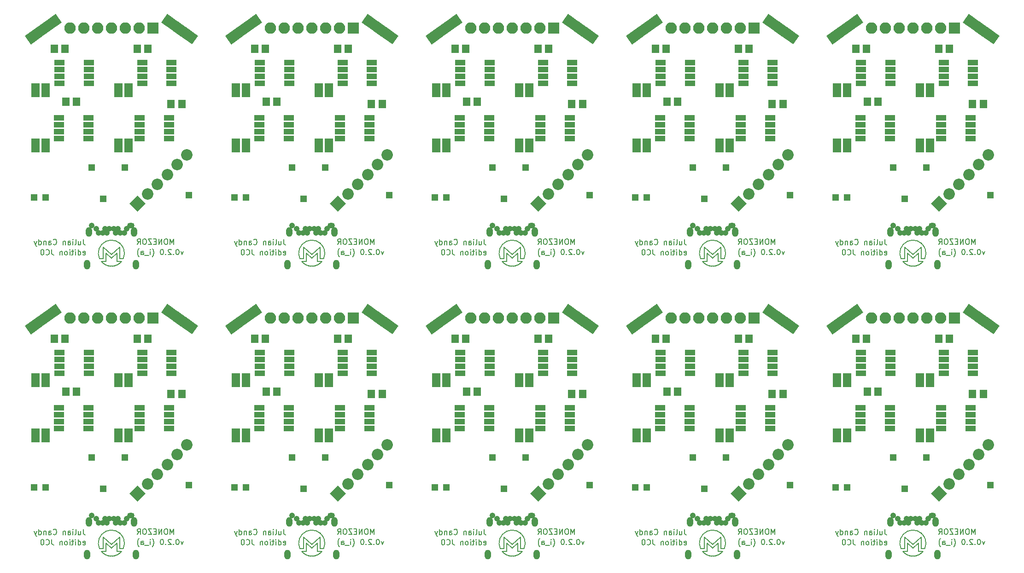
<source format=gbs>
G04 #@! TF.FileFunction,Soldermask,Bot*
%FSLAX46Y46*%
G04 Gerber Fmt 4.6, Leading zero omitted, Abs format (unit mm)*
G04 Created by KiCad (PCBNEW 4.0.6) date Fri Nov 17 13:30:40 2017*
%MOMM*%
%LPD*%
G01*
G04 APERTURE LIST*
%ADD10C,0.100000*%
%ADD11C,0.200000*%
%ADD12C,0.150000*%
%ADD13R,1.400000X1.650000*%
%ADD14C,2.100000*%
%ADD15O,1.200000X1.800000*%
%ADD16O,1.350000X1.050000*%
%ADD17C,1.050000*%
%ADD18R,2.100000X2.100000*%
%ADD19O,2.100000X2.100000*%
%ADD20R,1.650000X1.400000*%
%ADD21R,1.250000X1.250000*%
%ADD22R,1.950000X1.000000*%
G04 APERTURE END LIST*
D10*
D11*
X70976666Y-84859762D02*
X71071904Y-84907381D01*
X71262381Y-84907381D01*
X71357619Y-84859762D01*
X71405238Y-84764524D01*
X71405238Y-84383571D01*
X71357619Y-84288333D01*
X71262381Y-84240714D01*
X71071904Y-84240714D01*
X70976666Y-84288333D01*
X70929047Y-84383571D01*
X70929047Y-84478810D01*
X71405238Y-84574048D01*
X70071904Y-84907381D02*
X70071904Y-83907381D01*
X70071904Y-84859762D02*
X70167142Y-84907381D01*
X70357619Y-84907381D01*
X70452857Y-84859762D01*
X70500476Y-84812143D01*
X70548095Y-84716905D01*
X70548095Y-84431190D01*
X70500476Y-84335952D01*
X70452857Y-84288333D01*
X70357619Y-84240714D01*
X70167142Y-84240714D01*
X70071904Y-84288333D01*
X69595714Y-84907381D02*
X69595714Y-84240714D01*
X69595714Y-83907381D02*
X69643333Y-83955000D01*
X69595714Y-84002619D01*
X69548095Y-83955000D01*
X69595714Y-83907381D01*
X69595714Y-84002619D01*
X69262381Y-84240714D02*
X68881429Y-84240714D01*
X69119524Y-83907381D02*
X69119524Y-84764524D01*
X69071905Y-84859762D01*
X68976667Y-84907381D01*
X68881429Y-84907381D01*
X68548095Y-84907381D02*
X68548095Y-84240714D01*
X68548095Y-83907381D02*
X68595714Y-83955000D01*
X68548095Y-84002619D01*
X68500476Y-83955000D01*
X68548095Y-83907381D01*
X68548095Y-84002619D01*
X67929048Y-84907381D02*
X68024286Y-84859762D01*
X68071905Y-84812143D01*
X68119524Y-84716905D01*
X68119524Y-84431190D01*
X68071905Y-84335952D01*
X68024286Y-84288333D01*
X67929048Y-84240714D01*
X67786190Y-84240714D01*
X67690952Y-84288333D01*
X67643333Y-84335952D01*
X67595714Y-84431190D01*
X67595714Y-84716905D01*
X67643333Y-84812143D01*
X67690952Y-84859762D01*
X67786190Y-84907381D01*
X67929048Y-84907381D01*
X67167143Y-84240714D02*
X67167143Y-84907381D01*
X67167143Y-84335952D02*
X67119524Y-84288333D01*
X67024286Y-84240714D01*
X66881428Y-84240714D01*
X66786190Y-84288333D01*
X66738571Y-84383571D01*
X66738571Y-84907381D01*
X65214761Y-83907381D02*
X65214761Y-84621667D01*
X65262381Y-84764524D01*
X65357619Y-84859762D01*
X65500476Y-84907381D01*
X65595714Y-84907381D01*
X64167142Y-84812143D02*
X64214761Y-84859762D01*
X64357618Y-84907381D01*
X64452856Y-84907381D01*
X64595714Y-84859762D01*
X64690952Y-84764524D01*
X64738571Y-84669286D01*
X64786190Y-84478810D01*
X64786190Y-84335952D01*
X64738571Y-84145476D01*
X64690952Y-84050238D01*
X64595714Y-83955000D01*
X64452856Y-83907381D01*
X64357618Y-83907381D01*
X64214761Y-83955000D01*
X64167142Y-84002619D01*
X63548095Y-83907381D02*
X63452856Y-83907381D01*
X63357618Y-83955000D01*
X63309999Y-84002619D01*
X63262380Y-84097857D01*
X63214761Y-84288333D01*
X63214761Y-84526429D01*
X63262380Y-84716905D01*
X63309999Y-84812143D01*
X63357618Y-84859762D01*
X63452856Y-84907381D01*
X63548095Y-84907381D01*
X63643333Y-84859762D01*
X63690952Y-84812143D01*
X63738571Y-84716905D01*
X63786190Y-84526429D01*
X63786190Y-84288333D01*
X63738571Y-84097857D01*
X63690952Y-84002619D01*
X63643333Y-83955000D01*
X63548095Y-83907381D01*
X71033733Y-82002381D02*
X71033733Y-82716667D01*
X71081353Y-82859524D01*
X71176591Y-82954762D01*
X71319448Y-83002381D01*
X71414686Y-83002381D01*
X70128971Y-82335714D02*
X70128971Y-83002381D01*
X70557543Y-82335714D02*
X70557543Y-82859524D01*
X70509924Y-82954762D01*
X70414686Y-83002381D01*
X70271828Y-83002381D01*
X70176590Y-82954762D01*
X70128971Y-82907143D01*
X69509924Y-83002381D02*
X69605162Y-82954762D01*
X69652781Y-82859524D01*
X69652781Y-82002381D01*
X69128971Y-83002381D02*
X69128971Y-82335714D01*
X69128971Y-82002381D02*
X69176590Y-82050000D01*
X69128971Y-82097619D01*
X69081352Y-82050000D01*
X69128971Y-82002381D01*
X69128971Y-82097619D01*
X68224209Y-83002381D02*
X68224209Y-82478571D01*
X68271828Y-82383333D01*
X68367066Y-82335714D01*
X68557543Y-82335714D01*
X68652781Y-82383333D01*
X68224209Y-82954762D02*
X68319447Y-83002381D01*
X68557543Y-83002381D01*
X68652781Y-82954762D01*
X68700400Y-82859524D01*
X68700400Y-82764286D01*
X68652781Y-82669048D01*
X68557543Y-82621429D01*
X68319447Y-82621429D01*
X68224209Y-82573810D01*
X67748019Y-82335714D02*
X67748019Y-83002381D01*
X67748019Y-82430952D02*
X67700400Y-82383333D01*
X67605162Y-82335714D01*
X67462304Y-82335714D01*
X67367066Y-82383333D01*
X67319447Y-82478571D01*
X67319447Y-83002381D01*
X65509923Y-82907143D02*
X65557542Y-82954762D01*
X65700399Y-83002381D01*
X65795637Y-83002381D01*
X65938495Y-82954762D01*
X66033733Y-82859524D01*
X66081352Y-82764286D01*
X66128971Y-82573810D01*
X66128971Y-82430952D01*
X66081352Y-82240476D01*
X66033733Y-82145238D01*
X65938495Y-82050000D01*
X65795637Y-82002381D01*
X65700399Y-82002381D01*
X65557542Y-82050000D01*
X65509923Y-82097619D01*
X64652780Y-83002381D02*
X64652780Y-82478571D01*
X64700399Y-82383333D01*
X64795637Y-82335714D01*
X64986114Y-82335714D01*
X65081352Y-82383333D01*
X64652780Y-82954762D02*
X64748018Y-83002381D01*
X64986114Y-83002381D01*
X65081352Y-82954762D01*
X65128971Y-82859524D01*
X65128971Y-82764286D01*
X65081352Y-82669048D01*
X64986114Y-82621429D01*
X64748018Y-82621429D01*
X64652780Y-82573810D01*
X64176590Y-82335714D02*
X64176590Y-83002381D01*
X64176590Y-82430952D02*
X64128971Y-82383333D01*
X64033733Y-82335714D01*
X63890875Y-82335714D01*
X63795637Y-82383333D01*
X63748018Y-82478571D01*
X63748018Y-83002381D01*
X62843256Y-83002381D02*
X62843256Y-82002381D01*
X62843256Y-82954762D02*
X62938494Y-83002381D01*
X63128971Y-83002381D01*
X63224209Y-82954762D01*
X63271828Y-82907143D01*
X63319447Y-82811905D01*
X63319447Y-82526190D01*
X63271828Y-82430952D01*
X63224209Y-82383333D01*
X63128971Y-82335714D01*
X62938494Y-82335714D01*
X62843256Y-82383333D01*
X62462304Y-82335714D02*
X62224209Y-83002381D01*
X61986113Y-82335714D02*
X62224209Y-83002381D01*
X62319447Y-83240476D01*
X62367066Y-83288095D01*
X62462304Y-83335714D01*
X89428152Y-84189914D02*
X89190057Y-84856581D01*
X88951961Y-84189914D01*
X88380533Y-83856581D02*
X88285294Y-83856581D01*
X88190056Y-83904200D01*
X88142437Y-83951819D01*
X88094818Y-84047057D01*
X88047199Y-84237533D01*
X88047199Y-84475629D01*
X88094818Y-84666105D01*
X88142437Y-84761343D01*
X88190056Y-84808962D01*
X88285294Y-84856581D01*
X88380533Y-84856581D01*
X88475771Y-84808962D01*
X88523390Y-84761343D01*
X88571009Y-84666105D01*
X88618628Y-84475629D01*
X88618628Y-84237533D01*
X88571009Y-84047057D01*
X88523390Y-83951819D01*
X88475771Y-83904200D01*
X88380533Y-83856581D01*
X87618628Y-84761343D02*
X87571009Y-84808962D01*
X87618628Y-84856581D01*
X87666247Y-84808962D01*
X87618628Y-84761343D01*
X87618628Y-84856581D01*
X87190057Y-83951819D02*
X87142438Y-83904200D01*
X87047200Y-83856581D01*
X86809104Y-83856581D01*
X86713866Y-83904200D01*
X86666247Y-83951819D01*
X86618628Y-84047057D01*
X86618628Y-84142295D01*
X86666247Y-84285152D01*
X87237676Y-84856581D01*
X86618628Y-84856581D01*
X86190057Y-84761343D02*
X86142438Y-84808962D01*
X86190057Y-84856581D01*
X86237676Y-84808962D01*
X86190057Y-84761343D01*
X86190057Y-84856581D01*
X85523391Y-83856581D02*
X85428152Y-83856581D01*
X85332914Y-83904200D01*
X85285295Y-83951819D01*
X85237676Y-84047057D01*
X85190057Y-84237533D01*
X85190057Y-84475629D01*
X85237676Y-84666105D01*
X85285295Y-84761343D01*
X85332914Y-84808962D01*
X85428152Y-84856581D01*
X85523391Y-84856581D01*
X85618629Y-84808962D01*
X85666248Y-84761343D01*
X85713867Y-84666105D01*
X85761486Y-84475629D01*
X85761486Y-84237533D01*
X85713867Y-84047057D01*
X85666248Y-83951819D01*
X85618629Y-83904200D01*
X85523391Y-83856581D01*
X83713866Y-85237533D02*
X83761486Y-85189914D01*
X83856724Y-85047057D01*
X83904343Y-84951819D01*
X83951962Y-84808962D01*
X83999581Y-84570867D01*
X83999581Y-84380390D01*
X83951962Y-84142295D01*
X83904343Y-83999438D01*
X83856724Y-83904200D01*
X83761486Y-83761343D01*
X83713866Y-83713724D01*
X83332914Y-84856581D02*
X83332914Y-84189914D01*
X83332914Y-83856581D02*
X83380533Y-83904200D01*
X83332914Y-83951819D01*
X83285295Y-83904200D01*
X83332914Y-83856581D01*
X83332914Y-83951819D01*
X83094819Y-84951819D02*
X82332914Y-84951819D01*
X81666247Y-84856581D02*
X81666247Y-84332771D01*
X81713866Y-84237533D01*
X81809104Y-84189914D01*
X81999581Y-84189914D01*
X82094819Y-84237533D01*
X81666247Y-84808962D02*
X81761485Y-84856581D01*
X81999581Y-84856581D01*
X82094819Y-84808962D01*
X82142438Y-84713724D01*
X82142438Y-84618486D01*
X82094819Y-84523248D01*
X81999581Y-84475629D01*
X81761485Y-84475629D01*
X81666247Y-84428010D01*
X81285295Y-85237533D02*
X81237676Y-85189914D01*
X81142438Y-85047057D01*
X81094819Y-84951819D01*
X81047200Y-84808962D01*
X80999581Y-84570867D01*
X80999581Y-84380390D01*
X81047200Y-84142295D01*
X81094819Y-83999438D01*
X81142438Y-83904200D01*
X81237676Y-83761343D01*
X81285295Y-83713724D01*
X87661333Y-82951581D02*
X87661333Y-81951581D01*
X87327999Y-82665867D01*
X86994666Y-81951581D01*
X86994666Y-82951581D01*
X86328000Y-81951581D02*
X86137523Y-81951581D01*
X86042285Y-81999200D01*
X85947047Y-82094438D01*
X85899428Y-82284914D01*
X85899428Y-82618248D01*
X85947047Y-82808724D01*
X86042285Y-82903962D01*
X86137523Y-82951581D01*
X86328000Y-82951581D01*
X86423238Y-82903962D01*
X86518476Y-82808724D01*
X86566095Y-82618248D01*
X86566095Y-82284914D01*
X86518476Y-82094438D01*
X86423238Y-81999200D01*
X86328000Y-81951581D01*
X85470857Y-82951581D02*
X85470857Y-81951581D01*
X84899428Y-82951581D01*
X84899428Y-81951581D01*
X84423238Y-82427771D02*
X84089904Y-82427771D01*
X83947047Y-82951581D02*
X84423238Y-82951581D01*
X84423238Y-81951581D01*
X83947047Y-81951581D01*
X83613714Y-81951581D02*
X82947047Y-81951581D01*
X83613714Y-82951581D01*
X82947047Y-82951581D01*
X82375619Y-81951581D02*
X82185142Y-81951581D01*
X82089904Y-81999200D01*
X81994666Y-82094438D01*
X81947047Y-82284914D01*
X81947047Y-82618248D01*
X81994666Y-82808724D01*
X82089904Y-82903962D01*
X82185142Y-82951581D01*
X82375619Y-82951581D01*
X82470857Y-82903962D01*
X82566095Y-82808724D01*
X82613714Y-82618248D01*
X82613714Y-82284914D01*
X82566095Y-82094438D01*
X82470857Y-81999200D01*
X82375619Y-81951581D01*
X80947047Y-82951581D02*
X81280381Y-82475390D01*
X81518476Y-82951581D02*
X81518476Y-81951581D01*
X81137523Y-81951581D01*
X81042285Y-81999200D01*
X80994666Y-82046819D01*
X80947047Y-82142057D01*
X80947047Y-82284914D01*
X80994666Y-82380152D01*
X81042285Y-82427771D01*
X81137523Y-82475390D01*
X81518476Y-82475390D01*
X107806666Y-84859762D02*
X107901904Y-84907381D01*
X108092381Y-84907381D01*
X108187619Y-84859762D01*
X108235238Y-84764524D01*
X108235238Y-84383571D01*
X108187619Y-84288333D01*
X108092381Y-84240714D01*
X107901904Y-84240714D01*
X107806666Y-84288333D01*
X107759047Y-84383571D01*
X107759047Y-84478810D01*
X108235238Y-84574048D01*
X106901904Y-84907381D02*
X106901904Y-83907381D01*
X106901904Y-84859762D02*
X106997142Y-84907381D01*
X107187619Y-84907381D01*
X107282857Y-84859762D01*
X107330476Y-84812143D01*
X107378095Y-84716905D01*
X107378095Y-84431190D01*
X107330476Y-84335952D01*
X107282857Y-84288333D01*
X107187619Y-84240714D01*
X106997142Y-84240714D01*
X106901904Y-84288333D01*
X106425714Y-84907381D02*
X106425714Y-84240714D01*
X106425714Y-83907381D02*
X106473333Y-83955000D01*
X106425714Y-84002619D01*
X106378095Y-83955000D01*
X106425714Y-83907381D01*
X106425714Y-84002619D01*
X106092381Y-84240714D02*
X105711429Y-84240714D01*
X105949524Y-83907381D02*
X105949524Y-84764524D01*
X105901905Y-84859762D01*
X105806667Y-84907381D01*
X105711429Y-84907381D01*
X105378095Y-84907381D02*
X105378095Y-84240714D01*
X105378095Y-83907381D02*
X105425714Y-83955000D01*
X105378095Y-84002619D01*
X105330476Y-83955000D01*
X105378095Y-83907381D01*
X105378095Y-84002619D01*
X104759048Y-84907381D02*
X104854286Y-84859762D01*
X104901905Y-84812143D01*
X104949524Y-84716905D01*
X104949524Y-84431190D01*
X104901905Y-84335952D01*
X104854286Y-84288333D01*
X104759048Y-84240714D01*
X104616190Y-84240714D01*
X104520952Y-84288333D01*
X104473333Y-84335952D01*
X104425714Y-84431190D01*
X104425714Y-84716905D01*
X104473333Y-84812143D01*
X104520952Y-84859762D01*
X104616190Y-84907381D01*
X104759048Y-84907381D01*
X103997143Y-84240714D02*
X103997143Y-84907381D01*
X103997143Y-84335952D02*
X103949524Y-84288333D01*
X103854286Y-84240714D01*
X103711428Y-84240714D01*
X103616190Y-84288333D01*
X103568571Y-84383571D01*
X103568571Y-84907381D01*
X102044761Y-83907381D02*
X102044761Y-84621667D01*
X102092381Y-84764524D01*
X102187619Y-84859762D01*
X102330476Y-84907381D01*
X102425714Y-84907381D01*
X100997142Y-84812143D02*
X101044761Y-84859762D01*
X101187618Y-84907381D01*
X101282856Y-84907381D01*
X101425714Y-84859762D01*
X101520952Y-84764524D01*
X101568571Y-84669286D01*
X101616190Y-84478810D01*
X101616190Y-84335952D01*
X101568571Y-84145476D01*
X101520952Y-84050238D01*
X101425714Y-83955000D01*
X101282856Y-83907381D01*
X101187618Y-83907381D01*
X101044761Y-83955000D01*
X100997142Y-84002619D01*
X100378095Y-83907381D02*
X100282856Y-83907381D01*
X100187618Y-83955000D01*
X100139999Y-84002619D01*
X100092380Y-84097857D01*
X100044761Y-84288333D01*
X100044761Y-84526429D01*
X100092380Y-84716905D01*
X100139999Y-84812143D01*
X100187618Y-84859762D01*
X100282856Y-84907381D01*
X100378095Y-84907381D01*
X100473333Y-84859762D01*
X100520952Y-84812143D01*
X100568571Y-84716905D01*
X100616190Y-84526429D01*
X100616190Y-84288333D01*
X100568571Y-84097857D01*
X100520952Y-84002619D01*
X100473333Y-83955000D01*
X100378095Y-83907381D01*
X107863733Y-82002381D02*
X107863733Y-82716667D01*
X107911353Y-82859524D01*
X108006591Y-82954762D01*
X108149448Y-83002381D01*
X108244686Y-83002381D01*
X106958971Y-82335714D02*
X106958971Y-83002381D01*
X107387543Y-82335714D02*
X107387543Y-82859524D01*
X107339924Y-82954762D01*
X107244686Y-83002381D01*
X107101828Y-83002381D01*
X107006590Y-82954762D01*
X106958971Y-82907143D01*
X106339924Y-83002381D02*
X106435162Y-82954762D01*
X106482781Y-82859524D01*
X106482781Y-82002381D01*
X105958971Y-83002381D02*
X105958971Y-82335714D01*
X105958971Y-82002381D02*
X106006590Y-82050000D01*
X105958971Y-82097619D01*
X105911352Y-82050000D01*
X105958971Y-82002381D01*
X105958971Y-82097619D01*
X105054209Y-83002381D02*
X105054209Y-82478571D01*
X105101828Y-82383333D01*
X105197066Y-82335714D01*
X105387543Y-82335714D01*
X105482781Y-82383333D01*
X105054209Y-82954762D02*
X105149447Y-83002381D01*
X105387543Y-83002381D01*
X105482781Y-82954762D01*
X105530400Y-82859524D01*
X105530400Y-82764286D01*
X105482781Y-82669048D01*
X105387543Y-82621429D01*
X105149447Y-82621429D01*
X105054209Y-82573810D01*
X104578019Y-82335714D02*
X104578019Y-83002381D01*
X104578019Y-82430952D02*
X104530400Y-82383333D01*
X104435162Y-82335714D01*
X104292304Y-82335714D01*
X104197066Y-82383333D01*
X104149447Y-82478571D01*
X104149447Y-83002381D01*
X102339923Y-82907143D02*
X102387542Y-82954762D01*
X102530399Y-83002381D01*
X102625637Y-83002381D01*
X102768495Y-82954762D01*
X102863733Y-82859524D01*
X102911352Y-82764286D01*
X102958971Y-82573810D01*
X102958971Y-82430952D01*
X102911352Y-82240476D01*
X102863733Y-82145238D01*
X102768495Y-82050000D01*
X102625637Y-82002381D01*
X102530399Y-82002381D01*
X102387542Y-82050000D01*
X102339923Y-82097619D01*
X101482780Y-83002381D02*
X101482780Y-82478571D01*
X101530399Y-82383333D01*
X101625637Y-82335714D01*
X101816114Y-82335714D01*
X101911352Y-82383333D01*
X101482780Y-82954762D02*
X101578018Y-83002381D01*
X101816114Y-83002381D01*
X101911352Y-82954762D01*
X101958971Y-82859524D01*
X101958971Y-82764286D01*
X101911352Y-82669048D01*
X101816114Y-82621429D01*
X101578018Y-82621429D01*
X101482780Y-82573810D01*
X101006590Y-82335714D02*
X101006590Y-83002381D01*
X101006590Y-82430952D02*
X100958971Y-82383333D01*
X100863733Y-82335714D01*
X100720875Y-82335714D01*
X100625637Y-82383333D01*
X100578018Y-82478571D01*
X100578018Y-83002381D01*
X99673256Y-83002381D02*
X99673256Y-82002381D01*
X99673256Y-82954762D02*
X99768494Y-83002381D01*
X99958971Y-83002381D01*
X100054209Y-82954762D01*
X100101828Y-82907143D01*
X100149447Y-82811905D01*
X100149447Y-82526190D01*
X100101828Y-82430952D01*
X100054209Y-82383333D01*
X99958971Y-82335714D01*
X99768494Y-82335714D01*
X99673256Y-82383333D01*
X99292304Y-82335714D02*
X99054209Y-83002381D01*
X98816113Y-82335714D02*
X99054209Y-83002381D01*
X99149447Y-83240476D01*
X99197066Y-83288095D01*
X99292304Y-83335714D01*
X126258152Y-84189914D02*
X126020057Y-84856581D01*
X125781961Y-84189914D01*
X125210533Y-83856581D02*
X125115294Y-83856581D01*
X125020056Y-83904200D01*
X124972437Y-83951819D01*
X124924818Y-84047057D01*
X124877199Y-84237533D01*
X124877199Y-84475629D01*
X124924818Y-84666105D01*
X124972437Y-84761343D01*
X125020056Y-84808962D01*
X125115294Y-84856581D01*
X125210533Y-84856581D01*
X125305771Y-84808962D01*
X125353390Y-84761343D01*
X125401009Y-84666105D01*
X125448628Y-84475629D01*
X125448628Y-84237533D01*
X125401009Y-84047057D01*
X125353390Y-83951819D01*
X125305771Y-83904200D01*
X125210533Y-83856581D01*
X124448628Y-84761343D02*
X124401009Y-84808962D01*
X124448628Y-84856581D01*
X124496247Y-84808962D01*
X124448628Y-84761343D01*
X124448628Y-84856581D01*
X124020057Y-83951819D02*
X123972438Y-83904200D01*
X123877200Y-83856581D01*
X123639104Y-83856581D01*
X123543866Y-83904200D01*
X123496247Y-83951819D01*
X123448628Y-84047057D01*
X123448628Y-84142295D01*
X123496247Y-84285152D01*
X124067676Y-84856581D01*
X123448628Y-84856581D01*
X123020057Y-84761343D02*
X122972438Y-84808962D01*
X123020057Y-84856581D01*
X123067676Y-84808962D01*
X123020057Y-84761343D01*
X123020057Y-84856581D01*
X122353391Y-83856581D02*
X122258152Y-83856581D01*
X122162914Y-83904200D01*
X122115295Y-83951819D01*
X122067676Y-84047057D01*
X122020057Y-84237533D01*
X122020057Y-84475629D01*
X122067676Y-84666105D01*
X122115295Y-84761343D01*
X122162914Y-84808962D01*
X122258152Y-84856581D01*
X122353391Y-84856581D01*
X122448629Y-84808962D01*
X122496248Y-84761343D01*
X122543867Y-84666105D01*
X122591486Y-84475629D01*
X122591486Y-84237533D01*
X122543867Y-84047057D01*
X122496248Y-83951819D01*
X122448629Y-83904200D01*
X122353391Y-83856581D01*
X120543866Y-85237533D02*
X120591486Y-85189914D01*
X120686724Y-85047057D01*
X120734343Y-84951819D01*
X120781962Y-84808962D01*
X120829581Y-84570867D01*
X120829581Y-84380390D01*
X120781962Y-84142295D01*
X120734343Y-83999438D01*
X120686724Y-83904200D01*
X120591486Y-83761343D01*
X120543866Y-83713724D01*
X120162914Y-84856581D02*
X120162914Y-84189914D01*
X120162914Y-83856581D02*
X120210533Y-83904200D01*
X120162914Y-83951819D01*
X120115295Y-83904200D01*
X120162914Y-83856581D01*
X120162914Y-83951819D01*
X119924819Y-84951819D02*
X119162914Y-84951819D01*
X118496247Y-84856581D02*
X118496247Y-84332771D01*
X118543866Y-84237533D01*
X118639104Y-84189914D01*
X118829581Y-84189914D01*
X118924819Y-84237533D01*
X118496247Y-84808962D02*
X118591485Y-84856581D01*
X118829581Y-84856581D01*
X118924819Y-84808962D01*
X118972438Y-84713724D01*
X118972438Y-84618486D01*
X118924819Y-84523248D01*
X118829581Y-84475629D01*
X118591485Y-84475629D01*
X118496247Y-84428010D01*
X118115295Y-85237533D02*
X118067676Y-85189914D01*
X117972438Y-85047057D01*
X117924819Y-84951819D01*
X117877200Y-84808962D01*
X117829581Y-84570867D01*
X117829581Y-84380390D01*
X117877200Y-84142295D01*
X117924819Y-83999438D01*
X117972438Y-83904200D01*
X118067676Y-83761343D01*
X118115295Y-83713724D01*
X124491333Y-82951581D02*
X124491333Y-81951581D01*
X124157999Y-82665867D01*
X123824666Y-81951581D01*
X123824666Y-82951581D01*
X123158000Y-81951581D02*
X122967523Y-81951581D01*
X122872285Y-81999200D01*
X122777047Y-82094438D01*
X122729428Y-82284914D01*
X122729428Y-82618248D01*
X122777047Y-82808724D01*
X122872285Y-82903962D01*
X122967523Y-82951581D01*
X123158000Y-82951581D01*
X123253238Y-82903962D01*
X123348476Y-82808724D01*
X123396095Y-82618248D01*
X123396095Y-82284914D01*
X123348476Y-82094438D01*
X123253238Y-81999200D01*
X123158000Y-81951581D01*
X122300857Y-82951581D02*
X122300857Y-81951581D01*
X121729428Y-82951581D01*
X121729428Y-81951581D01*
X121253238Y-82427771D02*
X120919904Y-82427771D01*
X120777047Y-82951581D02*
X121253238Y-82951581D01*
X121253238Y-81951581D01*
X120777047Y-81951581D01*
X120443714Y-81951581D02*
X119777047Y-81951581D01*
X120443714Y-82951581D01*
X119777047Y-82951581D01*
X119205619Y-81951581D02*
X119015142Y-81951581D01*
X118919904Y-81999200D01*
X118824666Y-82094438D01*
X118777047Y-82284914D01*
X118777047Y-82618248D01*
X118824666Y-82808724D01*
X118919904Y-82903962D01*
X119015142Y-82951581D01*
X119205619Y-82951581D01*
X119300857Y-82903962D01*
X119396095Y-82808724D01*
X119443714Y-82618248D01*
X119443714Y-82284914D01*
X119396095Y-82094438D01*
X119300857Y-81999200D01*
X119205619Y-81951581D01*
X117777047Y-82951581D02*
X118110381Y-82475390D01*
X118348476Y-82951581D02*
X118348476Y-81951581D01*
X117967523Y-81951581D01*
X117872285Y-81999200D01*
X117824666Y-82046819D01*
X117777047Y-82142057D01*
X117777047Y-82284914D01*
X117824666Y-82380152D01*
X117872285Y-82427771D01*
X117967523Y-82475390D01*
X118348476Y-82475390D01*
X144636666Y-84859762D02*
X144731904Y-84907381D01*
X144922381Y-84907381D01*
X145017619Y-84859762D01*
X145065238Y-84764524D01*
X145065238Y-84383571D01*
X145017619Y-84288333D01*
X144922381Y-84240714D01*
X144731904Y-84240714D01*
X144636666Y-84288333D01*
X144589047Y-84383571D01*
X144589047Y-84478810D01*
X145065238Y-84574048D01*
X143731904Y-84907381D02*
X143731904Y-83907381D01*
X143731904Y-84859762D02*
X143827142Y-84907381D01*
X144017619Y-84907381D01*
X144112857Y-84859762D01*
X144160476Y-84812143D01*
X144208095Y-84716905D01*
X144208095Y-84431190D01*
X144160476Y-84335952D01*
X144112857Y-84288333D01*
X144017619Y-84240714D01*
X143827142Y-84240714D01*
X143731904Y-84288333D01*
X143255714Y-84907381D02*
X143255714Y-84240714D01*
X143255714Y-83907381D02*
X143303333Y-83955000D01*
X143255714Y-84002619D01*
X143208095Y-83955000D01*
X143255714Y-83907381D01*
X143255714Y-84002619D01*
X142922381Y-84240714D02*
X142541429Y-84240714D01*
X142779524Y-83907381D02*
X142779524Y-84764524D01*
X142731905Y-84859762D01*
X142636667Y-84907381D01*
X142541429Y-84907381D01*
X142208095Y-84907381D02*
X142208095Y-84240714D01*
X142208095Y-83907381D02*
X142255714Y-83955000D01*
X142208095Y-84002619D01*
X142160476Y-83955000D01*
X142208095Y-83907381D01*
X142208095Y-84002619D01*
X141589048Y-84907381D02*
X141684286Y-84859762D01*
X141731905Y-84812143D01*
X141779524Y-84716905D01*
X141779524Y-84431190D01*
X141731905Y-84335952D01*
X141684286Y-84288333D01*
X141589048Y-84240714D01*
X141446190Y-84240714D01*
X141350952Y-84288333D01*
X141303333Y-84335952D01*
X141255714Y-84431190D01*
X141255714Y-84716905D01*
X141303333Y-84812143D01*
X141350952Y-84859762D01*
X141446190Y-84907381D01*
X141589048Y-84907381D01*
X140827143Y-84240714D02*
X140827143Y-84907381D01*
X140827143Y-84335952D02*
X140779524Y-84288333D01*
X140684286Y-84240714D01*
X140541428Y-84240714D01*
X140446190Y-84288333D01*
X140398571Y-84383571D01*
X140398571Y-84907381D01*
X138874761Y-83907381D02*
X138874761Y-84621667D01*
X138922381Y-84764524D01*
X139017619Y-84859762D01*
X139160476Y-84907381D01*
X139255714Y-84907381D01*
X137827142Y-84812143D02*
X137874761Y-84859762D01*
X138017618Y-84907381D01*
X138112856Y-84907381D01*
X138255714Y-84859762D01*
X138350952Y-84764524D01*
X138398571Y-84669286D01*
X138446190Y-84478810D01*
X138446190Y-84335952D01*
X138398571Y-84145476D01*
X138350952Y-84050238D01*
X138255714Y-83955000D01*
X138112856Y-83907381D01*
X138017618Y-83907381D01*
X137874761Y-83955000D01*
X137827142Y-84002619D01*
X137208095Y-83907381D02*
X137112856Y-83907381D01*
X137017618Y-83955000D01*
X136969999Y-84002619D01*
X136922380Y-84097857D01*
X136874761Y-84288333D01*
X136874761Y-84526429D01*
X136922380Y-84716905D01*
X136969999Y-84812143D01*
X137017618Y-84859762D01*
X137112856Y-84907381D01*
X137208095Y-84907381D01*
X137303333Y-84859762D01*
X137350952Y-84812143D01*
X137398571Y-84716905D01*
X137446190Y-84526429D01*
X137446190Y-84288333D01*
X137398571Y-84097857D01*
X137350952Y-84002619D01*
X137303333Y-83955000D01*
X137208095Y-83907381D01*
X144693733Y-82002381D02*
X144693733Y-82716667D01*
X144741353Y-82859524D01*
X144836591Y-82954762D01*
X144979448Y-83002381D01*
X145074686Y-83002381D01*
X143788971Y-82335714D02*
X143788971Y-83002381D01*
X144217543Y-82335714D02*
X144217543Y-82859524D01*
X144169924Y-82954762D01*
X144074686Y-83002381D01*
X143931828Y-83002381D01*
X143836590Y-82954762D01*
X143788971Y-82907143D01*
X143169924Y-83002381D02*
X143265162Y-82954762D01*
X143312781Y-82859524D01*
X143312781Y-82002381D01*
X142788971Y-83002381D02*
X142788971Y-82335714D01*
X142788971Y-82002381D02*
X142836590Y-82050000D01*
X142788971Y-82097619D01*
X142741352Y-82050000D01*
X142788971Y-82002381D01*
X142788971Y-82097619D01*
X141884209Y-83002381D02*
X141884209Y-82478571D01*
X141931828Y-82383333D01*
X142027066Y-82335714D01*
X142217543Y-82335714D01*
X142312781Y-82383333D01*
X141884209Y-82954762D02*
X141979447Y-83002381D01*
X142217543Y-83002381D01*
X142312781Y-82954762D01*
X142360400Y-82859524D01*
X142360400Y-82764286D01*
X142312781Y-82669048D01*
X142217543Y-82621429D01*
X141979447Y-82621429D01*
X141884209Y-82573810D01*
X141408019Y-82335714D02*
X141408019Y-83002381D01*
X141408019Y-82430952D02*
X141360400Y-82383333D01*
X141265162Y-82335714D01*
X141122304Y-82335714D01*
X141027066Y-82383333D01*
X140979447Y-82478571D01*
X140979447Y-83002381D01*
X139169923Y-82907143D02*
X139217542Y-82954762D01*
X139360399Y-83002381D01*
X139455637Y-83002381D01*
X139598495Y-82954762D01*
X139693733Y-82859524D01*
X139741352Y-82764286D01*
X139788971Y-82573810D01*
X139788971Y-82430952D01*
X139741352Y-82240476D01*
X139693733Y-82145238D01*
X139598495Y-82050000D01*
X139455637Y-82002381D01*
X139360399Y-82002381D01*
X139217542Y-82050000D01*
X139169923Y-82097619D01*
X138312780Y-83002381D02*
X138312780Y-82478571D01*
X138360399Y-82383333D01*
X138455637Y-82335714D01*
X138646114Y-82335714D01*
X138741352Y-82383333D01*
X138312780Y-82954762D02*
X138408018Y-83002381D01*
X138646114Y-83002381D01*
X138741352Y-82954762D01*
X138788971Y-82859524D01*
X138788971Y-82764286D01*
X138741352Y-82669048D01*
X138646114Y-82621429D01*
X138408018Y-82621429D01*
X138312780Y-82573810D01*
X137836590Y-82335714D02*
X137836590Y-83002381D01*
X137836590Y-82430952D02*
X137788971Y-82383333D01*
X137693733Y-82335714D01*
X137550875Y-82335714D01*
X137455637Y-82383333D01*
X137408018Y-82478571D01*
X137408018Y-83002381D01*
X136503256Y-83002381D02*
X136503256Y-82002381D01*
X136503256Y-82954762D02*
X136598494Y-83002381D01*
X136788971Y-83002381D01*
X136884209Y-82954762D01*
X136931828Y-82907143D01*
X136979447Y-82811905D01*
X136979447Y-82526190D01*
X136931828Y-82430952D01*
X136884209Y-82383333D01*
X136788971Y-82335714D01*
X136598494Y-82335714D01*
X136503256Y-82383333D01*
X136122304Y-82335714D02*
X135884209Y-83002381D01*
X135646113Y-82335714D02*
X135884209Y-83002381D01*
X135979447Y-83240476D01*
X136027066Y-83288095D01*
X136122304Y-83335714D01*
X163088152Y-84189914D02*
X162850057Y-84856581D01*
X162611961Y-84189914D01*
X162040533Y-83856581D02*
X161945294Y-83856581D01*
X161850056Y-83904200D01*
X161802437Y-83951819D01*
X161754818Y-84047057D01*
X161707199Y-84237533D01*
X161707199Y-84475629D01*
X161754818Y-84666105D01*
X161802437Y-84761343D01*
X161850056Y-84808962D01*
X161945294Y-84856581D01*
X162040533Y-84856581D01*
X162135771Y-84808962D01*
X162183390Y-84761343D01*
X162231009Y-84666105D01*
X162278628Y-84475629D01*
X162278628Y-84237533D01*
X162231009Y-84047057D01*
X162183390Y-83951819D01*
X162135771Y-83904200D01*
X162040533Y-83856581D01*
X161278628Y-84761343D02*
X161231009Y-84808962D01*
X161278628Y-84856581D01*
X161326247Y-84808962D01*
X161278628Y-84761343D01*
X161278628Y-84856581D01*
X160850057Y-83951819D02*
X160802438Y-83904200D01*
X160707200Y-83856581D01*
X160469104Y-83856581D01*
X160373866Y-83904200D01*
X160326247Y-83951819D01*
X160278628Y-84047057D01*
X160278628Y-84142295D01*
X160326247Y-84285152D01*
X160897676Y-84856581D01*
X160278628Y-84856581D01*
X159850057Y-84761343D02*
X159802438Y-84808962D01*
X159850057Y-84856581D01*
X159897676Y-84808962D01*
X159850057Y-84761343D01*
X159850057Y-84856581D01*
X159183391Y-83856581D02*
X159088152Y-83856581D01*
X158992914Y-83904200D01*
X158945295Y-83951819D01*
X158897676Y-84047057D01*
X158850057Y-84237533D01*
X158850057Y-84475629D01*
X158897676Y-84666105D01*
X158945295Y-84761343D01*
X158992914Y-84808962D01*
X159088152Y-84856581D01*
X159183391Y-84856581D01*
X159278629Y-84808962D01*
X159326248Y-84761343D01*
X159373867Y-84666105D01*
X159421486Y-84475629D01*
X159421486Y-84237533D01*
X159373867Y-84047057D01*
X159326248Y-83951819D01*
X159278629Y-83904200D01*
X159183391Y-83856581D01*
X157373866Y-85237533D02*
X157421486Y-85189914D01*
X157516724Y-85047057D01*
X157564343Y-84951819D01*
X157611962Y-84808962D01*
X157659581Y-84570867D01*
X157659581Y-84380390D01*
X157611962Y-84142295D01*
X157564343Y-83999438D01*
X157516724Y-83904200D01*
X157421486Y-83761343D01*
X157373866Y-83713724D01*
X156992914Y-84856581D02*
X156992914Y-84189914D01*
X156992914Y-83856581D02*
X157040533Y-83904200D01*
X156992914Y-83951819D01*
X156945295Y-83904200D01*
X156992914Y-83856581D01*
X156992914Y-83951819D01*
X156754819Y-84951819D02*
X155992914Y-84951819D01*
X155326247Y-84856581D02*
X155326247Y-84332771D01*
X155373866Y-84237533D01*
X155469104Y-84189914D01*
X155659581Y-84189914D01*
X155754819Y-84237533D01*
X155326247Y-84808962D02*
X155421485Y-84856581D01*
X155659581Y-84856581D01*
X155754819Y-84808962D01*
X155802438Y-84713724D01*
X155802438Y-84618486D01*
X155754819Y-84523248D01*
X155659581Y-84475629D01*
X155421485Y-84475629D01*
X155326247Y-84428010D01*
X154945295Y-85237533D02*
X154897676Y-85189914D01*
X154802438Y-85047057D01*
X154754819Y-84951819D01*
X154707200Y-84808962D01*
X154659581Y-84570867D01*
X154659581Y-84380390D01*
X154707200Y-84142295D01*
X154754819Y-83999438D01*
X154802438Y-83904200D01*
X154897676Y-83761343D01*
X154945295Y-83713724D01*
X161321333Y-82951581D02*
X161321333Y-81951581D01*
X160987999Y-82665867D01*
X160654666Y-81951581D01*
X160654666Y-82951581D01*
X159988000Y-81951581D02*
X159797523Y-81951581D01*
X159702285Y-81999200D01*
X159607047Y-82094438D01*
X159559428Y-82284914D01*
X159559428Y-82618248D01*
X159607047Y-82808724D01*
X159702285Y-82903962D01*
X159797523Y-82951581D01*
X159988000Y-82951581D01*
X160083238Y-82903962D01*
X160178476Y-82808724D01*
X160226095Y-82618248D01*
X160226095Y-82284914D01*
X160178476Y-82094438D01*
X160083238Y-81999200D01*
X159988000Y-81951581D01*
X159130857Y-82951581D02*
X159130857Y-81951581D01*
X158559428Y-82951581D01*
X158559428Y-81951581D01*
X158083238Y-82427771D02*
X157749904Y-82427771D01*
X157607047Y-82951581D02*
X158083238Y-82951581D01*
X158083238Y-81951581D01*
X157607047Y-81951581D01*
X157273714Y-81951581D02*
X156607047Y-81951581D01*
X157273714Y-82951581D01*
X156607047Y-82951581D01*
X156035619Y-81951581D02*
X155845142Y-81951581D01*
X155749904Y-81999200D01*
X155654666Y-82094438D01*
X155607047Y-82284914D01*
X155607047Y-82618248D01*
X155654666Y-82808724D01*
X155749904Y-82903962D01*
X155845142Y-82951581D01*
X156035619Y-82951581D01*
X156130857Y-82903962D01*
X156226095Y-82808724D01*
X156273714Y-82618248D01*
X156273714Y-82284914D01*
X156226095Y-82094438D01*
X156130857Y-81999200D01*
X156035619Y-81951581D01*
X154607047Y-82951581D02*
X154940381Y-82475390D01*
X155178476Y-82951581D02*
X155178476Y-81951581D01*
X154797523Y-81951581D01*
X154702285Y-81999200D01*
X154654666Y-82046819D01*
X154607047Y-82142057D01*
X154607047Y-82284914D01*
X154654666Y-82380152D01*
X154702285Y-82427771D01*
X154797523Y-82475390D01*
X155178476Y-82475390D01*
X181466666Y-84859762D02*
X181561904Y-84907381D01*
X181752381Y-84907381D01*
X181847619Y-84859762D01*
X181895238Y-84764524D01*
X181895238Y-84383571D01*
X181847619Y-84288333D01*
X181752381Y-84240714D01*
X181561904Y-84240714D01*
X181466666Y-84288333D01*
X181419047Y-84383571D01*
X181419047Y-84478810D01*
X181895238Y-84574048D01*
X180561904Y-84907381D02*
X180561904Y-83907381D01*
X180561904Y-84859762D02*
X180657142Y-84907381D01*
X180847619Y-84907381D01*
X180942857Y-84859762D01*
X180990476Y-84812143D01*
X181038095Y-84716905D01*
X181038095Y-84431190D01*
X180990476Y-84335952D01*
X180942857Y-84288333D01*
X180847619Y-84240714D01*
X180657142Y-84240714D01*
X180561904Y-84288333D01*
X180085714Y-84907381D02*
X180085714Y-84240714D01*
X180085714Y-83907381D02*
X180133333Y-83955000D01*
X180085714Y-84002619D01*
X180038095Y-83955000D01*
X180085714Y-83907381D01*
X180085714Y-84002619D01*
X179752381Y-84240714D02*
X179371429Y-84240714D01*
X179609524Y-83907381D02*
X179609524Y-84764524D01*
X179561905Y-84859762D01*
X179466667Y-84907381D01*
X179371429Y-84907381D01*
X179038095Y-84907381D02*
X179038095Y-84240714D01*
X179038095Y-83907381D02*
X179085714Y-83955000D01*
X179038095Y-84002619D01*
X178990476Y-83955000D01*
X179038095Y-83907381D01*
X179038095Y-84002619D01*
X178419048Y-84907381D02*
X178514286Y-84859762D01*
X178561905Y-84812143D01*
X178609524Y-84716905D01*
X178609524Y-84431190D01*
X178561905Y-84335952D01*
X178514286Y-84288333D01*
X178419048Y-84240714D01*
X178276190Y-84240714D01*
X178180952Y-84288333D01*
X178133333Y-84335952D01*
X178085714Y-84431190D01*
X178085714Y-84716905D01*
X178133333Y-84812143D01*
X178180952Y-84859762D01*
X178276190Y-84907381D01*
X178419048Y-84907381D01*
X177657143Y-84240714D02*
X177657143Y-84907381D01*
X177657143Y-84335952D02*
X177609524Y-84288333D01*
X177514286Y-84240714D01*
X177371428Y-84240714D01*
X177276190Y-84288333D01*
X177228571Y-84383571D01*
X177228571Y-84907381D01*
X175704761Y-83907381D02*
X175704761Y-84621667D01*
X175752381Y-84764524D01*
X175847619Y-84859762D01*
X175990476Y-84907381D01*
X176085714Y-84907381D01*
X174657142Y-84812143D02*
X174704761Y-84859762D01*
X174847618Y-84907381D01*
X174942856Y-84907381D01*
X175085714Y-84859762D01*
X175180952Y-84764524D01*
X175228571Y-84669286D01*
X175276190Y-84478810D01*
X175276190Y-84335952D01*
X175228571Y-84145476D01*
X175180952Y-84050238D01*
X175085714Y-83955000D01*
X174942856Y-83907381D01*
X174847618Y-83907381D01*
X174704761Y-83955000D01*
X174657142Y-84002619D01*
X174038095Y-83907381D02*
X173942856Y-83907381D01*
X173847618Y-83955000D01*
X173799999Y-84002619D01*
X173752380Y-84097857D01*
X173704761Y-84288333D01*
X173704761Y-84526429D01*
X173752380Y-84716905D01*
X173799999Y-84812143D01*
X173847618Y-84859762D01*
X173942856Y-84907381D01*
X174038095Y-84907381D01*
X174133333Y-84859762D01*
X174180952Y-84812143D01*
X174228571Y-84716905D01*
X174276190Y-84526429D01*
X174276190Y-84288333D01*
X174228571Y-84097857D01*
X174180952Y-84002619D01*
X174133333Y-83955000D01*
X174038095Y-83907381D01*
X181523733Y-82002381D02*
X181523733Y-82716667D01*
X181571353Y-82859524D01*
X181666591Y-82954762D01*
X181809448Y-83002381D01*
X181904686Y-83002381D01*
X180618971Y-82335714D02*
X180618971Y-83002381D01*
X181047543Y-82335714D02*
X181047543Y-82859524D01*
X180999924Y-82954762D01*
X180904686Y-83002381D01*
X180761828Y-83002381D01*
X180666590Y-82954762D01*
X180618971Y-82907143D01*
X179999924Y-83002381D02*
X180095162Y-82954762D01*
X180142781Y-82859524D01*
X180142781Y-82002381D01*
X179618971Y-83002381D02*
X179618971Y-82335714D01*
X179618971Y-82002381D02*
X179666590Y-82050000D01*
X179618971Y-82097619D01*
X179571352Y-82050000D01*
X179618971Y-82002381D01*
X179618971Y-82097619D01*
X178714209Y-83002381D02*
X178714209Y-82478571D01*
X178761828Y-82383333D01*
X178857066Y-82335714D01*
X179047543Y-82335714D01*
X179142781Y-82383333D01*
X178714209Y-82954762D02*
X178809447Y-83002381D01*
X179047543Y-83002381D01*
X179142781Y-82954762D01*
X179190400Y-82859524D01*
X179190400Y-82764286D01*
X179142781Y-82669048D01*
X179047543Y-82621429D01*
X178809447Y-82621429D01*
X178714209Y-82573810D01*
X178238019Y-82335714D02*
X178238019Y-83002381D01*
X178238019Y-82430952D02*
X178190400Y-82383333D01*
X178095162Y-82335714D01*
X177952304Y-82335714D01*
X177857066Y-82383333D01*
X177809447Y-82478571D01*
X177809447Y-83002381D01*
X175999923Y-82907143D02*
X176047542Y-82954762D01*
X176190399Y-83002381D01*
X176285637Y-83002381D01*
X176428495Y-82954762D01*
X176523733Y-82859524D01*
X176571352Y-82764286D01*
X176618971Y-82573810D01*
X176618971Y-82430952D01*
X176571352Y-82240476D01*
X176523733Y-82145238D01*
X176428495Y-82050000D01*
X176285637Y-82002381D01*
X176190399Y-82002381D01*
X176047542Y-82050000D01*
X175999923Y-82097619D01*
X175142780Y-83002381D02*
X175142780Y-82478571D01*
X175190399Y-82383333D01*
X175285637Y-82335714D01*
X175476114Y-82335714D01*
X175571352Y-82383333D01*
X175142780Y-82954762D02*
X175238018Y-83002381D01*
X175476114Y-83002381D01*
X175571352Y-82954762D01*
X175618971Y-82859524D01*
X175618971Y-82764286D01*
X175571352Y-82669048D01*
X175476114Y-82621429D01*
X175238018Y-82621429D01*
X175142780Y-82573810D01*
X174666590Y-82335714D02*
X174666590Y-83002381D01*
X174666590Y-82430952D02*
X174618971Y-82383333D01*
X174523733Y-82335714D01*
X174380875Y-82335714D01*
X174285637Y-82383333D01*
X174238018Y-82478571D01*
X174238018Y-83002381D01*
X173333256Y-83002381D02*
X173333256Y-82002381D01*
X173333256Y-82954762D02*
X173428494Y-83002381D01*
X173618971Y-83002381D01*
X173714209Y-82954762D01*
X173761828Y-82907143D01*
X173809447Y-82811905D01*
X173809447Y-82526190D01*
X173761828Y-82430952D01*
X173714209Y-82383333D01*
X173618971Y-82335714D01*
X173428494Y-82335714D01*
X173333256Y-82383333D01*
X172952304Y-82335714D02*
X172714209Y-83002381D01*
X172476113Y-82335714D02*
X172714209Y-83002381D01*
X172809447Y-83240476D01*
X172857066Y-83288095D01*
X172952304Y-83335714D01*
X199918152Y-84189914D02*
X199680057Y-84856581D01*
X199441961Y-84189914D01*
X198870533Y-83856581D02*
X198775294Y-83856581D01*
X198680056Y-83904200D01*
X198632437Y-83951819D01*
X198584818Y-84047057D01*
X198537199Y-84237533D01*
X198537199Y-84475629D01*
X198584818Y-84666105D01*
X198632437Y-84761343D01*
X198680056Y-84808962D01*
X198775294Y-84856581D01*
X198870533Y-84856581D01*
X198965771Y-84808962D01*
X199013390Y-84761343D01*
X199061009Y-84666105D01*
X199108628Y-84475629D01*
X199108628Y-84237533D01*
X199061009Y-84047057D01*
X199013390Y-83951819D01*
X198965771Y-83904200D01*
X198870533Y-83856581D01*
X198108628Y-84761343D02*
X198061009Y-84808962D01*
X198108628Y-84856581D01*
X198156247Y-84808962D01*
X198108628Y-84761343D01*
X198108628Y-84856581D01*
X197680057Y-83951819D02*
X197632438Y-83904200D01*
X197537200Y-83856581D01*
X197299104Y-83856581D01*
X197203866Y-83904200D01*
X197156247Y-83951819D01*
X197108628Y-84047057D01*
X197108628Y-84142295D01*
X197156247Y-84285152D01*
X197727676Y-84856581D01*
X197108628Y-84856581D01*
X196680057Y-84761343D02*
X196632438Y-84808962D01*
X196680057Y-84856581D01*
X196727676Y-84808962D01*
X196680057Y-84761343D01*
X196680057Y-84856581D01*
X196013391Y-83856581D02*
X195918152Y-83856581D01*
X195822914Y-83904200D01*
X195775295Y-83951819D01*
X195727676Y-84047057D01*
X195680057Y-84237533D01*
X195680057Y-84475629D01*
X195727676Y-84666105D01*
X195775295Y-84761343D01*
X195822914Y-84808962D01*
X195918152Y-84856581D01*
X196013391Y-84856581D01*
X196108629Y-84808962D01*
X196156248Y-84761343D01*
X196203867Y-84666105D01*
X196251486Y-84475629D01*
X196251486Y-84237533D01*
X196203867Y-84047057D01*
X196156248Y-83951819D01*
X196108629Y-83904200D01*
X196013391Y-83856581D01*
X194203866Y-85237533D02*
X194251486Y-85189914D01*
X194346724Y-85047057D01*
X194394343Y-84951819D01*
X194441962Y-84808962D01*
X194489581Y-84570867D01*
X194489581Y-84380390D01*
X194441962Y-84142295D01*
X194394343Y-83999438D01*
X194346724Y-83904200D01*
X194251486Y-83761343D01*
X194203866Y-83713724D01*
X193822914Y-84856581D02*
X193822914Y-84189914D01*
X193822914Y-83856581D02*
X193870533Y-83904200D01*
X193822914Y-83951819D01*
X193775295Y-83904200D01*
X193822914Y-83856581D01*
X193822914Y-83951819D01*
X193584819Y-84951819D02*
X192822914Y-84951819D01*
X192156247Y-84856581D02*
X192156247Y-84332771D01*
X192203866Y-84237533D01*
X192299104Y-84189914D01*
X192489581Y-84189914D01*
X192584819Y-84237533D01*
X192156247Y-84808962D02*
X192251485Y-84856581D01*
X192489581Y-84856581D01*
X192584819Y-84808962D01*
X192632438Y-84713724D01*
X192632438Y-84618486D01*
X192584819Y-84523248D01*
X192489581Y-84475629D01*
X192251485Y-84475629D01*
X192156247Y-84428010D01*
X191775295Y-85237533D02*
X191727676Y-85189914D01*
X191632438Y-85047057D01*
X191584819Y-84951819D01*
X191537200Y-84808962D01*
X191489581Y-84570867D01*
X191489581Y-84380390D01*
X191537200Y-84142295D01*
X191584819Y-83999438D01*
X191632438Y-83904200D01*
X191727676Y-83761343D01*
X191775295Y-83713724D01*
X198151333Y-82951581D02*
X198151333Y-81951581D01*
X197817999Y-82665867D01*
X197484666Y-81951581D01*
X197484666Y-82951581D01*
X196818000Y-81951581D02*
X196627523Y-81951581D01*
X196532285Y-81999200D01*
X196437047Y-82094438D01*
X196389428Y-82284914D01*
X196389428Y-82618248D01*
X196437047Y-82808724D01*
X196532285Y-82903962D01*
X196627523Y-82951581D01*
X196818000Y-82951581D01*
X196913238Y-82903962D01*
X197008476Y-82808724D01*
X197056095Y-82618248D01*
X197056095Y-82284914D01*
X197008476Y-82094438D01*
X196913238Y-81999200D01*
X196818000Y-81951581D01*
X195960857Y-82951581D02*
X195960857Y-81951581D01*
X195389428Y-82951581D01*
X195389428Y-81951581D01*
X194913238Y-82427771D02*
X194579904Y-82427771D01*
X194437047Y-82951581D02*
X194913238Y-82951581D01*
X194913238Y-81951581D01*
X194437047Y-81951581D01*
X194103714Y-81951581D02*
X193437047Y-81951581D01*
X194103714Y-82951581D01*
X193437047Y-82951581D01*
X192865619Y-81951581D02*
X192675142Y-81951581D01*
X192579904Y-81999200D01*
X192484666Y-82094438D01*
X192437047Y-82284914D01*
X192437047Y-82618248D01*
X192484666Y-82808724D01*
X192579904Y-82903962D01*
X192675142Y-82951581D01*
X192865619Y-82951581D01*
X192960857Y-82903962D01*
X193056095Y-82808724D01*
X193103714Y-82618248D01*
X193103714Y-82284914D01*
X193056095Y-82094438D01*
X192960857Y-81999200D01*
X192865619Y-81951581D01*
X191437047Y-82951581D02*
X191770381Y-82475390D01*
X192008476Y-82951581D02*
X192008476Y-81951581D01*
X191627523Y-81951581D01*
X191532285Y-81999200D01*
X191484666Y-82046819D01*
X191437047Y-82142057D01*
X191437047Y-82284914D01*
X191484666Y-82380152D01*
X191532285Y-82427771D01*
X191627523Y-82475390D01*
X192008476Y-82475390D01*
X218296666Y-84859762D02*
X218391904Y-84907381D01*
X218582381Y-84907381D01*
X218677619Y-84859762D01*
X218725238Y-84764524D01*
X218725238Y-84383571D01*
X218677619Y-84288333D01*
X218582381Y-84240714D01*
X218391904Y-84240714D01*
X218296666Y-84288333D01*
X218249047Y-84383571D01*
X218249047Y-84478810D01*
X218725238Y-84574048D01*
X217391904Y-84907381D02*
X217391904Y-83907381D01*
X217391904Y-84859762D02*
X217487142Y-84907381D01*
X217677619Y-84907381D01*
X217772857Y-84859762D01*
X217820476Y-84812143D01*
X217868095Y-84716905D01*
X217868095Y-84431190D01*
X217820476Y-84335952D01*
X217772857Y-84288333D01*
X217677619Y-84240714D01*
X217487142Y-84240714D01*
X217391904Y-84288333D01*
X216915714Y-84907381D02*
X216915714Y-84240714D01*
X216915714Y-83907381D02*
X216963333Y-83955000D01*
X216915714Y-84002619D01*
X216868095Y-83955000D01*
X216915714Y-83907381D01*
X216915714Y-84002619D01*
X216582381Y-84240714D02*
X216201429Y-84240714D01*
X216439524Y-83907381D02*
X216439524Y-84764524D01*
X216391905Y-84859762D01*
X216296667Y-84907381D01*
X216201429Y-84907381D01*
X215868095Y-84907381D02*
X215868095Y-84240714D01*
X215868095Y-83907381D02*
X215915714Y-83955000D01*
X215868095Y-84002619D01*
X215820476Y-83955000D01*
X215868095Y-83907381D01*
X215868095Y-84002619D01*
X215249048Y-84907381D02*
X215344286Y-84859762D01*
X215391905Y-84812143D01*
X215439524Y-84716905D01*
X215439524Y-84431190D01*
X215391905Y-84335952D01*
X215344286Y-84288333D01*
X215249048Y-84240714D01*
X215106190Y-84240714D01*
X215010952Y-84288333D01*
X214963333Y-84335952D01*
X214915714Y-84431190D01*
X214915714Y-84716905D01*
X214963333Y-84812143D01*
X215010952Y-84859762D01*
X215106190Y-84907381D01*
X215249048Y-84907381D01*
X214487143Y-84240714D02*
X214487143Y-84907381D01*
X214487143Y-84335952D02*
X214439524Y-84288333D01*
X214344286Y-84240714D01*
X214201428Y-84240714D01*
X214106190Y-84288333D01*
X214058571Y-84383571D01*
X214058571Y-84907381D01*
X212534761Y-83907381D02*
X212534761Y-84621667D01*
X212582381Y-84764524D01*
X212677619Y-84859762D01*
X212820476Y-84907381D01*
X212915714Y-84907381D01*
X211487142Y-84812143D02*
X211534761Y-84859762D01*
X211677618Y-84907381D01*
X211772856Y-84907381D01*
X211915714Y-84859762D01*
X212010952Y-84764524D01*
X212058571Y-84669286D01*
X212106190Y-84478810D01*
X212106190Y-84335952D01*
X212058571Y-84145476D01*
X212010952Y-84050238D01*
X211915714Y-83955000D01*
X211772856Y-83907381D01*
X211677618Y-83907381D01*
X211534761Y-83955000D01*
X211487142Y-84002619D01*
X210868095Y-83907381D02*
X210772856Y-83907381D01*
X210677618Y-83955000D01*
X210629999Y-84002619D01*
X210582380Y-84097857D01*
X210534761Y-84288333D01*
X210534761Y-84526429D01*
X210582380Y-84716905D01*
X210629999Y-84812143D01*
X210677618Y-84859762D01*
X210772856Y-84907381D01*
X210868095Y-84907381D01*
X210963333Y-84859762D01*
X211010952Y-84812143D01*
X211058571Y-84716905D01*
X211106190Y-84526429D01*
X211106190Y-84288333D01*
X211058571Y-84097857D01*
X211010952Y-84002619D01*
X210963333Y-83955000D01*
X210868095Y-83907381D01*
X218353733Y-82002381D02*
X218353733Y-82716667D01*
X218401353Y-82859524D01*
X218496591Y-82954762D01*
X218639448Y-83002381D01*
X218734686Y-83002381D01*
X217448971Y-82335714D02*
X217448971Y-83002381D01*
X217877543Y-82335714D02*
X217877543Y-82859524D01*
X217829924Y-82954762D01*
X217734686Y-83002381D01*
X217591828Y-83002381D01*
X217496590Y-82954762D01*
X217448971Y-82907143D01*
X216829924Y-83002381D02*
X216925162Y-82954762D01*
X216972781Y-82859524D01*
X216972781Y-82002381D01*
X216448971Y-83002381D02*
X216448971Y-82335714D01*
X216448971Y-82002381D02*
X216496590Y-82050000D01*
X216448971Y-82097619D01*
X216401352Y-82050000D01*
X216448971Y-82002381D01*
X216448971Y-82097619D01*
X215544209Y-83002381D02*
X215544209Y-82478571D01*
X215591828Y-82383333D01*
X215687066Y-82335714D01*
X215877543Y-82335714D01*
X215972781Y-82383333D01*
X215544209Y-82954762D02*
X215639447Y-83002381D01*
X215877543Y-83002381D01*
X215972781Y-82954762D01*
X216020400Y-82859524D01*
X216020400Y-82764286D01*
X215972781Y-82669048D01*
X215877543Y-82621429D01*
X215639447Y-82621429D01*
X215544209Y-82573810D01*
X215068019Y-82335714D02*
X215068019Y-83002381D01*
X215068019Y-82430952D02*
X215020400Y-82383333D01*
X214925162Y-82335714D01*
X214782304Y-82335714D01*
X214687066Y-82383333D01*
X214639447Y-82478571D01*
X214639447Y-83002381D01*
X212829923Y-82907143D02*
X212877542Y-82954762D01*
X213020399Y-83002381D01*
X213115637Y-83002381D01*
X213258495Y-82954762D01*
X213353733Y-82859524D01*
X213401352Y-82764286D01*
X213448971Y-82573810D01*
X213448971Y-82430952D01*
X213401352Y-82240476D01*
X213353733Y-82145238D01*
X213258495Y-82050000D01*
X213115637Y-82002381D01*
X213020399Y-82002381D01*
X212877542Y-82050000D01*
X212829923Y-82097619D01*
X211972780Y-83002381D02*
X211972780Y-82478571D01*
X212020399Y-82383333D01*
X212115637Y-82335714D01*
X212306114Y-82335714D01*
X212401352Y-82383333D01*
X211972780Y-82954762D02*
X212068018Y-83002381D01*
X212306114Y-83002381D01*
X212401352Y-82954762D01*
X212448971Y-82859524D01*
X212448971Y-82764286D01*
X212401352Y-82669048D01*
X212306114Y-82621429D01*
X212068018Y-82621429D01*
X211972780Y-82573810D01*
X211496590Y-82335714D02*
X211496590Y-83002381D01*
X211496590Y-82430952D02*
X211448971Y-82383333D01*
X211353733Y-82335714D01*
X211210875Y-82335714D01*
X211115637Y-82383333D01*
X211068018Y-82478571D01*
X211068018Y-83002381D01*
X210163256Y-83002381D02*
X210163256Y-82002381D01*
X210163256Y-82954762D02*
X210258494Y-83002381D01*
X210448971Y-83002381D01*
X210544209Y-82954762D01*
X210591828Y-82907143D01*
X210639447Y-82811905D01*
X210639447Y-82526190D01*
X210591828Y-82430952D01*
X210544209Y-82383333D01*
X210448971Y-82335714D01*
X210258494Y-82335714D01*
X210163256Y-82383333D01*
X209782304Y-82335714D02*
X209544209Y-83002381D01*
X209306113Y-82335714D02*
X209544209Y-83002381D01*
X209639447Y-83240476D01*
X209687066Y-83288095D01*
X209782304Y-83335714D01*
X236748152Y-84189914D02*
X236510057Y-84856581D01*
X236271961Y-84189914D01*
X235700533Y-83856581D02*
X235605294Y-83856581D01*
X235510056Y-83904200D01*
X235462437Y-83951819D01*
X235414818Y-84047057D01*
X235367199Y-84237533D01*
X235367199Y-84475629D01*
X235414818Y-84666105D01*
X235462437Y-84761343D01*
X235510056Y-84808962D01*
X235605294Y-84856581D01*
X235700533Y-84856581D01*
X235795771Y-84808962D01*
X235843390Y-84761343D01*
X235891009Y-84666105D01*
X235938628Y-84475629D01*
X235938628Y-84237533D01*
X235891009Y-84047057D01*
X235843390Y-83951819D01*
X235795771Y-83904200D01*
X235700533Y-83856581D01*
X234938628Y-84761343D02*
X234891009Y-84808962D01*
X234938628Y-84856581D01*
X234986247Y-84808962D01*
X234938628Y-84761343D01*
X234938628Y-84856581D01*
X234510057Y-83951819D02*
X234462438Y-83904200D01*
X234367200Y-83856581D01*
X234129104Y-83856581D01*
X234033866Y-83904200D01*
X233986247Y-83951819D01*
X233938628Y-84047057D01*
X233938628Y-84142295D01*
X233986247Y-84285152D01*
X234557676Y-84856581D01*
X233938628Y-84856581D01*
X233510057Y-84761343D02*
X233462438Y-84808962D01*
X233510057Y-84856581D01*
X233557676Y-84808962D01*
X233510057Y-84761343D01*
X233510057Y-84856581D01*
X232843391Y-83856581D02*
X232748152Y-83856581D01*
X232652914Y-83904200D01*
X232605295Y-83951819D01*
X232557676Y-84047057D01*
X232510057Y-84237533D01*
X232510057Y-84475629D01*
X232557676Y-84666105D01*
X232605295Y-84761343D01*
X232652914Y-84808962D01*
X232748152Y-84856581D01*
X232843391Y-84856581D01*
X232938629Y-84808962D01*
X232986248Y-84761343D01*
X233033867Y-84666105D01*
X233081486Y-84475629D01*
X233081486Y-84237533D01*
X233033867Y-84047057D01*
X232986248Y-83951819D01*
X232938629Y-83904200D01*
X232843391Y-83856581D01*
X231033866Y-85237533D02*
X231081486Y-85189914D01*
X231176724Y-85047057D01*
X231224343Y-84951819D01*
X231271962Y-84808962D01*
X231319581Y-84570867D01*
X231319581Y-84380390D01*
X231271962Y-84142295D01*
X231224343Y-83999438D01*
X231176724Y-83904200D01*
X231081486Y-83761343D01*
X231033866Y-83713724D01*
X230652914Y-84856581D02*
X230652914Y-84189914D01*
X230652914Y-83856581D02*
X230700533Y-83904200D01*
X230652914Y-83951819D01*
X230605295Y-83904200D01*
X230652914Y-83856581D01*
X230652914Y-83951819D01*
X230414819Y-84951819D02*
X229652914Y-84951819D01*
X228986247Y-84856581D02*
X228986247Y-84332771D01*
X229033866Y-84237533D01*
X229129104Y-84189914D01*
X229319581Y-84189914D01*
X229414819Y-84237533D01*
X228986247Y-84808962D02*
X229081485Y-84856581D01*
X229319581Y-84856581D01*
X229414819Y-84808962D01*
X229462438Y-84713724D01*
X229462438Y-84618486D01*
X229414819Y-84523248D01*
X229319581Y-84475629D01*
X229081485Y-84475629D01*
X228986247Y-84428010D01*
X228605295Y-85237533D02*
X228557676Y-85189914D01*
X228462438Y-85047057D01*
X228414819Y-84951819D01*
X228367200Y-84808962D01*
X228319581Y-84570867D01*
X228319581Y-84380390D01*
X228367200Y-84142295D01*
X228414819Y-83999438D01*
X228462438Y-83904200D01*
X228557676Y-83761343D01*
X228605295Y-83713724D01*
X234981333Y-82951581D02*
X234981333Y-81951581D01*
X234647999Y-82665867D01*
X234314666Y-81951581D01*
X234314666Y-82951581D01*
X233648000Y-81951581D02*
X233457523Y-81951581D01*
X233362285Y-81999200D01*
X233267047Y-82094438D01*
X233219428Y-82284914D01*
X233219428Y-82618248D01*
X233267047Y-82808724D01*
X233362285Y-82903962D01*
X233457523Y-82951581D01*
X233648000Y-82951581D01*
X233743238Y-82903962D01*
X233838476Y-82808724D01*
X233886095Y-82618248D01*
X233886095Y-82284914D01*
X233838476Y-82094438D01*
X233743238Y-81999200D01*
X233648000Y-81951581D01*
X232790857Y-82951581D02*
X232790857Y-81951581D01*
X232219428Y-82951581D01*
X232219428Y-81951581D01*
X231743238Y-82427771D02*
X231409904Y-82427771D01*
X231267047Y-82951581D02*
X231743238Y-82951581D01*
X231743238Y-81951581D01*
X231267047Y-81951581D01*
X230933714Y-81951581D02*
X230267047Y-81951581D01*
X230933714Y-82951581D01*
X230267047Y-82951581D01*
X229695619Y-81951581D02*
X229505142Y-81951581D01*
X229409904Y-81999200D01*
X229314666Y-82094438D01*
X229267047Y-82284914D01*
X229267047Y-82618248D01*
X229314666Y-82808724D01*
X229409904Y-82903962D01*
X229505142Y-82951581D01*
X229695619Y-82951581D01*
X229790857Y-82903962D01*
X229886095Y-82808724D01*
X229933714Y-82618248D01*
X229933714Y-82284914D01*
X229886095Y-82094438D01*
X229790857Y-81999200D01*
X229695619Y-81951581D01*
X228267047Y-82951581D02*
X228600381Y-82475390D01*
X228838476Y-82951581D02*
X228838476Y-81951581D01*
X228457523Y-81951581D01*
X228362285Y-81999200D01*
X228314666Y-82046819D01*
X228267047Y-82142057D01*
X228267047Y-82284914D01*
X228314666Y-82380152D01*
X228362285Y-82427771D01*
X228457523Y-82475390D01*
X228838476Y-82475390D01*
X70976666Y-138199762D02*
X71071904Y-138247381D01*
X71262381Y-138247381D01*
X71357619Y-138199762D01*
X71405238Y-138104524D01*
X71405238Y-137723571D01*
X71357619Y-137628333D01*
X71262381Y-137580714D01*
X71071904Y-137580714D01*
X70976666Y-137628333D01*
X70929047Y-137723571D01*
X70929047Y-137818810D01*
X71405238Y-137914048D01*
X70071904Y-138247381D02*
X70071904Y-137247381D01*
X70071904Y-138199762D02*
X70167142Y-138247381D01*
X70357619Y-138247381D01*
X70452857Y-138199762D01*
X70500476Y-138152143D01*
X70548095Y-138056905D01*
X70548095Y-137771190D01*
X70500476Y-137675952D01*
X70452857Y-137628333D01*
X70357619Y-137580714D01*
X70167142Y-137580714D01*
X70071904Y-137628333D01*
X69595714Y-138247381D02*
X69595714Y-137580714D01*
X69595714Y-137247381D02*
X69643333Y-137295000D01*
X69595714Y-137342619D01*
X69548095Y-137295000D01*
X69595714Y-137247381D01*
X69595714Y-137342619D01*
X69262381Y-137580714D02*
X68881429Y-137580714D01*
X69119524Y-137247381D02*
X69119524Y-138104524D01*
X69071905Y-138199762D01*
X68976667Y-138247381D01*
X68881429Y-138247381D01*
X68548095Y-138247381D02*
X68548095Y-137580714D01*
X68548095Y-137247381D02*
X68595714Y-137295000D01*
X68548095Y-137342619D01*
X68500476Y-137295000D01*
X68548095Y-137247381D01*
X68548095Y-137342619D01*
X67929048Y-138247381D02*
X68024286Y-138199762D01*
X68071905Y-138152143D01*
X68119524Y-138056905D01*
X68119524Y-137771190D01*
X68071905Y-137675952D01*
X68024286Y-137628333D01*
X67929048Y-137580714D01*
X67786190Y-137580714D01*
X67690952Y-137628333D01*
X67643333Y-137675952D01*
X67595714Y-137771190D01*
X67595714Y-138056905D01*
X67643333Y-138152143D01*
X67690952Y-138199762D01*
X67786190Y-138247381D01*
X67929048Y-138247381D01*
X67167143Y-137580714D02*
X67167143Y-138247381D01*
X67167143Y-137675952D02*
X67119524Y-137628333D01*
X67024286Y-137580714D01*
X66881428Y-137580714D01*
X66786190Y-137628333D01*
X66738571Y-137723571D01*
X66738571Y-138247381D01*
X65214761Y-137247381D02*
X65214761Y-137961667D01*
X65262381Y-138104524D01*
X65357619Y-138199762D01*
X65500476Y-138247381D01*
X65595714Y-138247381D01*
X64167142Y-138152143D02*
X64214761Y-138199762D01*
X64357618Y-138247381D01*
X64452856Y-138247381D01*
X64595714Y-138199762D01*
X64690952Y-138104524D01*
X64738571Y-138009286D01*
X64786190Y-137818810D01*
X64786190Y-137675952D01*
X64738571Y-137485476D01*
X64690952Y-137390238D01*
X64595714Y-137295000D01*
X64452856Y-137247381D01*
X64357618Y-137247381D01*
X64214761Y-137295000D01*
X64167142Y-137342619D01*
X63548095Y-137247381D02*
X63452856Y-137247381D01*
X63357618Y-137295000D01*
X63309999Y-137342619D01*
X63262380Y-137437857D01*
X63214761Y-137628333D01*
X63214761Y-137866429D01*
X63262380Y-138056905D01*
X63309999Y-138152143D01*
X63357618Y-138199762D01*
X63452856Y-138247381D01*
X63548095Y-138247381D01*
X63643333Y-138199762D01*
X63690952Y-138152143D01*
X63738571Y-138056905D01*
X63786190Y-137866429D01*
X63786190Y-137628333D01*
X63738571Y-137437857D01*
X63690952Y-137342619D01*
X63643333Y-137295000D01*
X63548095Y-137247381D01*
X71033733Y-135342381D02*
X71033733Y-136056667D01*
X71081353Y-136199524D01*
X71176591Y-136294762D01*
X71319448Y-136342381D01*
X71414686Y-136342381D01*
X70128971Y-135675714D02*
X70128971Y-136342381D01*
X70557543Y-135675714D02*
X70557543Y-136199524D01*
X70509924Y-136294762D01*
X70414686Y-136342381D01*
X70271828Y-136342381D01*
X70176590Y-136294762D01*
X70128971Y-136247143D01*
X69509924Y-136342381D02*
X69605162Y-136294762D01*
X69652781Y-136199524D01*
X69652781Y-135342381D01*
X69128971Y-136342381D02*
X69128971Y-135675714D01*
X69128971Y-135342381D02*
X69176590Y-135390000D01*
X69128971Y-135437619D01*
X69081352Y-135390000D01*
X69128971Y-135342381D01*
X69128971Y-135437619D01*
X68224209Y-136342381D02*
X68224209Y-135818571D01*
X68271828Y-135723333D01*
X68367066Y-135675714D01*
X68557543Y-135675714D01*
X68652781Y-135723333D01*
X68224209Y-136294762D02*
X68319447Y-136342381D01*
X68557543Y-136342381D01*
X68652781Y-136294762D01*
X68700400Y-136199524D01*
X68700400Y-136104286D01*
X68652781Y-136009048D01*
X68557543Y-135961429D01*
X68319447Y-135961429D01*
X68224209Y-135913810D01*
X67748019Y-135675714D02*
X67748019Y-136342381D01*
X67748019Y-135770952D02*
X67700400Y-135723333D01*
X67605162Y-135675714D01*
X67462304Y-135675714D01*
X67367066Y-135723333D01*
X67319447Y-135818571D01*
X67319447Y-136342381D01*
X65509923Y-136247143D02*
X65557542Y-136294762D01*
X65700399Y-136342381D01*
X65795637Y-136342381D01*
X65938495Y-136294762D01*
X66033733Y-136199524D01*
X66081352Y-136104286D01*
X66128971Y-135913810D01*
X66128971Y-135770952D01*
X66081352Y-135580476D01*
X66033733Y-135485238D01*
X65938495Y-135390000D01*
X65795637Y-135342381D01*
X65700399Y-135342381D01*
X65557542Y-135390000D01*
X65509923Y-135437619D01*
X64652780Y-136342381D02*
X64652780Y-135818571D01*
X64700399Y-135723333D01*
X64795637Y-135675714D01*
X64986114Y-135675714D01*
X65081352Y-135723333D01*
X64652780Y-136294762D02*
X64748018Y-136342381D01*
X64986114Y-136342381D01*
X65081352Y-136294762D01*
X65128971Y-136199524D01*
X65128971Y-136104286D01*
X65081352Y-136009048D01*
X64986114Y-135961429D01*
X64748018Y-135961429D01*
X64652780Y-135913810D01*
X64176590Y-135675714D02*
X64176590Y-136342381D01*
X64176590Y-135770952D02*
X64128971Y-135723333D01*
X64033733Y-135675714D01*
X63890875Y-135675714D01*
X63795637Y-135723333D01*
X63748018Y-135818571D01*
X63748018Y-136342381D01*
X62843256Y-136342381D02*
X62843256Y-135342381D01*
X62843256Y-136294762D02*
X62938494Y-136342381D01*
X63128971Y-136342381D01*
X63224209Y-136294762D01*
X63271828Y-136247143D01*
X63319447Y-136151905D01*
X63319447Y-135866190D01*
X63271828Y-135770952D01*
X63224209Y-135723333D01*
X63128971Y-135675714D01*
X62938494Y-135675714D01*
X62843256Y-135723333D01*
X62462304Y-135675714D02*
X62224209Y-136342381D01*
X61986113Y-135675714D02*
X62224209Y-136342381D01*
X62319447Y-136580476D01*
X62367066Y-136628095D01*
X62462304Y-136675714D01*
X89428152Y-137529914D02*
X89190057Y-138196581D01*
X88951961Y-137529914D01*
X88380533Y-137196581D02*
X88285294Y-137196581D01*
X88190056Y-137244200D01*
X88142437Y-137291819D01*
X88094818Y-137387057D01*
X88047199Y-137577533D01*
X88047199Y-137815629D01*
X88094818Y-138006105D01*
X88142437Y-138101343D01*
X88190056Y-138148962D01*
X88285294Y-138196581D01*
X88380533Y-138196581D01*
X88475771Y-138148962D01*
X88523390Y-138101343D01*
X88571009Y-138006105D01*
X88618628Y-137815629D01*
X88618628Y-137577533D01*
X88571009Y-137387057D01*
X88523390Y-137291819D01*
X88475771Y-137244200D01*
X88380533Y-137196581D01*
X87618628Y-138101343D02*
X87571009Y-138148962D01*
X87618628Y-138196581D01*
X87666247Y-138148962D01*
X87618628Y-138101343D01*
X87618628Y-138196581D01*
X87190057Y-137291819D02*
X87142438Y-137244200D01*
X87047200Y-137196581D01*
X86809104Y-137196581D01*
X86713866Y-137244200D01*
X86666247Y-137291819D01*
X86618628Y-137387057D01*
X86618628Y-137482295D01*
X86666247Y-137625152D01*
X87237676Y-138196581D01*
X86618628Y-138196581D01*
X86190057Y-138101343D02*
X86142438Y-138148962D01*
X86190057Y-138196581D01*
X86237676Y-138148962D01*
X86190057Y-138101343D01*
X86190057Y-138196581D01*
X85523391Y-137196581D02*
X85428152Y-137196581D01*
X85332914Y-137244200D01*
X85285295Y-137291819D01*
X85237676Y-137387057D01*
X85190057Y-137577533D01*
X85190057Y-137815629D01*
X85237676Y-138006105D01*
X85285295Y-138101343D01*
X85332914Y-138148962D01*
X85428152Y-138196581D01*
X85523391Y-138196581D01*
X85618629Y-138148962D01*
X85666248Y-138101343D01*
X85713867Y-138006105D01*
X85761486Y-137815629D01*
X85761486Y-137577533D01*
X85713867Y-137387057D01*
X85666248Y-137291819D01*
X85618629Y-137244200D01*
X85523391Y-137196581D01*
X83713866Y-138577533D02*
X83761486Y-138529914D01*
X83856724Y-138387057D01*
X83904343Y-138291819D01*
X83951962Y-138148962D01*
X83999581Y-137910867D01*
X83999581Y-137720390D01*
X83951962Y-137482295D01*
X83904343Y-137339438D01*
X83856724Y-137244200D01*
X83761486Y-137101343D01*
X83713866Y-137053724D01*
X83332914Y-138196581D02*
X83332914Y-137529914D01*
X83332914Y-137196581D02*
X83380533Y-137244200D01*
X83332914Y-137291819D01*
X83285295Y-137244200D01*
X83332914Y-137196581D01*
X83332914Y-137291819D01*
X83094819Y-138291819D02*
X82332914Y-138291819D01*
X81666247Y-138196581D02*
X81666247Y-137672771D01*
X81713866Y-137577533D01*
X81809104Y-137529914D01*
X81999581Y-137529914D01*
X82094819Y-137577533D01*
X81666247Y-138148962D02*
X81761485Y-138196581D01*
X81999581Y-138196581D01*
X82094819Y-138148962D01*
X82142438Y-138053724D01*
X82142438Y-137958486D01*
X82094819Y-137863248D01*
X81999581Y-137815629D01*
X81761485Y-137815629D01*
X81666247Y-137768010D01*
X81285295Y-138577533D02*
X81237676Y-138529914D01*
X81142438Y-138387057D01*
X81094819Y-138291819D01*
X81047200Y-138148962D01*
X80999581Y-137910867D01*
X80999581Y-137720390D01*
X81047200Y-137482295D01*
X81094819Y-137339438D01*
X81142438Y-137244200D01*
X81237676Y-137101343D01*
X81285295Y-137053724D01*
X87661333Y-136291581D02*
X87661333Y-135291581D01*
X87327999Y-136005867D01*
X86994666Y-135291581D01*
X86994666Y-136291581D01*
X86328000Y-135291581D02*
X86137523Y-135291581D01*
X86042285Y-135339200D01*
X85947047Y-135434438D01*
X85899428Y-135624914D01*
X85899428Y-135958248D01*
X85947047Y-136148724D01*
X86042285Y-136243962D01*
X86137523Y-136291581D01*
X86328000Y-136291581D01*
X86423238Y-136243962D01*
X86518476Y-136148724D01*
X86566095Y-135958248D01*
X86566095Y-135624914D01*
X86518476Y-135434438D01*
X86423238Y-135339200D01*
X86328000Y-135291581D01*
X85470857Y-136291581D02*
X85470857Y-135291581D01*
X84899428Y-136291581D01*
X84899428Y-135291581D01*
X84423238Y-135767771D02*
X84089904Y-135767771D01*
X83947047Y-136291581D02*
X84423238Y-136291581D01*
X84423238Y-135291581D01*
X83947047Y-135291581D01*
X83613714Y-135291581D02*
X82947047Y-135291581D01*
X83613714Y-136291581D01*
X82947047Y-136291581D01*
X82375619Y-135291581D02*
X82185142Y-135291581D01*
X82089904Y-135339200D01*
X81994666Y-135434438D01*
X81947047Y-135624914D01*
X81947047Y-135958248D01*
X81994666Y-136148724D01*
X82089904Y-136243962D01*
X82185142Y-136291581D01*
X82375619Y-136291581D01*
X82470857Y-136243962D01*
X82566095Y-136148724D01*
X82613714Y-135958248D01*
X82613714Y-135624914D01*
X82566095Y-135434438D01*
X82470857Y-135339200D01*
X82375619Y-135291581D01*
X80947047Y-136291581D02*
X81280381Y-135815390D01*
X81518476Y-136291581D02*
X81518476Y-135291581D01*
X81137523Y-135291581D01*
X81042285Y-135339200D01*
X80994666Y-135386819D01*
X80947047Y-135482057D01*
X80947047Y-135624914D01*
X80994666Y-135720152D01*
X81042285Y-135767771D01*
X81137523Y-135815390D01*
X81518476Y-135815390D01*
X107806666Y-138199762D02*
X107901904Y-138247381D01*
X108092381Y-138247381D01*
X108187619Y-138199762D01*
X108235238Y-138104524D01*
X108235238Y-137723571D01*
X108187619Y-137628333D01*
X108092381Y-137580714D01*
X107901904Y-137580714D01*
X107806666Y-137628333D01*
X107759047Y-137723571D01*
X107759047Y-137818810D01*
X108235238Y-137914048D01*
X106901904Y-138247381D02*
X106901904Y-137247381D01*
X106901904Y-138199762D02*
X106997142Y-138247381D01*
X107187619Y-138247381D01*
X107282857Y-138199762D01*
X107330476Y-138152143D01*
X107378095Y-138056905D01*
X107378095Y-137771190D01*
X107330476Y-137675952D01*
X107282857Y-137628333D01*
X107187619Y-137580714D01*
X106997142Y-137580714D01*
X106901904Y-137628333D01*
X106425714Y-138247381D02*
X106425714Y-137580714D01*
X106425714Y-137247381D02*
X106473333Y-137295000D01*
X106425714Y-137342619D01*
X106378095Y-137295000D01*
X106425714Y-137247381D01*
X106425714Y-137342619D01*
X106092381Y-137580714D02*
X105711429Y-137580714D01*
X105949524Y-137247381D02*
X105949524Y-138104524D01*
X105901905Y-138199762D01*
X105806667Y-138247381D01*
X105711429Y-138247381D01*
X105378095Y-138247381D02*
X105378095Y-137580714D01*
X105378095Y-137247381D02*
X105425714Y-137295000D01*
X105378095Y-137342619D01*
X105330476Y-137295000D01*
X105378095Y-137247381D01*
X105378095Y-137342619D01*
X104759048Y-138247381D02*
X104854286Y-138199762D01*
X104901905Y-138152143D01*
X104949524Y-138056905D01*
X104949524Y-137771190D01*
X104901905Y-137675952D01*
X104854286Y-137628333D01*
X104759048Y-137580714D01*
X104616190Y-137580714D01*
X104520952Y-137628333D01*
X104473333Y-137675952D01*
X104425714Y-137771190D01*
X104425714Y-138056905D01*
X104473333Y-138152143D01*
X104520952Y-138199762D01*
X104616190Y-138247381D01*
X104759048Y-138247381D01*
X103997143Y-137580714D02*
X103997143Y-138247381D01*
X103997143Y-137675952D02*
X103949524Y-137628333D01*
X103854286Y-137580714D01*
X103711428Y-137580714D01*
X103616190Y-137628333D01*
X103568571Y-137723571D01*
X103568571Y-138247381D01*
X102044761Y-137247381D02*
X102044761Y-137961667D01*
X102092381Y-138104524D01*
X102187619Y-138199762D01*
X102330476Y-138247381D01*
X102425714Y-138247381D01*
X100997142Y-138152143D02*
X101044761Y-138199762D01*
X101187618Y-138247381D01*
X101282856Y-138247381D01*
X101425714Y-138199762D01*
X101520952Y-138104524D01*
X101568571Y-138009286D01*
X101616190Y-137818810D01*
X101616190Y-137675952D01*
X101568571Y-137485476D01*
X101520952Y-137390238D01*
X101425714Y-137295000D01*
X101282856Y-137247381D01*
X101187618Y-137247381D01*
X101044761Y-137295000D01*
X100997142Y-137342619D01*
X100378095Y-137247381D02*
X100282856Y-137247381D01*
X100187618Y-137295000D01*
X100139999Y-137342619D01*
X100092380Y-137437857D01*
X100044761Y-137628333D01*
X100044761Y-137866429D01*
X100092380Y-138056905D01*
X100139999Y-138152143D01*
X100187618Y-138199762D01*
X100282856Y-138247381D01*
X100378095Y-138247381D01*
X100473333Y-138199762D01*
X100520952Y-138152143D01*
X100568571Y-138056905D01*
X100616190Y-137866429D01*
X100616190Y-137628333D01*
X100568571Y-137437857D01*
X100520952Y-137342619D01*
X100473333Y-137295000D01*
X100378095Y-137247381D01*
X107863733Y-135342381D02*
X107863733Y-136056667D01*
X107911353Y-136199524D01*
X108006591Y-136294762D01*
X108149448Y-136342381D01*
X108244686Y-136342381D01*
X106958971Y-135675714D02*
X106958971Y-136342381D01*
X107387543Y-135675714D02*
X107387543Y-136199524D01*
X107339924Y-136294762D01*
X107244686Y-136342381D01*
X107101828Y-136342381D01*
X107006590Y-136294762D01*
X106958971Y-136247143D01*
X106339924Y-136342381D02*
X106435162Y-136294762D01*
X106482781Y-136199524D01*
X106482781Y-135342381D01*
X105958971Y-136342381D02*
X105958971Y-135675714D01*
X105958971Y-135342381D02*
X106006590Y-135390000D01*
X105958971Y-135437619D01*
X105911352Y-135390000D01*
X105958971Y-135342381D01*
X105958971Y-135437619D01*
X105054209Y-136342381D02*
X105054209Y-135818571D01*
X105101828Y-135723333D01*
X105197066Y-135675714D01*
X105387543Y-135675714D01*
X105482781Y-135723333D01*
X105054209Y-136294762D02*
X105149447Y-136342381D01*
X105387543Y-136342381D01*
X105482781Y-136294762D01*
X105530400Y-136199524D01*
X105530400Y-136104286D01*
X105482781Y-136009048D01*
X105387543Y-135961429D01*
X105149447Y-135961429D01*
X105054209Y-135913810D01*
X104578019Y-135675714D02*
X104578019Y-136342381D01*
X104578019Y-135770952D02*
X104530400Y-135723333D01*
X104435162Y-135675714D01*
X104292304Y-135675714D01*
X104197066Y-135723333D01*
X104149447Y-135818571D01*
X104149447Y-136342381D01*
X102339923Y-136247143D02*
X102387542Y-136294762D01*
X102530399Y-136342381D01*
X102625637Y-136342381D01*
X102768495Y-136294762D01*
X102863733Y-136199524D01*
X102911352Y-136104286D01*
X102958971Y-135913810D01*
X102958971Y-135770952D01*
X102911352Y-135580476D01*
X102863733Y-135485238D01*
X102768495Y-135390000D01*
X102625637Y-135342381D01*
X102530399Y-135342381D01*
X102387542Y-135390000D01*
X102339923Y-135437619D01*
X101482780Y-136342381D02*
X101482780Y-135818571D01*
X101530399Y-135723333D01*
X101625637Y-135675714D01*
X101816114Y-135675714D01*
X101911352Y-135723333D01*
X101482780Y-136294762D02*
X101578018Y-136342381D01*
X101816114Y-136342381D01*
X101911352Y-136294762D01*
X101958971Y-136199524D01*
X101958971Y-136104286D01*
X101911352Y-136009048D01*
X101816114Y-135961429D01*
X101578018Y-135961429D01*
X101482780Y-135913810D01*
X101006590Y-135675714D02*
X101006590Y-136342381D01*
X101006590Y-135770952D02*
X100958971Y-135723333D01*
X100863733Y-135675714D01*
X100720875Y-135675714D01*
X100625637Y-135723333D01*
X100578018Y-135818571D01*
X100578018Y-136342381D01*
X99673256Y-136342381D02*
X99673256Y-135342381D01*
X99673256Y-136294762D02*
X99768494Y-136342381D01*
X99958971Y-136342381D01*
X100054209Y-136294762D01*
X100101828Y-136247143D01*
X100149447Y-136151905D01*
X100149447Y-135866190D01*
X100101828Y-135770952D01*
X100054209Y-135723333D01*
X99958971Y-135675714D01*
X99768494Y-135675714D01*
X99673256Y-135723333D01*
X99292304Y-135675714D02*
X99054209Y-136342381D01*
X98816113Y-135675714D02*
X99054209Y-136342381D01*
X99149447Y-136580476D01*
X99197066Y-136628095D01*
X99292304Y-136675714D01*
X126258152Y-137529914D02*
X126020057Y-138196581D01*
X125781961Y-137529914D01*
X125210533Y-137196581D02*
X125115294Y-137196581D01*
X125020056Y-137244200D01*
X124972437Y-137291819D01*
X124924818Y-137387057D01*
X124877199Y-137577533D01*
X124877199Y-137815629D01*
X124924818Y-138006105D01*
X124972437Y-138101343D01*
X125020056Y-138148962D01*
X125115294Y-138196581D01*
X125210533Y-138196581D01*
X125305771Y-138148962D01*
X125353390Y-138101343D01*
X125401009Y-138006105D01*
X125448628Y-137815629D01*
X125448628Y-137577533D01*
X125401009Y-137387057D01*
X125353390Y-137291819D01*
X125305771Y-137244200D01*
X125210533Y-137196581D01*
X124448628Y-138101343D02*
X124401009Y-138148962D01*
X124448628Y-138196581D01*
X124496247Y-138148962D01*
X124448628Y-138101343D01*
X124448628Y-138196581D01*
X124020057Y-137291819D02*
X123972438Y-137244200D01*
X123877200Y-137196581D01*
X123639104Y-137196581D01*
X123543866Y-137244200D01*
X123496247Y-137291819D01*
X123448628Y-137387057D01*
X123448628Y-137482295D01*
X123496247Y-137625152D01*
X124067676Y-138196581D01*
X123448628Y-138196581D01*
X123020057Y-138101343D02*
X122972438Y-138148962D01*
X123020057Y-138196581D01*
X123067676Y-138148962D01*
X123020057Y-138101343D01*
X123020057Y-138196581D01*
X122353391Y-137196581D02*
X122258152Y-137196581D01*
X122162914Y-137244200D01*
X122115295Y-137291819D01*
X122067676Y-137387057D01*
X122020057Y-137577533D01*
X122020057Y-137815629D01*
X122067676Y-138006105D01*
X122115295Y-138101343D01*
X122162914Y-138148962D01*
X122258152Y-138196581D01*
X122353391Y-138196581D01*
X122448629Y-138148962D01*
X122496248Y-138101343D01*
X122543867Y-138006105D01*
X122591486Y-137815629D01*
X122591486Y-137577533D01*
X122543867Y-137387057D01*
X122496248Y-137291819D01*
X122448629Y-137244200D01*
X122353391Y-137196581D01*
X120543866Y-138577533D02*
X120591486Y-138529914D01*
X120686724Y-138387057D01*
X120734343Y-138291819D01*
X120781962Y-138148962D01*
X120829581Y-137910867D01*
X120829581Y-137720390D01*
X120781962Y-137482295D01*
X120734343Y-137339438D01*
X120686724Y-137244200D01*
X120591486Y-137101343D01*
X120543866Y-137053724D01*
X120162914Y-138196581D02*
X120162914Y-137529914D01*
X120162914Y-137196581D02*
X120210533Y-137244200D01*
X120162914Y-137291819D01*
X120115295Y-137244200D01*
X120162914Y-137196581D01*
X120162914Y-137291819D01*
X119924819Y-138291819D02*
X119162914Y-138291819D01*
X118496247Y-138196581D02*
X118496247Y-137672771D01*
X118543866Y-137577533D01*
X118639104Y-137529914D01*
X118829581Y-137529914D01*
X118924819Y-137577533D01*
X118496247Y-138148962D02*
X118591485Y-138196581D01*
X118829581Y-138196581D01*
X118924819Y-138148962D01*
X118972438Y-138053724D01*
X118972438Y-137958486D01*
X118924819Y-137863248D01*
X118829581Y-137815629D01*
X118591485Y-137815629D01*
X118496247Y-137768010D01*
X118115295Y-138577533D02*
X118067676Y-138529914D01*
X117972438Y-138387057D01*
X117924819Y-138291819D01*
X117877200Y-138148962D01*
X117829581Y-137910867D01*
X117829581Y-137720390D01*
X117877200Y-137482295D01*
X117924819Y-137339438D01*
X117972438Y-137244200D01*
X118067676Y-137101343D01*
X118115295Y-137053724D01*
X124491333Y-136291581D02*
X124491333Y-135291581D01*
X124157999Y-136005867D01*
X123824666Y-135291581D01*
X123824666Y-136291581D01*
X123158000Y-135291581D02*
X122967523Y-135291581D01*
X122872285Y-135339200D01*
X122777047Y-135434438D01*
X122729428Y-135624914D01*
X122729428Y-135958248D01*
X122777047Y-136148724D01*
X122872285Y-136243962D01*
X122967523Y-136291581D01*
X123158000Y-136291581D01*
X123253238Y-136243962D01*
X123348476Y-136148724D01*
X123396095Y-135958248D01*
X123396095Y-135624914D01*
X123348476Y-135434438D01*
X123253238Y-135339200D01*
X123158000Y-135291581D01*
X122300857Y-136291581D02*
X122300857Y-135291581D01*
X121729428Y-136291581D01*
X121729428Y-135291581D01*
X121253238Y-135767771D02*
X120919904Y-135767771D01*
X120777047Y-136291581D02*
X121253238Y-136291581D01*
X121253238Y-135291581D01*
X120777047Y-135291581D01*
X120443714Y-135291581D02*
X119777047Y-135291581D01*
X120443714Y-136291581D01*
X119777047Y-136291581D01*
X119205619Y-135291581D02*
X119015142Y-135291581D01*
X118919904Y-135339200D01*
X118824666Y-135434438D01*
X118777047Y-135624914D01*
X118777047Y-135958248D01*
X118824666Y-136148724D01*
X118919904Y-136243962D01*
X119015142Y-136291581D01*
X119205619Y-136291581D01*
X119300857Y-136243962D01*
X119396095Y-136148724D01*
X119443714Y-135958248D01*
X119443714Y-135624914D01*
X119396095Y-135434438D01*
X119300857Y-135339200D01*
X119205619Y-135291581D01*
X117777047Y-136291581D02*
X118110381Y-135815390D01*
X118348476Y-136291581D02*
X118348476Y-135291581D01*
X117967523Y-135291581D01*
X117872285Y-135339200D01*
X117824666Y-135386819D01*
X117777047Y-135482057D01*
X117777047Y-135624914D01*
X117824666Y-135720152D01*
X117872285Y-135767771D01*
X117967523Y-135815390D01*
X118348476Y-135815390D01*
X144636666Y-138199762D02*
X144731904Y-138247381D01*
X144922381Y-138247381D01*
X145017619Y-138199762D01*
X145065238Y-138104524D01*
X145065238Y-137723571D01*
X145017619Y-137628333D01*
X144922381Y-137580714D01*
X144731904Y-137580714D01*
X144636666Y-137628333D01*
X144589047Y-137723571D01*
X144589047Y-137818810D01*
X145065238Y-137914048D01*
X143731904Y-138247381D02*
X143731904Y-137247381D01*
X143731904Y-138199762D02*
X143827142Y-138247381D01*
X144017619Y-138247381D01*
X144112857Y-138199762D01*
X144160476Y-138152143D01*
X144208095Y-138056905D01*
X144208095Y-137771190D01*
X144160476Y-137675952D01*
X144112857Y-137628333D01*
X144017619Y-137580714D01*
X143827142Y-137580714D01*
X143731904Y-137628333D01*
X143255714Y-138247381D02*
X143255714Y-137580714D01*
X143255714Y-137247381D02*
X143303333Y-137295000D01*
X143255714Y-137342619D01*
X143208095Y-137295000D01*
X143255714Y-137247381D01*
X143255714Y-137342619D01*
X142922381Y-137580714D02*
X142541429Y-137580714D01*
X142779524Y-137247381D02*
X142779524Y-138104524D01*
X142731905Y-138199762D01*
X142636667Y-138247381D01*
X142541429Y-138247381D01*
X142208095Y-138247381D02*
X142208095Y-137580714D01*
X142208095Y-137247381D02*
X142255714Y-137295000D01*
X142208095Y-137342619D01*
X142160476Y-137295000D01*
X142208095Y-137247381D01*
X142208095Y-137342619D01*
X141589048Y-138247381D02*
X141684286Y-138199762D01*
X141731905Y-138152143D01*
X141779524Y-138056905D01*
X141779524Y-137771190D01*
X141731905Y-137675952D01*
X141684286Y-137628333D01*
X141589048Y-137580714D01*
X141446190Y-137580714D01*
X141350952Y-137628333D01*
X141303333Y-137675952D01*
X141255714Y-137771190D01*
X141255714Y-138056905D01*
X141303333Y-138152143D01*
X141350952Y-138199762D01*
X141446190Y-138247381D01*
X141589048Y-138247381D01*
X140827143Y-137580714D02*
X140827143Y-138247381D01*
X140827143Y-137675952D02*
X140779524Y-137628333D01*
X140684286Y-137580714D01*
X140541428Y-137580714D01*
X140446190Y-137628333D01*
X140398571Y-137723571D01*
X140398571Y-138247381D01*
X138874761Y-137247381D02*
X138874761Y-137961667D01*
X138922381Y-138104524D01*
X139017619Y-138199762D01*
X139160476Y-138247381D01*
X139255714Y-138247381D01*
X137827142Y-138152143D02*
X137874761Y-138199762D01*
X138017618Y-138247381D01*
X138112856Y-138247381D01*
X138255714Y-138199762D01*
X138350952Y-138104524D01*
X138398571Y-138009286D01*
X138446190Y-137818810D01*
X138446190Y-137675952D01*
X138398571Y-137485476D01*
X138350952Y-137390238D01*
X138255714Y-137295000D01*
X138112856Y-137247381D01*
X138017618Y-137247381D01*
X137874761Y-137295000D01*
X137827142Y-137342619D01*
X137208095Y-137247381D02*
X137112856Y-137247381D01*
X137017618Y-137295000D01*
X136969999Y-137342619D01*
X136922380Y-137437857D01*
X136874761Y-137628333D01*
X136874761Y-137866429D01*
X136922380Y-138056905D01*
X136969999Y-138152143D01*
X137017618Y-138199762D01*
X137112856Y-138247381D01*
X137208095Y-138247381D01*
X137303333Y-138199762D01*
X137350952Y-138152143D01*
X137398571Y-138056905D01*
X137446190Y-137866429D01*
X137446190Y-137628333D01*
X137398571Y-137437857D01*
X137350952Y-137342619D01*
X137303333Y-137295000D01*
X137208095Y-137247381D01*
X144693733Y-135342381D02*
X144693733Y-136056667D01*
X144741353Y-136199524D01*
X144836591Y-136294762D01*
X144979448Y-136342381D01*
X145074686Y-136342381D01*
X143788971Y-135675714D02*
X143788971Y-136342381D01*
X144217543Y-135675714D02*
X144217543Y-136199524D01*
X144169924Y-136294762D01*
X144074686Y-136342381D01*
X143931828Y-136342381D01*
X143836590Y-136294762D01*
X143788971Y-136247143D01*
X143169924Y-136342381D02*
X143265162Y-136294762D01*
X143312781Y-136199524D01*
X143312781Y-135342381D01*
X142788971Y-136342381D02*
X142788971Y-135675714D01*
X142788971Y-135342381D02*
X142836590Y-135390000D01*
X142788971Y-135437619D01*
X142741352Y-135390000D01*
X142788971Y-135342381D01*
X142788971Y-135437619D01*
X141884209Y-136342381D02*
X141884209Y-135818571D01*
X141931828Y-135723333D01*
X142027066Y-135675714D01*
X142217543Y-135675714D01*
X142312781Y-135723333D01*
X141884209Y-136294762D02*
X141979447Y-136342381D01*
X142217543Y-136342381D01*
X142312781Y-136294762D01*
X142360400Y-136199524D01*
X142360400Y-136104286D01*
X142312781Y-136009048D01*
X142217543Y-135961429D01*
X141979447Y-135961429D01*
X141884209Y-135913810D01*
X141408019Y-135675714D02*
X141408019Y-136342381D01*
X141408019Y-135770952D02*
X141360400Y-135723333D01*
X141265162Y-135675714D01*
X141122304Y-135675714D01*
X141027066Y-135723333D01*
X140979447Y-135818571D01*
X140979447Y-136342381D01*
X139169923Y-136247143D02*
X139217542Y-136294762D01*
X139360399Y-136342381D01*
X139455637Y-136342381D01*
X139598495Y-136294762D01*
X139693733Y-136199524D01*
X139741352Y-136104286D01*
X139788971Y-135913810D01*
X139788971Y-135770952D01*
X139741352Y-135580476D01*
X139693733Y-135485238D01*
X139598495Y-135390000D01*
X139455637Y-135342381D01*
X139360399Y-135342381D01*
X139217542Y-135390000D01*
X139169923Y-135437619D01*
X138312780Y-136342381D02*
X138312780Y-135818571D01*
X138360399Y-135723333D01*
X138455637Y-135675714D01*
X138646114Y-135675714D01*
X138741352Y-135723333D01*
X138312780Y-136294762D02*
X138408018Y-136342381D01*
X138646114Y-136342381D01*
X138741352Y-136294762D01*
X138788971Y-136199524D01*
X138788971Y-136104286D01*
X138741352Y-136009048D01*
X138646114Y-135961429D01*
X138408018Y-135961429D01*
X138312780Y-135913810D01*
X137836590Y-135675714D02*
X137836590Y-136342381D01*
X137836590Y-135770952D02*
X137788971Y-135723333D01*
X137693733Y-135675714D01*
X137550875Y-135675714D01*
X137455637Y-135723333D01*
X137408018Y-135818571D01*
X137408018Y-136342381D01*
X136503256Y-136342381D02*
X136503256Y-135342381D01*
X136503256Y-136294762D02*
X136598494Y-136342381D01*
X136788971Y-136342381D01*
X136884209Y-136294762D01*
X136931828Y-136247143D01*
X136979447Y-136151905D01*
X136979447Y-135866190D01*
X136931828Y-135770952D01*
X136884209Y-135723333D01*
X136788971Y-135675714D01*
X136598494Y-135675714D01*
X136503256Y-135723333D01*
X136122304Y-135675714D02*
X135884209Y-136342381D01*
X135646113Y-135675714D02*
X135884209Y-136342381D01*
X135979447Y-136580476D01*
X136027066Y-136628095D01*
X136122304Y-136675714D01*
X163088152Y-137529914D02*
X162850057Y-138196581D01*
X162611961Y-137529914D01*
X162040533Y-137196581D02*
X161945294Y-137196581D01*
X161850056Y-137244200D01*
X161802437Y-137291819D01*
X161754818Y-137387057D01*
X161707199Y-137577533D01*
X161707199Y-137815629D01*
X161754818Y-138006105D01*
X161802437Y-138101343D01*
X161850056Y-138148962D01*
X161945294Y-138196581D01*
X162040533Y-138196581D01*
X162135771Y-138148962D01*
X162183390Y-138101343D01*
X162231009Y-138006105D01*
X162278628Y-137815629D01*
X162278628Y-137577533D01*
X162231009Y-137387057D01*
X162183390Y-137291819D01*
X162135771Y-137244200D01*
X162040533Y-137196581D01*
X161278628Y-138101343D02*
X161231009Y-138148962D01*
X161278628Y-138196581D01*
X161326247Y-138148962D01*
X161278628Y-138101343D01*
X161278628Y-138196581D01*
X160850057Y-137291819D02*
X160802438Y-137244200D01*
X160707200Y-137196581D01*
X160469104Y-137196581D01*
X160373866Y-137244200D01*
X160326247Y-137291819D01*
X160278628Y-137387057D01*
X160278628Y-137482295D01*
X160326247Y-137625152D01*
X160897676Y-138196581D01*
X160278628Y-138196581D01*
X159850057Y-138101343D02*
X159802438Y-138148962D01*
X159850057Y-138196581D01*
X159897676Y-138148962D01*
X159850057Y-138101343D01*
X159850057Y-138196581D01*
X159183391Y-137196581D02*
X159088152Y-137196581D01*
X158992914Y-137244200D01*
X158945295Y-137291819D01*
X158897676Y-137387057D01*
X158850057Y-137577533D01*
X158850057Y-137815629D01*
X158897676Y-138006105D01*
X158945295Y-138101343D01*
X158992914Y-138148962D01*
X159088152Y-138196581D01*
X159183391Y-138196581D01*
X159278629Y-138148962D01*
X159326248Y-138101343D01*
X159373867Y-138006105D01*
X159421486Y-137815629D01*
X159421486Y-137577533D01*
X159373867Y-137387057D01*
X159326248Y-137291819D01*
X159278629Y-137244200D01*
X159183391Y-137196581D01*
X157373866Y-138577533D02*
X157421486Y-138529914D01*
X157516724Y-138387057D01*
X157564343Y-138291819D01*
X157611962Y-138148962D01*
X157659581Y-137910867D01*
X157659581Y-137720390D01*
X157611962Y-137482295D01*
X157564343Y-137339438D01*
X157516724Y-137244200D01*
X157421486Y-137101343D01*
X157373866Y-137053724D01*
X156992914Y-138196581D02*
X156992914Y-137529914D01*
X156992914Y-137196581D02*
X157040533Y-137244200D01*
X156992914Y-137291819D01*
X156945295Y-137244200D01*
X156992914Y-137196581D01*
X156992914Y-137291819D01*
X156754819Y-138291819D02*
X155992914Y-138291819D01*
X155326247Y-138196581D02*
X155326247Y-137672771D01*
X155373866Y-137577533D01*
X155469104Y-137529914D01*
X155659581Y-137529914D01*
X155754819Y-137577533D01*
X155326247Y-138148962D02*
X155421485Y-138196581D01*
X155659581Y-138196581D01*
X155754819Y-138148962D01*
X155802438Y-138053724D01*
X155802438Y-137958486D01*
X155754819Y-137863248D01*
X155659581Y-137815629D01*
X155421485Y-137815629D01*
X155326247Y-137768010D01*
X154945295Y-138577533D02*
X154897676Y-138529914D01*
X154802438Y-138387057D01*
X154754819Y-138291819D01*
X154707200Y-138148962D01*
X154659581Y-137910867D01*
X154659581Y-137720390D01*
X154707200Y-137482295D01*
X154754819Y-137339438D01*
X154802438Y-137244200D01*
X154897676Y-137101343D01*
X154945295Y-137053724D01*
X161321333Y-136291581D02*
X161321333Y-135291581D01*
X160987999Y-136005867D01*
X160654666Y-135291581D01*
X160654666Y-136291581D01*
X159988000Y-135291581D02*
X159797523Y-135291581D01*
X159702285Y-135339200D01*
X159607047Y-135434438D01*
X159559428Y-135624914D01*
X159559428Y-135958248D01*
X159607047Y-136148724D01*
X159702285Y-136243962D01*
X159797523Y-136291581D01*
X159988000Y-136291581D01*
X160083238Y-136243962D01*
X160178476Y-136148724D01*
X160226095Y-135958248D01*
X160226095Y-135624914D01*
X160178476Y-135434438D01*
X160083238Y-135339200D01*
X159988000Y-135291581D01*
X159130857Y-136291581D02*
X159130857Y-135291581D01*
X158559428Y-136291581D01*
X158559428Y-135291581D01*
X158083238Y-135767771D02*
X157749904Y-135767771D01*
X157607047Y-136291581D02*
X158083238Y-136291581D01*
X158083238Y-135291581D01*
X157607047Y-135291581D01*
X157273714Y-135291581D02*
X156607047Y-135291581D01*
X157273714Y-136291581D01*
X156607047Y-136291581D01*
X156035619Y-135291581D02*
X155845142Y-135291581D01*
X155749904Y-135339200D01*
X155654666Y-135434438D01*
X155607047Y-135624914D01*
X155607047Y-135958248D01*
X155654666Y-136148724D01*
X155749904Y-136243962D01*
X155845142Y-136291581D01*
X156035619Y-136291581D01*
X156130857Y-136243962D01*
X156226095Y-136148724D01*
X156273714Y-135958248D01*
X156273714Y-135624914D01*
X156226095Y-135434438D01*
X156130857Y-135339200D01*
X156035619Y-135291581D01*
X154607047Y-136291581D02*
X154940381Y-135815390D01*
X155178476Y-136291581D02*
X155178476Y-135291581D01*
X154797523Y-135291581D01*
X154702285Y-135339200D01*
X154654666Y-135386819D01*
X154607047Y-135482057D01*
X154607047Y-135624914D01*
X154654666Y-135720152D01*
X154702285Y-135767771D01*
X154797523Y-135815390D01*
X155178476Y-135815390D01*
X181466666Y-138199762D02*
X181561904Y-138247381D01*
X181752381Y-138247381D01*
X181847619Y-138199762D01*
X181895238Y-138104524D01*
X181895238Y-137723571D01*
X181847619Y-137628333D01*
X181752381Y-137580714D01*
X181561904Y-137580714D01*
X181466666Y-137628333D01*
X181419047Y-137723571D01*
X181419047Y-137818810D01*
X181895238Y-137914048D01*
X180561904Y-138247381D02*
X180561904Y-137247381D01*
X180561904Y-138199762D02*
X180657142Y-138247381D01*
X180847619Y-138247381D01*
X180942857Y-138199762D01*
X180990476Y-138152143D01*
X181038095Y-138056905D01*
X181038095Y-137771190D01*
X180990476Y-137675952D01*
X180942857Y-137628333D01*
X180847619Y-137580714D01*
X180657142Y-137580714D01*
X180561904Y-137628333D01*
X180085714Y-138247381D02*
X180085714Y-137580714D01*
X180085714Y-137247381D02*
X180133333Y-137295000D01*
X180085714Y-137342619D01*
X180038095Y-137295000D01*
X180085714Y-137247381D01*
X180085714Y-137342619D01*
X179752381Y-137580714D02*
X179371429Y-137580714D01*
X179609524Y-137247381D02*
X179609524Y-138104524D01*
X179561905Y-138199762D01*
X179466667Y-138247381D01*
X179371429Y-138247381D01*
X179038095Y-138247381D02*
X179038095Y-137580714D01*
X179038095Y-137247381D02*
X179085714Y-137295000D01*
X179038095Y-137342619D01*
X178990476Y-137295000D01*
X179038095Y-137247381D01*
X179038095Y-137342619D01*
X178419048Y-138247381D02*
X178514286Y-138199762D01*
X178561905Y-138152143D01*
X178609524Y-138056905D01*
X178609524Y-137771190D01*
X178561905Y-137675952D01*
X178514286Y-137628333D01*
X178419048Y-137580714D01*
X178276190Y-137580714D01*
X178180952Y-137628333D01*
X178133333Y-137675952D01*
X178085714Y-137771190D01*
X178085714Y-138056905D01*
X178133333Y-138152143D01*
X178180952Y-138199762D01*
X178276190Y-138247381D01*
X178419048Y-138247381D01*
X177657143Y-137580714D02*
X177657143Y-138247381D01*
X177657143Y-137675952D02*
X177609524Y-137628333D01*
X177514286Y-137580714D01*
X177371428Y-137580714D01*
X177276190Y-137628333D01*
X177228571Y-137723571D01*
X177228571Y-138247381D01*
X175704761Y-137247381D02*
X175704761Y-137961667D01*
X175752381Y-138104524D01*
X175847619Y-138199762D01*
X175990476Y-138247381D01*
X176085714Y-138247381D01*
X174657142Y-138152143D02*
X174704761Y-138199762D01*
X174847618Y-138247381D01*
X174942856Y-138247381D01*
X175085714Y-138199762D01*
X175180952Y-138104524D01*
X175228571Y-138009286D01*
X175276190Y-137818810D01*
X175276190Y-137675952D01*
X175228571Y-137485476D01*
X175180952Y-137390238D01*
X175085714Y-137295000D01*
X174942856Y-137247381D01*
X174847618Y-137247381D01*
X174704761Y-137295000D01*
X174657142Y-137342619D01*
X174038095Y-137247381D02*
X173942856Y-137247381D01*
X173847618Y-137295000D01*
X173799999Y-137342619D01*
X173752380Y-137437857D01*
X173704761Y-137628333D01*
X173704761Y-137866429D01*
X173752380Y-138056905D01*
X173799999Y-138152143D01*
X173847618Y-138199762D01*
X173942856Y-138247381D01*
X174038095Y-138247381D01*
X174133333Y-138199762D01*
X174180952Y-138152143D01*
X174228571Y-138056905D01*
X174276190Y-137866429D01*
X174276190Y-137628333D01*
X174228571Y-137437857D01*
X174180952Y-137342619D01*
X174133333Y-137295000D01*
X174038095Y-137247381D01*
X181523733Y-135342381D02*
X181523733Y-136056667D01*
X181571353Y-136199524D01*
X181666591Y-136294762D01*
X181809448Y-136342381D01*
X181904686Y-136342381D01*
X180618971Y-135675714D02*
X180618971Y-136342381D01*
X181047543Y-135675714D02*
X181047543Y-136199524D01*
X180999924Y-136294762D01*
X180904686Y-136342381D01*
X180761828Y-136342381D01*
X180666590Y-136294762D01*
X180618971Y-136247143D01*
X179999924Y-136342381D02*
X180095162Y-136294762D01*
X180142781Y-136199524D01*
X180142781Y-135342381D01*
X179618971Y-136342381D02*
X179618971Y-135675714D01*
X179618971Y-135342381D02*
X179666590Y-135390000D01*
X179618971Y-135437619D01*
X179571352Y-135390000D01*
X179618971Y-135342381D01*
X179618971Y-135437619D01*
X178714209Y-136342381D02*
X178714209Y-135818571D01*
X178761828Y-135723333D01*
X178857066Y-135675714D01*
X179047543Y-135675714D01*
X179142781Y-135723333D01*
X178714209Y-136294762D02*
X178809447Y-136342381D01*
X179047543Y-136342381D01*
X179142781Y-136294762D01*
X179190400Y-136199524D01*
X179190400Y-136104286D01*
X179142781Y-136009048D01*
X179047543Y-135961429D01*
X178809447Y-135961429D01*
X178714209Y-135913810D01*
X178238019Y-135675714D02*
X178238019Y-136342381D01*
X178238019Y-135770952D02*
X178190400Y-135723333D01*
X178095162Y-135675714D01*
X177952304Y-135675714D01*
X177857066Y-135723333D01*
X177809447Y-135818571D01*
X177809447Y-136342381D01*
X175999923Y-136247143D02*
X176047542Y-136294762D01*
X176190399Y-136342381D01*
X176285637Y-136342381D01*
X176428495Y-136294762D01*
X176523733Y-136199524D01*
X176571352Y-136104286D01*
X176618971Y-135913810D01*
X176618971Y-135770952D01*
X176571352Y-135580476D01*
X176523733Y-135485238D01*
X176428495Y-135390000D01*
X176285637Y-135342381D01*
X176190399Y-135342381D01*
X176047542Y-135390000D01*
X175999923Y-135437619D01*
X175142780Y-136342381D02*
X175142780Y-135818571D01*
X175190399Y-135723333D01*
X175285637Y-135675714D01*
X175476114Y-135675714D01*
X175571352Y-135723333D01*
X175142780Y-136294762D02*
X175238018Y-136342381D01*
X175476114Y-136342381D01*
X175571352Y-136294762D01*
X175618971Y-136199524D01*
X175618971Y-136104286D01*
X175571352Y-136009048D01*
X175476114Y-135961429D01*
X175238018Y-135961429D01*
X175142780Y-135913810D01*
X174666590Y-135675714D02*
X174666590Y-136342381D01*
X174666590Y-135770952D02*
X174618971Y-135723333D01*
X174523733Y-135675714D01*
X174380875Y-135675714D01*
X174285637Y-135723333D01*
X174238018Y-135818571D01*
X174238018Y-136342381D01*
X173333256Y-136342381D02*
X173333256Y-135342381D01*
X173333256Y-136294762D02*
X173428494Y-136342381D01*
X173618971Y-136342381D01*
X173714209Y-136294762D01*
X173761828Y-136247143D01*
X173809447Y-136151905D01*
X173809447Y-135866190D01*
X173761828Y-135770952D01*
X173714209Y-135723333D01*
X173618971Y-135675714D01*
X173428494Y-135675714D01*
X173333256Y-135723333D01*
X172952304Y-135675714D02*
X172714209Y-136342381D01*
X172476113Y-135675714D02*
X172714209Y-136342381D01*
X172809447Y-136580476D01*
X172857066Y-136628095D01*
X172952304Y-136675714D01*
X199918152Y-137529914D02*
X199680057Y-138196581D01*
X199441961Y-137529914D01*
X198870533Y-137196581D02*
X198775294Y-137196581D01*
X198680056Y-137244200D01*
X198632437Y-137291819D01*
X198584818Y-137387057D01*
X198537199Y-137577533D01*
X198537199Y-137815629D01*
X198584818Y-138006105D01*
X198632437Y-138101343D01*
X198680056Y-138148962D01*
X198775294Y-138196581D01*
X198870533Y-138196581D01*
X198965771Y-138148962D01*
X199013390Y-138101343D01*
X199061009Y-138006105D01*
X199108628Y-137815629D01*
X199108628Y-137577533D01*
X199061009Y-137387057D01*
X199013390Y-137291819D01*
X198965771Y-137244200D01*
X198870533Y-137196581D01*
X198108628Y-138101343D02*
X198061009Y-138148962D01*
X198108628Y-138196581D01*
X198156247Y-138148962D01*
X198108628Y-138101343D01*
X198108628Y-138196581D01*
X197680057Y-137291819D02*
X197632438Y-137244200D01*
X197537200Y-137196581D01*
X197299104Y-137196581D01*
X197203866Y-137244200D01*
X197156247Y-137291819D01*
X197108628Y-137387057D01*
X197108628Y-137482295D01*
X197156247Y-137625152D01*
X197727676Y-138196581D01*
X197108628Y-138196581D01*
X196680057Y-138101343D02*
X196632438Y-138148962D01*
X196680057Y-138196581D01*
X196727676Y-138148962D01*
X196680057Y-138101343D01*
X196680057Y-138196581D01*
X196013391Y-137196581D02*
X195918152Y-137196581D01*
X195822914Y-137244200D01*
X195775295Y-137291819D01*
X195727676Y-137387057D01*
X195680057Y-137577533D01*
X195680057Y-137815629D01*
X195727676Y-138006105D01*
X195775295Y-138101343D01*
X195822914Y-138148962D01*
X195918152Y-138196581D01*
X196013391Y-138196581D01*
X196108629Y-138148962D01*
X196156248Y-138101343D01*
X196203867Y-138006105D01*
X196251486Y-137815629D01*
X196251486Y-137577533D01*
X196203867Y-137387057D01*
X196156248Y-137291819D01*
X196108629Y-137244200D01*
X196013391Y-137196581D01*
X194203866Y-138577533D02*
X194251486Y-138529914D01*
X194346724Y-138387057D01*
X194394343Y-138291819D01*
X194441962Y-138148962D01*
X194489581Y-137910867D01*
X194489581Y-137720390D01*
X194441962Y-137482295D01*
X194394343Y-137339438D01*
X194346724Y-137244200D01*
X194251486Y-137101343D01*
X194203866Y-137053724D01*
X193822914Y-138196581D02*
X193822914Y-137529914D01*
X193822914Y-137196581D02*
X193870533Y-137244200D01*
X193822914Y-137291819D01*
X193775295Y-137244200D01*
X193822914Y-137196581D01*
X193822914Y-137291819D01*
X193584819Y-138291819D02*
X192822914Y-138291819D01*
X192156247Y-138196581D02*
X192156247Y-137672771D01*
X192203866Y-137577533D01*
X192299104Y-137529914D01*
X192489581Y-137529914D01*
X192584819Y-137577533D01*
X192156247Y-138148962D02*
X192251485Y-138196581D01*
X192489581Y-138196581D01*
X192584819Y-138148962D01*
X192632438Y-138053724D01*
X192632438Y-137958486D01*
X192584819Y-137863248D01*
X192489581Y-137815629D01*
X192251485Y-137815629D01*
X192156247Y-137768010D01*
X191775295Y-138577533D02*
X191727676Y-138529914D01*
X191632438Y-138387057D01*
X191584819Y-138291819D01*
X191537200Y-138148962D01*
X191489581Y-137910867D01*
X191489581Y-137720390D01*
X191537200Y-137482295D01*
X191584819Y-137339438D01*
X191632438Y-137244200D01*
X191727676Y-137101343D01*
X191775295Y-137053724D01*
X198151333Y-136291581D02*
X198151333Y-135291581D01*
X197817999Y-136005867D01*
X197484666Y-135291581D01*
X197484666Y-136291581D01*
X196818000Y-135291581D02*
X196627523Y-135291581D01*
X196532285Y-135339200D01*
X196437047Y-135434438D01*
X196389428Y-135624914D01*
X196389428Y-135958248D01*
X196437047Y-136148724D01*
X196532285Y-136243962D01*
X196627523Y-136291581D01*
X196818000Y-136291581D01*
X196913238Y-136243962D01*
X197008476Y-136148724D01*
X197056095Y-135958248D01*
X197056095Y-135624914D01*
X197008476Y-135434438D01*
X196913238Y-135339200D01*
X196818000Y-135291581D01*
X195960857Y-136291581D02*
X195960857Y-135291581D01*
X195389428Y-136291581D01*
X195389428Y-135291581D01*
X194913238Y-135767771D02*
X194579904Y-135767771D01*
X194437047Y-136291581D02*
X194913238Y-136291581D01*
X194913238Y-135291581D01*
X194437047Y-135291581D01*
X194103714Y-135291581D02*
X193437047Y-135291581D01*
X194103714Y-136291581D01*
X193437047Y-136291581D01*
X192865619Y-135291581D02*
X192675142Y-135291581D01*
X192579904Y-135339200D01*
X192484666Y-135434438D01*
X192437047Y-135624914D01*
X192437047Y-135958248D01*
X192484666Y-136148724D01*
X192579904Y-136243962D01*
X192675142Y-136291581D01*
X192865619Y-136291581D01*
X192960857Y-136243962D01*
X193056095Y-136148724D01*
X193103714Y-135958248D01*
X193103714Y-135624914D01*
X193056095Y-135434438D01*
X192960857Y-135339200D01*
X192865619Y-135291581D01*
X191437047Y-136291581D02*
X191770381Y-135815390D01*
X192008476Y-136291581D02*
X192008476Y-135291581D01*
X191627523Y-135291581D01*
X191532285Y-135339200D01*
X191484666Y-135386819D01*
X191437047Y-135482057D01*
X191437047Y-135624914D01*
X191484666Y-135720152D01*
X191532285Y-135767771D01*
X191627523Y-135815390D01*
X192008476Y-135815390D01*
X218296666Y-138199762D02*
X218391904Y-138247381D01*
X218582381Y-138247381D01*
X218677619Y-138199762D01*
X218725238Y-138104524D01*
X218725238Y-137723571D01*
X218677619Y-137628333D01*
X218582381Y-137580714D01*
X218391904Y-137580714D01*
X218296666Y-137628333D01*
X218249047Y-137723571D01*
X218249047Y-137818810D01*
X218725238Y-137914048D01*
X217391904Y-138247381D02*
X217391904Y-137247381D01*
X217391904Y-138199762D02*
X217487142Y-138247381D01*
X217677619Y-138247381D01*
X217772857Y-138199762D01*
X217820476Y-138152143D01*
X217868095Y-138056905D01*
X217868095Y-137771190D01*
X217820476Y-137675952D01*
X217772857Y-137628333D01*
X217677619Y-137580714D01*
X217487142Y-137580714D01*
X217391904Y-137628333D01*
X216915714Y-138247381D02*
X216915714Y-137580714D01*
X216915714Y-137247381D02*
X216963333Y-137295000D01*
X216915714Y-137342619D01*
X216868095Y-137295000D01*
X216915714Y-137247381D01*
X216915714Y-137342619D01*
X216582381Y-137580714D02*
X216201429Y-137580714D01*
X216439524Y-137247381D02*
X216439524Y-138104524D01*
X216391905Y-138199762D01*
X216296667Y-138247381D01*
X216201429Y-138247381D01*
X215868095Y-138247381D02*
X215868095Y-137580714D01*
X215868095Y-137247381D02*
X215915714Y-137295000D01*
X215868095Y-137342619D01*
X215820476Y-137295000D01*
X215868095Y-137247381D01*
X215868095Y-137342619D01*
X215249048Y-138247381D02*
X215344286Y-138199762D01*
X215391905Y-138152143D01*
X215439524Y-138056905D01*
X215439524Y-137771190D01*
X215391905Y-137675952D01*
X215344286Y-137628333D01*
X215249048Y-137580714D01*
X215106190Y-137580714D01*
X215010952Y-137628333D01*
X214963333Y-137675952D01*
X214915714Y-137771190D01*
X214915714Y-138056905D01*
X214963333Y-138152143D01*
X215010952Y-138199762D01*
X215106190Y-138247381D01*
X215249048Y-138247381D01*
X214487143Y-137580714D02*
X214487143Y-138247381D01*
X214487143Y-137675952D02*
X214439524Y-137628333D01*
X214344286Y-137580714D01*
X214201428Y-137580714D01*
X214106190Y-137628333D01*
X214058571Y-137723571D01*
X214058571Y-138247381D01*
X212534761Y-137247381D02*
X212534761Y-137961667D01*
X212582381Y-138104524D01*
X212677619Y-138199762D01*
X212820476Y-138247381D01*
X212915714Y-138247381D01*
X211487142Y-138152143D02*
X211534761Y-138199762D01*
X211677618Y-138247381D01*
X211772856Y-138247381D01*
X211915714Y-138199762D01*
X212010952Y-138104524D01*
X212058571Y-138009286D01*
X212106190Y-137818810D01*
X212106190Y-137675952D01*
X212058571Y-137485476D01*
X212010952Y-137390238D01*
X211915714Y-137295000D01*
X211772856Y-137247381D01*
X211677618Y-137247381D01*
X211534761Y-137295000D01*
X211487142Y-137342619D01*
X210868095Y-137247381D02*
X210772856Y-137247381D01*
X210677618Y-137295000D01*
X210629999Y-137342619D01*
X210582380Y-137437857D01*
X210534761Y-137628333D01*
X210534761Y-137866429D01*
X210582380Y-138056905D01*
X210629999Y-138152143D01*
X210677618Y-138199762D01*
X210772856Y-138247381D01*
X210868095Y-138247381D01*
X210963333Y-138199762D01*
X211010952Y-138152143D01*
X211058571Y-138056905D01*
X211106190Y-137866429D01*
X211106190Y-137628333D01*
X211058571Y-137437857D01*
X211010952Y-137342619D01*
X210963333Y-137295000D01*
X210868095Y-137247381D01*
X218353733Y-135342381D02*
X218353733Y-136056667D01*
X218401353Y-136199524D01*
X218496591Y-136294762D01*
X218639448Y-136342381D01*
X218734686Y-136342381D01*
X217448971Y-135675714D02*
X217448971Y-136342381D01*
X217877543Y-135675714D02*
X217877543Y-136199524D01*
X217829924Y-136294762D01*
X217734686Y-136342381D01*
X217591828Y-136342381D01*
X217496590Y-136294762D01*
X217448971Y-136247143D01*
X216829924Y-136342381D02*
X216925162Y-136294762D01*
X216972781Y-136199524D01*
X216972781Y-135342381D01*
X216448971Y-136342381D02*
X216448971Y-135675714D01*
X216448971Y-135342381D02*
X216496590Y-135390000D01*
X216448971Y-135437619D01*
X216401352Y-135390000D01*
X216448971Y-135342381D01*
X216448971Y-135437619D01*
X215544209Y-136342381D02*
X215544209Y-135818571D01*
X215591828Y-135723333D01*
X215687066Y-135675714D01*
X215877543Y-135675714D01*
X215972781Y-135723333D01*
X215544209Y-136294762D02*
X215639447Y-136342381D01*
X215877543Y-136342381D01*
X215972781Y-136294762D01*
X216020400Y-136199524D01*
X216020400Y-136104286D01*
X215972781Y-136009048D01*
X215877543Y-135961429D01*
X215639447Y-135961429D01*
X215544209Y-135913810D01*
X215068019Y-135675714D02*
X215068019Y-136342381D01*
X215068019Y-135770952D02*
X215020400Y-135723333D01*
X214925162Y-135675714D01*
X214782304Y-135675714D01*
X214687066Y-135723333D01*
X214639447Y-135818571D01*
X214639447Y-136342381D01*
X212829923Y-136247143D02*
X212877542Y-136294762D01*
X213020399Y-136342381D01*
X213115637Y-136342381D01*
X213258495Y-136294762D01*
X213353733Y-136199524D01*
X213401352Y-136104286D01*
X213448971Y-135913810D01*
X213448971Y-135770952D01*
X213401352Y-135580476D01*
X213353733Y-135485238D01*
X213258495Y-135390000D01*
X213115637Y-135342381D01*
X213020399Y-135342381D01*
X212877542Y-135390000D01*
X212829923Y-135437619D01*
X211972780Y-136342381D02*
X211972780Y-135818571D01*
X212020399Y-135723333D01*
X212115637Y-135675714D01*
X212306114Y-135675714D01*
X212401352Y-135723333D01*
X211972780Y-136294762D02*
X212068018Y-136342381D01*
X212306114Y-136342381D01*
X212401352Y-136294762D01*
X212448971Y-136199524D01*
X212448971Y-136104286D01*
X212401352Y-136009048D01*
X212306114Y-135961429D01*
X212068018Y-135961429D01*
X211972780Y-135913810D01*
X211496590Y-135675714D02*
X211496590Y-136342381D01*
X211496590Y-135770952D02*
X211448971Y-135723333D01*
X211353733Y-135675714D01*
X211210875Y-135675714D01*
X211115637Y-135723333D01*
X211068018Y-135818571D01*
X211068018Y-136342381D01*
X210163256Y-136342381D02*
X210163256Y-135342381D01*
X210163256Y-136294762D02*
X210258494Y-136342381D01*
X210448971Y-136342381D01*
X210544209Y-136294762D01*
X210591828Y-136247143D01*
X210639447Y-136151905D01*
X210639447Y-135866190D01*
X210591828Y-135770952D01*
X210544209Y-135723333D01*
X210448971Y-135675714D01*
X210258494Y-135675714D01*
X210163256Y-135723333D01*
X209782304Y-135675714D02*
X209544209Y-136342381D01*
X209306113Y-135675714D02*
X209544209Y-136342381D01*
X209639447Y-136580476D01*
X209687066Y-136628095D01*
X209782304Y-136675714D01*
X236748152Y-137529914D02*
X236510057Y-138196581D01*
X236271961Y-137529914D01*
X235700533Y-137196581D02*
X235605294Y-137196581D01*
X235510056Y-137244200D01*
X235462437Y-137291819D01*
X235414818Y-137387057D01*
X235367199Y-137577533D01*
X235367199Y-137815629D01*
X235414818Y-138006105D01*
X235462437Y-138101343D01*
X235510056Y-138148962D01*
X235605294Y-138196581D01*
X235700533Y-138196581D01*
X235795771Y-138148962D01*
X235843390Y-138101343D01*
X235891009Y-138006105D01*
X235938628Y-137815629D01*
X235938628Y-137577533D01*
X235891009Y-137387057D01*
X235843390Y-137291819D01*
X235795771Y-137244200D01*
X235700533Y-137196581D01*
X234938628Y-138101343D02*
X234891009Y-138148962D01*
X234938628Y-138196581D01*
X234986247Y-138148962D01*
X234938628Y-138101343D01*
X234938628Y-138196581D01*
X234510057Y-137291819D02*
X234462438Y-137244200D01*
X234367200Y-137196581D01*
X234129104Y-137196581D01*
X234033866Y-137244200D01*
X233986247Y-137291819D01*
X233938628Y-137387057D01*
X233938628Y-137482295D01*
X233986247Y-137625152D01*
X234557676Y-138196581D01*
X233938628Y-138196581D01*
X233510057Y-138101343D02*
X233462438Y-138148962D01*
X233510057Y-138196581D01*
X233557676Y-138148962D01*
X233510057Y-138101343D01*
X233510057Y-138196581D01*
X232843391Y-137196581D02*
X232748152Y-137196581D01*
X232652914Y-137244200D01*
X232605295Y-137291819D01*
X232557676Y-137387057D01*
X232510057Y-137577533D01*
X232510057Y-137815629D01*
X232557676Y-138006105D01*
X232605295Y-138101343D01*
X232652914Y-138148962D01*
X232748152Y-138196581D01*
X232843391Y-138196581D01*
X232938629Y-138148962D01*
X232986248Y-138101343D01*
X233033867Y-138006105D01*
X233081486Y-137815629D01*
X233081486Y-137577533D01*
X233033867Y-137387057D01*
X232986248Y-137291819D01*
X232938629Y-137244200D01*
X232843391Y-137196581D01*
X231033866Y-138577533D02*
X231081486Y-138529914D01*
X231176724Y-138387057D01*
X231224343Y-138291819D01*
X231271962Y-138148962D01*
X231319581Y-137910867D01*
X231319581Y-137720390D01*
X231271962Y-137482295D01*
X231224343Y-137339438D01*
X231176724Y-137244200D01*
X231081486Y-137101343D01*
X231033866Y-137053724D01*
X230652914Y-138196581D02*
X230652914Y-137529914D01*
X230652914Y-137196581D02*
X230700533Y-137244200D01*
X230652914Y-137291819D01*
X230605295Y-137244200D01*
X230652914Y-137196581D01*
X230652914Y-137291819D01*
X230414819Y-138291819D02*
X229652914Y-138291819D01*
X228986247Y-138196581D02*
X228986247Y-137672771D01*
X229033866Y-137577533D01*
X229129104Y-137529914D01*
X229319581Y-137529914D01*
X229414819Y-137577533D01*
X228986247Y-138148962D02*
X229081485Y-138196581D01*
X229319581Y-138196581D01*
X229414819Y-138148962D01*
X229462438Y-138053724D01*
X229462438Y-137958486D01*
X229414819Y-137863248D01*
X229319581Y-137815629D01*
X229081485Y-137815629D01*
X228986247Y-137768010D01*
X228605295Y-138577533D02*
X228557676Y-138529914D01*
X228462438Y-138387057D01*
X228414819Y-138291819D01*
X228367200Y-138148962D01*
X228319581Y-137910867D01*
X228319581Y-137720390D01*
X228367200Y-137482295D01*
X228414819Y-137339438D01*
X228462438Y-137244200D01*
X228557676Y-137101343D01*
X228605295Y-137053724D01*
X234981333Y-136291581D02*
X234981333Y-135291581D01*
X234647999Y-136005867D01*
X234314666Y-135291581D01*
X234314666Y-136291581D01*
X233648000Y-135291581D02*
X233457523Y-135291581D01*
X233362285Y-135339200D01*
X233267047Y-135434438D01*
X233219428Y-135624914D01*
X233219428Y-135958248D01*
X233267047Y-136148724D01*
X233362285Y-136243962D01*
X233457523Y-136291581D01*
X233648000Y-136291581D01*
X233743238Y-136243962D01*
X233838476Y-136148724D01*
X233886095Y-135958248D01*
X233886095Y-135624914D01*
X233838476Y-135434438D01*
X233743238Y-135339200D01*
X233648000Y-135291581D01*
X232790857Y-136291581D02*
X232790857Y-135291581D01*
X232219428Y-136291581D01*
X232219428Y-135291581D01*
X231743238Y-135767771D02*
X231409904Y-135767771D01*
X231267047Y-136291581D02*
X231743238Y-136291581D01*
X231743238Y-135291581D01*
X231267047Y-135291581D01*
X230933714Y-135291581D02*
X230267047Y-135291581D01*
X230933714Y-136291581D01*
X230267047Y-136291581D01*
X229695619Y-135291581D02*
X229505142Y-135291581D01*
X229409904Y-135339200D01*
X229314666Y-135434438D01*
X229267047Y-135624914D01*
X229267047Y-135958248D01*
X229314666Y-136148724D01*
X229409904Y-136243962D01*
X229505142Y-136291581D01*
X229695619Y-136291581D01*
X229790857Y-136243962D01*
X229886095Y-136148724D01*
X229933714Y-135958248D01*
X229933714Y-135624914D01*
X229886095Y-135434438D01*
X229790857Y-135339200D01*
X229695619Y-135291581D01*
X228267047Y-136291581D02*
X228600381Y-135815390D01*
X228838476Y-136291581D02*
X228838476Y-135291581D01*
X228457523Y-135291581D01*
X228362285Y-135339200D01*
X228314666Y-135386819D01*
X228267047Y-135482057D01*
X228267047Y-135624914D01*
X228314666Y-135720152D01*
X228362285Y-135767771D01*
X228457523Y-135815390D01*
X228838476Y-135815390D01*
D12*
X77216000Y-86106000D02*
X78054200Y-86106000D01*
X75184000Y-86106000D02*
X74335640Y-86106000D01*
X74340720Y-86126320D02*
G75*
G03X77744320Y-86441280I1859280J1544320D01*
G01*
X78384400Y-85557360D02*
G75*
G03X77175360Y-82397600I-2184400J975360D01*
G01*
X78359000Y-83499960D02*
G75*
G03X75117960Y-82423000I-2159000J-1082040D01*
G01*
X74670920Y-86451440D02*
G75*
G03X78069440Y-86111080I1529080J1869440D01*
G01*
X75184000Y-82392520D02*
G75*
G03X74010520Y-85598000I1016000J-2189480D01*
G01*
X75184000Y-86106000D02*
X75184000Y-84582000D01*
X75184000Y-84582000D02*
X76200000Y-85471000D01*
X76200000Y-85471000D02*
X77216000Y-84582000D01*
X77724000Y-83439000D02*
X77724000Y-85598000D01*
X77724000Y-83439000D02*
X76200000Y-84836000D01*
X74676000Y-83439000D02*
X74676000Y-85598000D01*
X76200000Y-84836000D02*
X74676000Y-83439000D01*
X77216000Y-84582000D02*
X77216000Y-86106000D01*
X77724000Y-85598000D02*
X78359000Y-85598000D01*
X74676000Y-85598000D02*
X74041000Y-85598000D01*
X114046000Y-86106000D02*
X114884200Y-86106000D01*
X112014000Y-86106000D02*
X111165640Y-86106000D01*
X111170720Y-86126320D02*
G75*
G03X114574320Y-86441280I1859280J1544320D01*
G01*
X115214400Y-85557360D02*
G75*
G03X114005360Y-82397600I-2184400J975360D01*
G01*
X115189000Y-83499960D02*
G75*
G03X111947960Y-82423000I-2159000J-1082040D01*
G01*
X111500920Y-86451440D02*
G75*
G03X114899440Y-86111080I1529080J1869440D01*
G01*
X112014000Y-82392520D02*
G75*
G03X110840520Y-85598000I1016000J-2189480D01*
G01*
X112014000Y-86106000D02*
X112014000Y-84582000D01*
X112014000Y-84582000D02*
X113030000Y-85471000D01*
X113030000Y-85471000D02*
X114046000Y-84582000D01*
X114554000Y-83439000D02*
X114554000Y-85598000D01*
X114554000Y-83439000D02*
X113030000Y-84836000D01*
X111506000Y-83439000D02*
X111506000Y-85598000D01*
X113030000Y-84836000D02*
X111506000Y-83439000D01*
X114046000Y-84582000D02*
X114046000Y-86106000D01*
X114554000Y-85598000D02*
X115189000Y-85598000D01*
X111506000Y-85598000D02*
X110871000Y-85598000D01*
X150876000Y-86106000D02*
X151714200Y-86106000D01*
X148844000Y-86106000D02*
X147995640Y-86106000D01*
X148000720Y-86126320D02*
G75*
G03X151404320Y-86441280I1859280J1544320D01*
G01*
X152044400Y-85557360D02*
G75*
G03X150835360Y-82397600I-2184400J975360D01*
G01*
X152019000Y-83499960D02*
G75*
G03X148777960Y-82423000I-2159000J-1082040D01*
G01*
X148330920Y-86451440D02*
G75*
G03X151729440Y-86111080I1529080J1869440D01*
G01*
X148844000Y-82392520D02*
G75*
G03X147670520Y-85598000I1016000J-2189480D01*
G01*
X148844000Y-86106000D02*
X148844000Y-84582000D01*
X148844000Y-84582000D02*
X149860000Y-85471000D01*
X149860000Y-85471000D02*
X150876000Y-84582000D01*
X151384000Y-83439000D02*
X151384000Y-85598000D01*
X151384000Y-83439000D02*
X149860000Y-84836000D01*
X148336000Y-83439000D02*
X148336000Y-85598000D01*
X149860000Y-84836000D02*
X148336000Y-83439000D01*
X150876000Y-84582000D02*
X150876000Y-86106000D01*
X151384000Y-85598000D02*
X152019000Y-85598000D01*
X148336000Y-85598000D02*
X147701000Y-85598000D01*
X187706000Y-86106000D02*
X188544200Y-86106000D01*
X185674000Y-86106000D02*
X184825640Y-86106000D01*
X184830720Y-86126320D02*
G75*
G03X188234320Y-86441280I1859280J1544320D01*
G01*
X188874400Y-85557360D02*
G75*
G03X187665360Y-82397600I-2184400J975360D01*
G01*
X188849000Y-83499960D02*
G75*
G03X185607960Y-82423000I-2159000J-1082040D01*
G01*
X185160920Y-86451440D02*
G75*
G03X188559440Y-86111080I1529080J1869440D01*
G01*
X185674000Y-82392520D02*
G75*
G03X184500520Y-85598000I1016000J-2189480D01*
G01*
X185674000Y-86106000D02*
X185674000Y-84582000D01*
X185674000Y-84582000D02*
X186690000Y-85471000D01*
X186690000Y-85471000D02*
X187706000Y-84582000D01*
X188214000Y-83439000D02*
X188214000Y-85598000D01*
X188214000Y-83439000D02*
X186690000Y-84836000D01*
X185166000Y-83439000D02*
X185166000Y-85598000D01*
X186690000Y-84836000D02*
X185166000Y-83439000D01*
X187706000Y-84582000D02*
X187706000Y-86106000D01*
X188214000Y-85598000D02*
X188849000Y-85598000D01*
X185166000Y-85598000D02*
X184531000Y-85598000D01*
X224536000Y-86106000D02*
X225374200Y-86106000D01*
X222504000Y-86106000D02*
X221655640Y-86106000D01*
X221660720Y-86126320D02*
G75*
G03X225064320Y-86441280I1859280J1544320D01*
G01*
X225704400Y-85557360D02*
G75*
G03X224495360Y-82397600I-2184400J975360D01*
G01*
X225679000Y-83499960D02*
G75*
G03X222437960Y-82423000I-2159000J-1082040D01*
G01*
X221990920Y-86451440D02*
G75*
G03X225389440Y-86111080I1529080J1869440D01*
G01*
X222504000Y-82392520D02*
G75*
G03X221330520Y-85598000I1016000J-2189480D01*
G01*
X222504000Y-86106000D02*
X222504000Y-84582000D01*
X222504000Y-84582000D02*
X223520000Y-85471000D01*
X223520000Y-85471000D02*
X224536000Y-84582000D01*
X225044000Y-83439000D02*
X225044000Y-85598000D01*
X225044000Y-83439000D02*
X223520000Y-84836000D01*
X221996000Y-83439000D02*
X221996000Y-85598000D01*
X223520000Y-84836000D02*
X221996000Y-83439000D01*
X224536000Y-84582000D02*
X224536000Y-86106000D01*
X225044000Y-85598000D02*
X225679000Y-85598000D01*
X221996000Y-85598000D02*
X221361000Y-85598000D01*
X77216000Y-139446000D02*
X78054200Y-139446000D01*
X75184000Y-139446000D02*
X74335640Y-139446000D01*
X74340720Y-139466320D02*
G75*
G03X77744320Y-139781280I1859280J1544320D01*
G01*
X78384400Y-138897360D02*
G75*
G03X77175360Y-135737600I-2184400J975360D01*
G01*
X78359000Y-136839960D02*
G75*
G03X75117960Y-135763000I-2159000J-1082040D01*
G01*
X74670920Y-139791440D02*
G75*
G03X78069440Y-139451080I1529080J1869440D01*
G01*
X75184000Y-135732520D02*
G75*
G03X74010520Y-138938000I1016000J-2189480D01*
G01*
X75184000Y-139446000D02*
X75184000Y-137922000D01*
X75184000Y-137922000D02*
X76200000Y-138811000D01*
X76200000Y-138811000D02*
X77216000Y-137922000D01*
X77724000Y-136779000D02*
X77724000Y-138938000D01*
X77724000Y-136779000D02*
X76200000Y-138176000D01*
X74676000Y-136779000D02*
X74676000Y-138938000D01*
X76200000Y-138176000D02*
X74676000Y-136779000D01*
X77216000Y-137922000D02*
X77216000Y-139446000D01*
X77724000Y-138938000D02*
X78359000Y-138938000D01*
X74676000Y-138938000D02*
X74041000Y-138938000D01*
X114046000Y-139446000D02*
X114884200Y-139446000D01*
X112014000Y-139446000D02*
X111165640Y-139446000D01*
X111170720Y-139466320D02*
G75*
G03X114574320Y-139781280I1859280J1544320D01*
G01*
X115214400Y-138897360D02*
G75*
G03X114005360Y-135737600I-2184400J975360D01*
G01*
X115189000Y-136839960D02*
G75*
G03X111947960Y-135763000I-2159000J-1082040D01*
G01*
X111500920Y-139791440D02*
G75*
G03X114899440Y-139451080I1529080J1869440D01*
G01*
X112014000Y-135732520D02*
G75*
G03X110840520Y-138938000I1016000J-2189480D01*
G01*
X112014000Y-139446000D02*
X112014000Y-137922000D01*
X112014000Y-137922000D02*
X113030000Y-138811000D01*
X113030000Y-138811000D02*
X114046000Y-137922000D01*
X114554000Y-136779000D02*
X114554000Y-138938000D01*
X114554000Y-136779000D02*
X113030000Y-138176000D01*
X111506000Y-136779000D02*
X111506000Y-138938000D01*
X113030000Y-138176000D02*
X111506000Y-136779000D01*
X114046000Y-137922000D02*
X114046000Y-139446000D01*
X114554000Y-138938000D02*
X115189000Y-138938000D01*
X111506000Y-138938000D02*
X110871000Y-138938000D01*
X150876000Y-139446000D02*
X151714200Y-139446000D01*
X148844000Y-139446000D02*
X147995640Y-139446000D01*
X148000720Y-139466320D02*
G75*
G03X151404320Y-139781280I1859280J1544320D01*
G01*
X152044400Y-138897360D02*
G75*
G03X150835360Y-135737600I-2184400J975360D01*
G01*
X152019000Y-136839960D02*
G75*
G03X148777960Y-135763000I-2159000J-1082040D01*
G01*
X148330920Y-139791440D02*
G75*
G03X151729440Y-139451080I1529080J1869440D01*
G01*
X148844000Y-135732520D02*
G75*
G03X147670520Y-138938000I1016000J-2189480D01*
G01*
X148844000Y-139446000D02*
X148844000Y-137922000D01*
X148844000Y-137922000D02*
X149860000Y-138811000D01*
X149860000Y-138811000D02*
X150876000Y-137922000D01*
X151384000Y-136779000D02*
X151384000Y-138938000D01*
X151384000Y-136779000D02*
X149860000Y-138176000D01*
X148336000Y-136779000D02*
X148336000Y-138938000D01*
X149860000Y-138176000D02*
X148336000Y-136779000D01*
X150876000Y-137922000D02*
X150876000Y-139446000D01*
X151384000Y-138938000D02*
X152019000Y-138938000D01*
X148336000Y-138938000D02*
X147701000Y-138938000D01*
X187706000Y-139446000D02*
X188544200Y-139446000D01*
X185674000Y-139446000D02*
X184825640Y-139446000D01*
X184830720Y-139466320D02*
G75*
G03X188234320Y-139781280I1859280J1544320D01*
G01*
X188874400Y-138897360D02*
G75*
G03X187665360Y-135737600I-2184400J975360D01*
G01*
X188849000Y-136839960D02*
G75*
G03X185607960Y-135763000I-2159000J-1082040D01*
G01*
X185160920Y-139791440D02*
G75*
G03X188559440Y-139451080I1529080J1869440D01*
G01*
X185674000Y-135732520D02*
G75*
G03X184500520Y-138938000I1016000J-2189480D01*
G01*
X185674000Y-139446000D02*
X185674000Y-137922000D01*
X185674000Y-137922000D02*
X186690000Y-138811000D01*
X186690000Y-138811000D02*
X187706000Y-137922000D01*
X188214000Y-136779000D02*
X188214000Y-138938000D01*
X188214000Y-136779000D02*
X186690000Y-138176000D01*
X185166000Y-136779000D02*
X185166000Y-138938000D01*
X186690000Y-138176000D02*
X185166000Y-136779000D01*
X187706000Y-137922000D02*
X187706000Y-139446000D01*
X188214000Y-138938000D02*
X188849000Y-138938000D01*
X185166000Y-138938000D02*
X184531000Y-138938000D01*
X224536000Y-139446000D02*
X225374200Y-139446000D01*
X222504000Y-139446000D02*
X221655640Y-139446000D01*
X221660720Y-139466320D02*
G75*
G03X225064320Y-139781280I1859280J1544320D01*
G01*
X225704400Y-138897360D02*
G75*
G03X224495360Y-135737600I-2184400J975360D01*
G01*
X225679000Y-136839960D02*
G75*
G03X222437960Y-135763000I-2159000J-1082040D01*
G01*
X221990920Y-139791440D02*
G75*
G03X225389440Y-139451080I1529080J1869440D01*
G01*
X222504000Y-135732520D02*
G75*
G03X221330520Y-138938000I1016000J-2189480D01*
G01*
X222504000Y-139446000D02*
X222504000Y-137922000D01*
X222504000Y-137922000D02*
X223520000Y-138811000D01*
X223520000Y-138811000D02*
X224536000Y-137922000D01*
X225044000Y-136779000D02*
X225044000Y-138938000D01*
X225044000Y-136779000D02*
X223520000Y-138176000D01*
X221996000Y-136779000D02*
X221996000Y-138938000D01*
X223520000Y-138176000D02*
X221996000Y-136779000D01*
X224536000Y-137922000D02*
X224536000Y-139446000D01*
X225044000Y-138938000D02*
X225679000Y-138938000D01*
X221996000Y-138938000D02*
X221361000Y-138938000D01*
D13*
X69808600Y-56718200D03*
X67808600Y-56718200D03*
X82915000Y-46990000D03*
X80915000Y-46990000D03*
X89138000Y-57150000D03*
X87138000Y-57150000D03*
X67675000Y-46990000D03*
X65675000Y-46990000D03*
D10*
G36*
X82510924Y-75438000D02*
X81026000Y-76922924D01*
X79541076Y-75438000D01*
X81026000Y-73953076D01*
X82510924Y-75438000D01*
X82510924Y-75438000D01*
G37*
D14*
X82822051Y-73641949D02*
X82822051Y-73641949D01*
X84618102Y-71845898D02*
X84618102Y-71845898D01*
X86414154Y-70049846D02*
X86414154Y-70049846D01*
X88210205Y-68253795D02*
X88210205Y-68253795D01*
X90006256Y-66457744D02*
X90006256Y-66457744D01*
D15*
X72070000Y-80710000D03*
X80330000Y-80710000D03*
X80690000Y-86660000D03*
X71710000Y-86660000D03*
D16*
X79800000Y-79460000D03*
D17*
X72600000Y-79460000D03*
X79000000Y-80110000D03*
X77400000Y-80110000D03*
X76600000Y-80110000D03*
X75800000Y-80110000D03*
X75000000Y-80110000D03*
X73400000Y-80110000D03*
X78600000Y-80810000D03*
X77800000Y-80810000D03*
X77000000Y-80810000D03*
X75400000Y-80810000D03*
X74600000Y-80810000D03*
X73800000Y-80810000D03*
D18*
X83820000Y-43180000D03*
D19*
X81280000Y-43180000D03*
X78740000Y-43180000D03*
X76200000Y-43180000D03*
X73660000Y-43180000D03*
X71120000Y-43180000D03*
X68580000Y-43180000D03*
D10*
G36*
X63427857Y-44725015D02*
X62310585Y-43158657D01*
X63876943Y-42041385D01*
X64994215Y-43607743D01*
X63427857Y-44725015D01*
X63427857Y-44725015D01*
G37*
G36*
X61369773Y-46193033D02*
X60252501Y-44626675D01*
X62450613Y-43058777D01*
X63567885Y-44625135D01*
X61369773Y-46193033D01*
X61369773Y-46193033D01*
G37*
G36*
X64854187Y-43707623D02*
X63736915Y-42141265D01*
X65935027Y-40573367D01*
X67052299Y-42139725D01*
X64854187Y-43707623D01*
X64854187Y-43707623D01*
G37*
G36*
X90064015Y-43133257D02*
X88946743Y-44699615D01*
X87380385Y-43582343D01*
X88497657Y-42015985D01*
X90064015Y-43133257D01*
X90064015Y-43133257D01*
G37*
G36*
X92122099Y-44601275D02*
X91004827Y-46167633D01*
X88806715Y-44599735D01*
X89923987Y-43033377D01*
X92122099Y-44601275D01*
X92122099Y-44601275D01*
G37*
G36*
X88637685Y-42115865D02*
X87520413Y-43682223D01*
X85322301Y-42114325D01*
X86439573Y-40547967D01*
X88637685Y-42115865D01*
X88637685Y-42115865D01*
G37*
D20*
X62230000Y-64198500D03*
X62230000Y-65341500D03*
X64135000Y-64198500D03*
X64135000Y-65341500D03*
X77470000Y-64198500D03*
X77470000Y-65341500D03*
X79375000Y-64198500D03*
X79375000Y-65341500D03*
X77470000Y-54038500D03*
X77470000Y-55181500D03*
X79375000Y-54038500D03*
X79375000Y-55181500D03*
X62230000Y-54038500D03*
X62230000Y-55181500D03*
X64135000Y-54038500D03*
X64135000Y-55181500D03*
D21*
X64135000Y-74295000D03*
X72542400Y-68834000D03*
X78689200Y-68834000D03*
X61976000Y-74295000D03*
X90424000Y-73914000D03*
X74676000Y-74549000D03*
D22*
X71940400Y-59639200D03*
X71940400Y-60909200D03*
X71940400Y-62179200D03*
X71940400Y-63449200D03*
X66540400Y-63449200D03*
X66540400Y-62179200D03*
X66540400Y-60909200D03*
X66540400Y-59639200D03*
X87256600Y-49479200D03*
X87256600Y-50749200D03*
X87256600Y-52019200D03*
X87256600Y-53289200D03*
X81856600Y-53289200D03*
X81856600Y-52019200D03*
X81856600Y-50749200D03*
X81856600Y-49479200D03*
X86774000Y-59664600D03*
X86774000Y-60934600D03*
X86774000Y-62204600D03*
X86774000Y-63474600D03*
X81374000Y-63474600D03*
X81374000Y-62204600D03*
X81374000Y-60934600D03*
X81374000Y-59664600D03*
X72042000Y-49555400D03*
X72042000Y-50825400D03*
X72042000Y-52095400D03*
X72042000Y-53365400D03*
X66642000Y-53365400D03*
X66642000Y-52095400D03*
X66642000Y-50825400D03*
X66642000Y-49555400D03*
D13*
X106638600Y-56718200D03*
X104638600Y-56718200D03*
X119745000Y-46990000D03*
X117745000Y-46990000D03*
X125968000Y-57150000D03*
X123968000Y-57150000D03*
X104505000Y-46990000D03*
X102505000Y-46990000D03*
D10*
G36*
X119340924Y-75438000D02*
X117856000Y-76922924D01*
X116371076Y-75438000D01*
X117856000Y-73953076D01*
X119340924Y-75438000D01*
X119340924Y-75438000D01*
G37*
D14*
X119652051Y-73641949D02*
X119652051Y-73641949D01*
X121448102Y-71845898D02*
X121448102Y-71845898D01*
X123244154Y-70049846D02*
X123244154Y-70049846D01*
X125040205Y-68253795D02*
X125040205Y-68253795D01*
X126836256Y-66457744D02*
X126836256Y-66457744D01*
D15*
X108900000Y-80710000D03*
X117160000Y-80710000D03*
X117520000Y-86660000D03*
X108540000Y-86660000D03*
D16*
X116630000Y-79460000D03*
D17*
X109430000Y-79460000D03*
X115830000Y-80110000D03*
X114230000Y-80110000D03*
X113430000Y-80110000D03*
X112630000Y-80110000D03*
X111830000Y-80110000D03*
X110230000Y-80110000D03*
X115430000Y-80810000D03*
X114630000Y-80810000D03*
X113830000Y-80810000D03*
X112230000Y-80810000D03*
X111430000Y-80810000D03*
X110630000Y-80810000D03*
D18*
X120650000Y-43180000D03*
D19*
X118110000Y-43180000D03*
X115570000Y-43180000D03*
X113030000Y-43180000D03*
X110490000Y-43180000D03*
X107950000Y-43180000D03*
X105410000Y-43180000D03*
D10*
G36*
X100257857Y-44725015D02*
X99140585Y-43158657D01*
X100706943Y-42041385D01*
X101824215Y-43607743D01*
X100257857Y-44725015D01*
X100257857Y-44725015D01*
G37*
G36*
X98199773Y-46193033D02*
X97082501Y-44626675D01*
X99280613Y-43058777D01*
X100397885Y-44625135D01*
X98199773Y-46193033D01*
X98199773Y-46193033D01*
G37*
G36*
X101684187Y-43707623D02*
X100566915Y-42141265D01*
X102765027Y-40573367D01*
X103882299Y-42139725D01*
X101684187Y-43707623D01*
X101684187Y-43707623D01*
G37*
G36*
X126894015Y-43133257D02*
X125776743Y-44699615D01*
X124210385Y-43582343D01*
X125327657Y-42015985D01*
X126894015Y-43133257D01*
X126894015Y-43133257D01*
G37*
G36*
X128952099Y-44601275D02*
X127834827Y-46167633D01*
X125636715Y-44599735D01*
X126753987Y-43033377D01*
X128952099Y-44601275D01*
X128952099Y-44601275D01*
G37*
G36*
X125467685Y-42115865D02*
X124350413Y-43682223D01*
X122152301Y-42114325D01*
X123269573Y-40547967D01*
X125467685Y-42115865D01*
X125467685Y-42115865D01*
G37*
D20*
X99060000Y-64198500D03*
X99060000Y-65341500D03*
X100965000Y-64198500D03*
X100965000Y-65341500D03*
X114300000Y-64198500D03*
X114300000Y-65341500D03*
X116205000Y-64198500D03*
X116205000Y-65341500D03*
X114300000Y-54038500D03*
X114300000Y-55181500D03*
X116205000Y-54038500D03*
X116205000Y-55181500D03*
X99060000Y-54038500D03*
X99060000Y-55181500D03*
X100965000Y-54038500D03*
X100965000Y-55181500D03*
D21*
X100965000Y-74295000D03*
X109372400Y-68834000D03*
X115519200Y-68834000D03*
X98806000Y-74295000D03*
X127254000Y-73914000D03*
X111506000Y-74549000D03*
D22*
X108770400Y-59639200D03*
X108770400Y-60909200D03*
X108770400Y-62179200D03*
X108770400Y-63449200D03*
X103370400Y-63449200D03*
X103370400Y-62179200D03*
X103370400Y-60909200D03*
X103370400Y-59639200D03*
X124086600Y-49479200D03*
X124086600Y-50749200D03*
X124086600Y-52019200D03*
X124086600Y-53289200D03*
X118686600Y-53289200D03*
X118686600Y-52019200D03*
X118686600Y-50749200D03*
X118686600Y-49479200D03*
X123604000Y-59664600D03*
X123604000Y-60934600D03*
X123604000Y-62204600D03*
X123604000Y-63474600D03*
X118204000Y-63474600D03*
X118204000Y-62204600D03*
X118204000Y-60934600D03*
X118204000Y-59664600D03*
X108872000Y-49555400D03*
X108872000Y-50825400D03*
X108872000Y-52095400D03*
X108872000Y-53365400D03*
X103472000Y-53365400D03*
X103472000Y-52095400D03*
X103472000Y-50825400D03*
X103472000Y-49555400D03*
D13*
X143468600Y-56718200D03*
X141468600Y-56718200D03*
X156575000Y-46990000D03*
X154575000Y-46990000D03*
X162798000Y-57150000D03*
X160798000Y-57150000D03*
X141335000Y-46990000D03*
X139335000Y-46990000D03*
D10*
G36*
X156170924Y-75438000D02*
X154686000Y-76922924D01*
X153201076Y-75438000D01*
X154686000Y-73953076D01*
X156170924Y-75438000D01*
X156170924Y-75438000D01*
G37*
D14*
X156482051Y-73641949D02*
X156482051Y-73641949D01*
X158278102Y-71845898D02*
X158278102Y-71845898D01*
X160074154Y-70049846D02*
X160074154Y-70049846D01*
X161870205Y-68253795D02*
X161870205Y-68253795D01*
X163666256Y-66457744D02*
X163666256Y-66457744D01*
D15*
X145730000Y-80710000D03*
X153990000Y-80710000D03*
X154350000Y-86660000D03*
X145370000Y-86660000D03*
D16*
X153460000Y-79460000D03*
D17*
X146260000Y-79460000D03*
X152660000Y-80110000D03*
X151060000Y-80110000D03*
X150260000Y-80110000D03*
X149460000Y-80110000D03*
X148660000Y-80110000D03*
X147060000Y-80110000D03*
X152260000Y-80810000D03*
X151460000Y-80810000D03*
X150660000Y-80810000D03*
X149060000Y-80810000D03*
X148260000Y-80810000D03*
X147460000Y-80810000D03*
D18*
X157480000Y-43180000D03*
D19*
X154940000Y-43180000D03*
X152400000Y-43180000D03*
X149860000Y-43180000D03*
X147320000Y-43180000D03*
X144780000Y-43180000D03*
X142240000Y-43180000D03*
D10*
G36*
X137087857Y-44725015D02*
X135970585Y-43158657D01*
X137536943Y-42041385D01*
X138654215Y-43607743D01*
X137087857Y-44725015D01*
X137087857Y-44725015D01*
G37*
G36*
X135029773Y-46193033D02*
X133912501Y-44626675D01*
X136110613Y-43058777D01*
X137227885Y-44625135D01*
X135029773Y-46193033D01*
X135029773Y-46193033D01*
G37*
G36*
X138514187Y-43707623D02*
X137396915Y-42141265D01*
X139595027Y-40573367D01*
X140712299Y-42139725D01*
X138514187Y-43707623D01*
X138514187Y-43707623D01*
G37*
G36*
X163724015Y-43133257D02*
X162606743Y-44699615D01*
X161040385Y-43582343D01*
X162157657Y-42015985D01*
X163724015Y-43133257D01*
X163724015Y-43133257D01*
G37*
G36*
X165782099Y-44601275D02*
X164664827Y-46167633D01*
X162466715Y-44599735D01*
X163583987Y-43033377D01*
X165782099Y-44601275D01*
X165782099Y-44601275D01*
G37*
G36*
X162297685Y-42115865D02*
X161180413Y-43682223D01*
X158982301Y-42114325D01*
X160099573Y-40547967D01*
X162297685Y-42115865D01*
X162297685Y-42115865D01*
G37*
D20*
X135890000Y-64198500D03*
X135890000Y-65341500D03*
X137795000Y-64198500D03*
X137795000Y-65341500D03*
X151130000Y-64198500D03*
X151130000Y-65341500D03*
X153035000Y-64198500D03*
X153035000Y-65341500D03*
X151130000Y-54038500D03*
X151130000Y-55181500D03*
X153035000Y-54038500D03*
X153035000Y-55181500D03*
X135890000Y-54038500D03*
X135890000Y-55181500D03*
X137795000Y-54038500D03*
X137795000Y-55181500D03*
D21*
X137795000Y-74295000D03*
X146202400Y-68834000D03*
X152349200Y-68834000D03*
X135636000Y-74295000D03*
X164084000Y-73914000D03*
X148336000Y-74549000D03*
D22*
X145600400Y-59639200D03*
X145600400Y-60909200D03*
X145600400Y-62179200D03*
X145600400Y-63449200D03*
X140200400Y-63449200D03*
X140200400Y-62179200D03*
X140200400Y-60909200D03*
X140200400Y-59639200D03*
X160916600Y-49479200D03*
X160916600Y-50749200D03*
X160916600Y-52019200D03*
X160916600Y-53289200D03*
X155516600Y-53289200D03*
X155516600Y-52019200D03*
X155516600Y-50749200D03*
X155516600Y-49479200D03*
X160434000Y-59664600D03*
X160434000Y-60934600D03*
X160434000Y-62204600D03*
X160434000Y-63474600D03*
X155034000Y-63474600D03*
X155034000Y-62204600D03*
X155034000Y-60934600D03*
X155034000Y-59664600D03*
X145702000Y-49555400D03*
X145702000Y-50825400D03*
X145702000Y-52095400D03*
X145702000Y-53365400D03*
X140302000Y-53365400D03*
X140302000Y-52095400D03*
X140302000Y-50825400D03*
X140302000Y-49555400D03*
D13*
X180298600Y-56718200D03*
X178298600Y-56718200D03*
X193405000Y-46990000D03*
X191405000Y-46990000D03*
X199628000Y-57150000D03*
X197628000Y-57150000D03*
X178165000Y-46990000D03*
X176165000Y-46990000D03*
D10*
G36*
X193000924Y-75438000D02*
X191516000Y-76922924D01*
X190031076Y-75438000D01*
X191516000Y-73953076D01*
X193000924Y-75438000D01*
X193000924Y-75438000D01*
G37*
D14*
X193312051Y-73641949D02*
X193312051Y-73641949D01*
X195108102Y-71845898D02*
X195108102Y-71845898D01*
X196904154Y-70049846D02*
X196904154Y-70049846D01*
X198700205Y-68253795D02*
X198700205Y-68253795D01*
X200496256Y-66457744D02*
X200496256Y-66457744D01*
D15*
X182560000Y-80710000D03*
X190820000Y-80710000D03*
X191180000Y-86660000D03*
X182200000Y-86660000D03*
D16*
X190290000Y-79460000D03*
D17*
X183090000Y-79460000D03*
X189490000Y-80110000D03*
X187890000Y-80110000D03*
X187090000Y-80110000D03*
X186290000Y-80110000D03*
X185490000Y-80110000D03*
X183890000Y-80110000D03*
X189090000Y-80810000D03*
X188290000Y-80810000D03*
X187490000Y-80810000D03*
X185890000Y-80810000D03*
X185090000Y-80810000D03*
X184290000Y-80810000D03*
D18*
X194310000Y-43180000D03*
D19*
X191770000Y-43180000D03*
X189230000Y-43180000D03*
X186690000Y-43180000D03*
X184150000Y-43180000D03*
X181610000Y-43180000D03*
X179070000Y-43180000D03*
D10*
G36*
X173917857Y-44725015D02*
X172800585Y-43158657D01*
X174366943Y-42041385D01*
X175484215Y-43607743D01*
X173917857Y-44725015D01*
X173917857Y-44725015D01*
G37*
G36*
X171859773Y-46193033D02*
X170742501Y-44626675D01*
X172940613Y-43058777D01*
X174057885Y-44625135D01*
X171859773Y-46193033D01*
X171859773Y-46193033D01*
G37*
G36*
X175344187Y-43707623D02*
X174226915Y-42141265D01*
X176425027Y-40573367D01*
X177542299Y-42139725D01*
X175344187Y-43707623D01*
X175344187Y-43707623D01*
G37*
G36*
X200554015Y-43133257D02*
X199436743Y-44699615D01*
X197870385Y-43582343D01*
X198987657Y-42015985D01*
X200554015Y-43133257D01*
X200554015Y-43133257D01*
G37*
G36*
X202612099Y-44601275D02*
X201494827Y-46167633D01*
X199296715Y-44599735D01*
X200413987Y-43033377D01*
X202612099Y-44601275D01*
X202612099Y-44601275D01*
G37*
G36*
X199127685Y-42115865D02*
X198010413Y-43682223D01*
X195812301Y-42114325D01*
X196929573Y-40547967D01*
X199127685Y-42115865D01*
X199127685Y-42115865D01*
G37*
D20*
X172720000Y-64198500D03*
X172720000Y-65341500D03*
X174625000Y-64198500D03*
X174625000Y-65341500D03*
X187960000Y-64198500D03*
X187960000Y-65341500D03*
X189865000Y-64198500D03*
X189865000Y-65341500D03*
X187960000Y-54038500D03*
X187960000Y-55181500D03*
X189865000Y-54038500D03*
X189865000Y-55181500D03*
X172720000Y-54038500D03*
X172720000Y-55181500D03*
X174625000Y-54038500D03*
X174625000Y-55181500D03*
D21*
X174625000Y-74295000D03*
X183032400Y-68834000D03*
X189179200Y-68834000D03*
X172466000Y-74295000D03*
X200914000Y-73914000D03*
X185166000Y-74549000D03*
D22*
X182430400Y-59639200D03*
X182430400Y-60909200D03*
X182430400Y-62179200D03*
X182430400Y-63449200D03*
X177030400Y-63449200D03*
X177030400Y-62179200D03*
X177030400Y-60909200D03*
X177030400Y-59639200D03*
X197746600Y-49479200D03*
X197746600Y-50749200D03*
X197746600Y-52019200D03*
X197746600Y-53289200D03*
X192346600Y-53289200D03*
X192346600Y-52019200D03*
X192346600Y-50749200D03*
X192346600Y-49479200D03*
X197264000Y-59664600D03*
X197264000Y-60934600D03*
X197264000Y-62204600D03*
X197264000Y-63474600D03*
X191864000Y-63474600D03*
X191864000Y-62204600D03*
X191864000Y-60934600D03*
X191864000Y-59664600D03*
X182532000Y-49555400D03*
X182532000Y-50825400D03*
X182532000Y-52095400D03*
X182532000Y-53365400D03*
X177132000Y-53365400D03*
X177132000Y-52095400D03*
X177132000Y-50825400D03*
X177132000Y-49555400D03*
D13*
X217128600Y-56718200D03*
X215128600Y-56718200D03*
X230235000Y-46990000D03*
X228235000Y-46990000D03*
X236458000Y-57150000D03*
X234458000Y-57150000D03*
X214995000Y-46990000D03*
X212995000Y-46990000D03*
D10*
G36*
X229830924Y-75438000D02*
X228346000Y-76922924D01*
X226861076Y-75438000D01*
X228346000Y-73953076D01*
X229830924Y-75438000D01*
X229830924Y-75438000D01*
G37*
D14*
X230142051Y-73641949D02*
X230142051Y-73641949D01*
X231938102Y-71845898D02*
X231938102Y-71845898D01*
X233734154Y-70049846D02*
X233734154Y-70049846D01*
X235530205Y-68253795D02*
X235530205Y-68253795D01*
X237326256Y-66457744D02*
X237326256Y-66457744D01*
D15*
X219390000Y-80710000D03*
X227650000Y-80710000D03*
X228010000Y-86660000D03*
X219030000Y-86660000D03*
D16*
X227120000Y-79460000D03*
D17*
X219920000Y-79460000D03*
X226320000Y-80110000D03*
X224720000Y-80110000D03*
X223920000Y-80110000D03*
X223120000Y-80110000D03*
X222320000Y-80110000D03*
X220720000Y-80110000D03*
X225920000Y-80810000D03*
X225120000Y-80810000D03*
X224320000Y-80810000D03*
X222720000Y-80810000D03*
X221920000Y-80810000D03*
X221120000Y-80810000D03*
D18*
X231140000Y-43180000D03*
D19*
X228600000Y-43180000D03*
X226060000Y-43180000D03*
X223520000Y-43180000D03*
X220980000Y-43180000D03*
X218440000Y-43180000D03*
X215900000Y-43180000D03*
D10*
G36*
X210747857Y-44725015D02*
X209630585Y-43158657D01*
X211196943Y-42041385D01*
X212314215Y-43607743D01*
X210747857Y-44725015D01*
X210747857Y-44725015D01*
G37*
G36*
X208689773Y-46193033D02*
X207572501Y-44626675D01*
X209770613Y-43058777D01*
X210887885Y-44625135D01*
X208689773Y-46193033D01*
X208689773Y-46193033D01*
G37*
G36*
X212174187Y-43707623D02*
X211056915Y-42141265D01*
X213255027Y-40573367D01*
X214372299Y-42139725D01*
X212174187Y-43707623D01*
X212174187Y-43707623D01*
G37*
G36*
X237384015Y-43133257D02*
X236266743Y-44699615D01*
X234700385Y-43582343D01*
X235817657Y-42015985D01*
X237384015Y-43133257D01*
X237384015Y-43133257D01*
G37*
G36*
X239442099Y-44601275D02*
X238324827Y-46167633D01*
X236126715Y-44599735D01*
X237243987Y-43033377D01*
X239442099Y-44601275D01*
X239442099Y-44601275D01*
G37*
G36*
X235957685Y-42115865D02*
X234840413Y-43682223D01*
X232642301Y-42114325D01*
X233759573Y-40547967D01*
X235957685Y-42115865D01*
X235957685Y-42115865D01*
G37*
D20*
X209550000Y-64198500D03*
X209550000Y-65341500D03*
X211455000Y-64198500D03*
X211455000Y-65341500D03*
X224790000Y-64198500D03*
X224790000Y-65341500D03*
X226695000Y-64198500D03*
X226695000Y-65341500D03*
X224790000Y-54038500D03*
X224790000Y-55181500D03*
X226695000Y-54038500D03*
X226695000Y-55181500D03*
X209550000Y-54038500D03*
X209550000Y-55181500D03*
X211455000Y-54038500D03*
X211455000Y-55181500D03*
D21*
X211455000Y-74295000D03*
X219862400Y-68834000D03*
X226009200Y-68834000D03*
X209296000Y-74295000D03*
X237744000Y-73914000D03*
X221996000Y-74549000D03*
D22*
X219260400Y-59639200D03*
X219260400Y-60909200D03*
X219260400Y-62179200D03*
X219260400Y-63449200D03*
X213860400Y-63449200D03*
X213860400Y-62179200D03*
X213860400Y-60909200D03*
X213860400Y-59639200D03*
X234576600Y-49479200D03*
X234576600Y-50749200D03*
X234576600Y-52019200D03*
X234576600Y-53289200D03*
X229176600Y-53289200D03*
X229176600Y-52019200D03*
X229176600Y-50749200D03*
X229176600Y-49479200D03*
X234094000Y-59664600D03*
X234094000Y-60934600D03*
X234094000Y-62204600D03*
X234094000Y-63474600D03*
X228694000Y-63474600D03*
X228694000Y-62204600D03*
X228694000Y-60934600D03*
X228694000Y-59664600D03*
X219362000Y-49555400D03*
X219362000Y-50825400D03*
X219362000Y-52095400D03*
X219362000Y-53365400D03*
X213962000Y-53365400D03*
X213962000Y-52095400D03*
X213962000Y-50825400D03*
X213962000Y-49555400D03*
D13*
X69808600Y-110058200D03*
X67808600Y-110058200D03*
X82915000Y-100330000D03*
X80915000Y-100330000D03*
X89138000Y-110490000D03*
X87138000Y-110490000D03*
X67675000Y-100330000D03*
X65675000Y-100330000D03*
D10*
G36*
X82510924Y-128778000D02*
X81026000Y-130262924D01*
X79541076Y-128778000D01*
X81026000Y-127293076D01*
X82510924Y-128778000D01*
X82510924Y-128778000D01*
G37*
D14*
X82822051Y-126981949D02*
X82822051Y-126981949D01*
X84618102Y-125185898D02*
X84618102Y-125185898D01*
X86414154Y-123389846D02*
X86414154Y-123389846D01*
X88210205Y-121593795D02*
X88210205Y-121593795D01*
X90006256Y-119797744D02*
X90006256Y-119797744D01*
D15*
X72070000Y-134050000D03*
X80330000Y-134050000D03*
X80690000Y-140000000D03*
X71710000Y-140000000D03*
D16*
X79800000Y-132800000D03*
D17*
X72600000Y-132800000D03*
X79000000Y-133450000D03*
X77400000Y-133450000D03*
X76600000Y-133450000D03*
X75800000Y-133450000D03*
X75000000Y-133450000D03*
X73400000Y-133450000D03*
X78600000Y-134150000D03*
X77800000Y-134150000D03*
X77000000Y-134150000D03*
X75400000Y-134150000D03*
X74600000Y-134150000D03*
X73800000Y-134150000D03*
D18*
X83820000Y-96520000D03*
D19*
X81280000Y-96520000D03*
X78740000Y-96520000D03*
X76200000Y-96520000D03*
X73660000Y-96520000D03*
X71120000Y-96520000D03*
X68580000Y-96520000D03*
D10*
G36*
X63427857Y-98065015D02*
X62310585Y-96498657D01*
X63876943Y-95381385D01*
X64994215Y-96947743D01*
X63427857Y-98065015D01*
X63427857Y-98065015D01*
G37*
G36*
X61369773Y-99533033D02*
X60252501Y-97966675D01*
X62450613Y-96398777D01*
X63567885Y-97965135D01*
X61369773Y-99533033D01*
X61369773Y-99533033D01*
G37*
G36*
X64854187Y-97047623D02*
X63736915Y-95481265D01*
X65935027Y-93913367D01*
X67052299Y-95479725D01*
X64854187Y-97047623D01*
X64854187Y-97047623D01*
G37*
G36*
X90064015Y-96473257D02*
X88946743Y-98039615D01*
X87380385Y-96922343D01*
X88497657Y-95355985D01*
X90064015Y-96473257D01*
X90064015Y-96473257D01*
G37*
G36*
X92122099Y-97941275D02*
X91004827Y-99507633D01*
X88806715Y-97939735D01*
X89923987Y-96373377D01*
X92122099Y-97941275D01*
X92122099Y-97941275D01*
G37*
G36*
X88637685Y-95455865D02*
X87520413Y-97022223D01*
X85322301Y-95454325D01*
X86439573Y-93887967D01*
X88637685Y-95455865D01*
X88637685Y-95455865D01*
G37*
D20*
X62230000Y-117538500D03*
X62230000Y-118681500D03*
X64135000Y-117538500D03*
X64135000Y-118681500D03*
X77470000Y-117538500D03*
X77470000Y-118681500D03*
X79375000Y-117538500D03*
X79375000Y-118681500D03*
X77470000Y-107378500D03*
X77470000Y-108521500D03*
X79375000Y-107378500D03*
X79375000Y-108521500D03*
X62230000Y-107378500D03*
X62230000Y-108521500D03*
X64135000Y-107378500D03*
X64135000Y-108521500D03*
D21*
X64135000Y-127635000D03*
X72542400Y-122174000D03*
X78689200Y-122174000D03*
X61976000Y-127635000D03*
X90424000Y-127254000D03*
X74676000Y-127889000D03*
D22*
X71940400Y-112979200D03*
X71940400Y-114249200D03*
X71940400Y-115519200D03*
X71940400Y-116789200D03*
X66540400Y-116789200D03*
X66540400Y-115519200D03*
X66540400Y-114249200D03*
X66540400Y-112979200D03*
X87256600Y-102819200D03*
X87256600Y-104089200D03*
X87256600Y-105359200D03*
X87256600Y-106629200D03*
X81856600Y-106629200D03*
X81856600Y-105359200D03*
X81856600Y-104089200D03*
X81856600Y-102819200D03*
X86774000Y-113004600D03*
X86774000Y-114274600D03*
X86774000Y-115544600D03*
X86774000Y-116814600D03*
X81374000Y-116814600D03*
X81374000Y-115544600D03*
X81374000Y-114274600D03*
X81374000Y-113004600D03*
X72042000Y-102895400D03*
X72042000Y-104165400D03*
X72042000Y-105435400D03*
X72042000Y-106705400D03*
X66642000Y-106705400D03*
X66642000Y-105435400D03*
X66642000Y-104165400D03*
X66642000Y-102895400D03*
D13*
X106638600Y-110058200D03*
X104638600Y-110058200D03*
X119745000Y-100330000D03*
X117745000Y-100330000D03*
X125968000Y-110490000D03*
X123968000Y-110490000D03*
X104505000Y-100330000D03*
X102505000Y-100330000D03*
D10*
G36*
X119340924Y-128778000D02*
X117856000Y-130262924D01*
X116371076Y-128778000D01*
X117856000Y-127293076D01*
X119340924Y-128778000D01*
X119340924Y-128778000D01*
G37*
D14*
X119652051Y-126981949D02*
X119652051Y-126981949D01*
X121448102Y-125185898D02*
X121448102Y-125185898D01*
X123244154Y-123389846D02*
X123244154Y-123389846D01*
X125040205Y-121593795D02*
X125040205Y-121593795D01*
X126836256Y-119797744D02*
X126836256Y-119797744D01*
D15*
X108900000Y-134050000D03*
X117160000Y-134050000D03*
X117520000Y-140000000D03*
X108540000Y-140000000D03*
D16*
X116630000Y-132800000D03*
D17*
X109430000Y-132800000D03*
X115830000Y-133450000D03*
X114230000Y-133450000D03*
X113430000Y-133450000D03*
X112630000Y-133450000D03*
X111830000Y-133450000D03*
X110230000Y-133450000D03*
X115430000Y-134150000D03*
X114630000Y-134150000D03*
X113830000Y-134150000D03*
X112230000Y-134150000D03*
X111430000Y-134150000D03*
X110630000Y-134150000D03*
D18*
X120650000Y-96520000D03*
D19*
X118110000Y-96520000D03*
X115570000Y-96520000D03*
X113030000Y-96520000D03*
X110490000Y-96520000D03*
X107950000Y-96520000D03*
X105410000Y-96520000D03*
D10*
G36*
X100257857Y-98065015D02*
X99140585Y-96498657D01*
X100706943Y-95381385D01*
X101824215Y-96947743D01*
X100257857Y-98065015D01*
X100257857Y-98065015D01*
G37*
G36*
X98199773Y-99533033D02*
X97082501Y-97966675D01*
X99280613Y-96398777D01*
X100397885Y-97965135D01*
X98199773Y-99533033D01*
X98199773Y-99533033D01*
G37*
G36*
X101684187Y-97047623D02*
X100566915Y-95481265D01*
X102765027Y-93913367D01*
X103882299Y-95479725D01*
X101684187Y-97047623D01*
X101684187Y-97047623D01*
G37*
G36*
X126894015Y-96473257D02*
X125776743Y-98039615D01*
X124210385Y-96922343D01*
X125327657Y-95355985D01*
X126894015Y-96473257D01*
X126894015Y-96473257D01*
G37*
G36*
X128952099Y-97941275D02*
X127834827Y-99507633D01*
X125636715Y-97939735D01*
X126753987Y-96373377D01*
X128952099Y-97941275D01*
X128952099Y-97941275D01*
G37*
G36*
X125467685Y-95455865D02*
X124350413Y-97022223D01*
X122152301Y-95454325D01*
X123269573Y-93887967D01*
X125467685Y-95455865D01*
X125467685Y-95455865D01*
G37*
D20*
X99060000Y-117538500D03*
X99060000Y-118681500D03*
X100965000Y-117538500D03*
X100965000Y-118681500D03*
X114300000Y-117538500D03*
X114300000Y-118681500D03*
X116205000Y-117538500D03*
X116205000Y-118681500D03*
X114300000Y-107378500D03*
X114300000Y-108521500D03*
X116205000Y-107378500D03*
X116205000Y-108521500D03*
X99060000Y-107378500D03*
X99060000Y-108521500D03*
X100965000Y-107378500D03*
X100965000Y-108521500D03*
D21*
X100965000Y-127635000D03*
X109372400Y-122174000D03*
X115519200Y-122174000D03*
X98806000Y-127635000D03*
X127254000Y-127254000D03*
X111506000Y-127889000D03*
D22*
X108770400Y-112979200D03*
X108770400Y-114249200D03*
X108770400Y-115519200D03*
X108770400Y-116789200D03*
X103370400Y-116789200D03*
X103370400Y-115519200D03*
X103370400Y-114249200D03*
X103370400Y-112979200D03*
X124086600Y-102819200D03*
X124086600Y-104089200D03*
X124086600Y-105359200D03*
X124086600Y-106629200D03*
X118686600Y-106629200D03*
X118686600Y-105359200D03*
X118686600Y-104089200D03*
X118686600Y-102819200D03*
X123604000Y-113004600D03*
X123604000Y-114274600D03*
X123604000Y-115544600D03*
X123604000Y-116814600D03*
X118204000Y-116814600D03*
X118204000Y-115544600D03*
X118204000Y-114274600D03*
X118204000Y-113004600D03*
X108872000Y-102895400D03*
X108872000Y-104165400D03*
X108872000Y-105435400D03*
X108872000Y-106705400D03*
X103472000Y-106705400D03*
X103472000Y-105435400D03*
X103472000Y-104165400D03*
X103472000Y-102895400D03*
D13*
X143468600Y-110058200D03*
X141468600Y-110058200D03*
X156575000Y-100330000D03*
X154575000Y-100330000D03*
X162798000Y-110490000D03*
X160798000Y-110490000D03*
X141335000Y-100330000D03*
X139335000Y-100330000D03*
D10*
G36*
X156170924Y-128778000D02*
X154686000Y-130262924D01*
X153201076Y-128778000D01*
X154686000Y-127293076D01*
X156170924Y-128778000D01*
X156170924Y-128778000D01*
G37*
D14*
X156482051Y-126981949D02*
X156482051Y-126981949D01*
X158278102Y-125185898D02*
X158278102Y-125185898D01*
X160074154Y-123389846D02*
X160074154Y-123389846D01*
X161870205Y-121593795D02*
X161870205Y-121593795D01*
X163666256Y-119797744D02*
X163666256Y-119797744D01*
D15*
X145730000Y-134050000D03*
X153990000Y-134050000D03*
X154350000Y-140000000D03*
X145370000Y-140000000D03*
D16*
X153460000Y-132800000D03*
D17*
X146260000Y-132800000D03*
X152660000Y-133450000D03*
X151060000Y-133450000D03*
X150260000Y-133450000D03*
X149460000Y-133450000D03*
X148660000Y-133450000D03*
X147060000Y-133450000D03*
X152260000Y-134150000D03*
X151460000Y-134150000D03*
X150660000Y-134150000D03*
X149060000Y-134150000D03*
X148260000Y-134150000D03*
X147460000Y-134150000D03*
D18*
X157480000Y-96520000D03*
D19*
X154940000Y-96520000D03*
X152400000Y-96520000D03*
X149860000Y-96520000D03*
X147320000Y-96520000D03*
X144780000Y-96520000D03*
X142240000Y-96520000D03*
D10*
G36*
X137087857Y-98065015D02*
X135970585Y-96498657D01*
X137536943Y-95381385D01*
X138654215Y-96947743D01*
X137087857Y-98065015D01*
X137087857Y-98065015D01*
G37*
G36*
X135029773Y-99533033D02*
X133912501Y-97966675D01*
X136110613Y-96398777D01*
X137227885Y-97965135D01*
X135029773Y-99533033D01*
X135029773Y-99533033D01*
G37*
G36*
X138514187Y-97047623D02*
X137396915Y-95481265D01*
X139595027Y-93913367D01*
X140712299Y-95479725D01*
X138514187Y-97047623D01*
X138514187Y-97047623D01*
G37*
G36*
X163724015Y-96473257D02*
X162606743Y-98039615D01*
X161040385Y-96922343D01*
X162157657Y-95355985D01*
X163724015Y-96473257D01*
X163724015Y-96473257D01*
G37*
G36*
X165782099Y-97941275D02*
X164664827Y-99507633D01*
X162466715Y-97939735D01*
X163583987Y-96373377D01*
X165782099Y-97941275D01*
X165782099Y-97941275D01*
G37*
G36*
X162297685Y-95455865D02*
X161180413Y-97022223D01*
X158982301Y-95454325D01*
X160099573Y-93887967D01*
X162297685Y-95455865D01*
X162297685Y-95455865D01*
G37*
D20*
X135890000Y-117538500D03*
X135890000Y-118681500D03*
X137795000Y-117538500D03*
X137795000Y-118681500D03*
X151130000Y-117538500D03*
X151130000Y-118681500D03*
X153035000Y-117538500D03*
X153035000Y-118681500D03*
X151130000Y-107378500D03*
X151130000Y-108521500D03*
X153035000Y-107378500D03*
X153035000Y-108521500D03*
X135890000Y-107378500D03*
X135890000Y-108521500D03*
X137795000Y-107378500D03*
X137795000Y-108521500D03*
D21*
X137795000Y-127635000D03*
X146202400Y-122174000D03*
X152349200Y-122174000D03*
X135636000Y-127635000D03*
X164084000Y-127254000D03*
X148336000Y-127889000D03*
D22*
X145600400Y-112979200D03*
X145600400Y-114249200D03*
X145600400Y-115519200D03*
X145600400Y-116789200D03*
X140200400Y-116789200D03*
X140200400Y-115519200D03*
X140200400Y-114249200D03*
X140200400Y-112979200D03*
X160916600Y-102819200D03*
X160916600Y-104089200D03*
X160916600Y-105359200D03*
X160916600Y-106629200D03*
X155516600Y-106629200D03*
X155516600Y-105359200D03*
X155516600Y-104089200D03*
X155516600Y-102819200D03*
X160434000Y-113004600D03*
X160434000Y-114274600D03*
X160434000Y-115544600D03*
X160434000Y-116814600D03*
X155034000Y-116814600D03*
X155034000Y-115544600D03*
X155034000Y-114274600D03*
X155034000Y-113004600D03*
X145702000Y-102895400D03*
X145702000Y-104165400D03*
X145702000Y-105435400D03*
X145702000Y-106705400D03*
X140302000Y-106705400D03*
X140302000Y-105435400D03*
X140302000Y-104165400D03*
X140302000Y-102895400D03*
D13*
X180298600Y-110058200D03*
X178298600Y-110058200D03*
X193405000Y-100330000D03*
X191405000Y-100330000D03*
X199628000Y-110490000D03*
X197628000Y-110490000D03*
X178165000Y-100330000D03*
X176165000Y-100330000D03*
D10*
G36*
X193000924Y-128778000D02*
X191516000Y-130262924D01*
X190031076Y-128778000D01*
X191516000Y-127293076D01*
X193000924Y-128778000D01*
X193000924Y-128778000D01*
G37*
D14*
X193312051Y-126981949D02*
X193312051Y-126981949D01*
X195108102Y-125185898D02*
X195108102Y-125185898D01*
X196904154Y-123389846D02*
X196904154Y-123389846D01*
X198700205Y-121593795D02*
X198700205Y-121593795D01*
X200496256Y-119797744D02*
X200496256Y-119797744D01*
D15*
X182560000Y-134050000D03*
X190820000Y-134050000D03*
X191180000Y-140000000D03*
X182200000Y-140000000D03*
D16*
X190290000Y-132800000D03*
D17*
X183090000Y-132800000D03*
X189490000Y-133450000D03*
X187890000Y-133450000D03*
X187090000Y-133450000D03*
X186290000Y-133450000D03*
X185490000Y-133450000D03*
X183890000Y-133450000D03*
X189090000Y-134150000D03*
X188290000Y-134150000D03*
X187490000Y-134150000D03*
X185890000Y-134150000D03*
X185090000Y-134150000D03*
X184290000Y-134150000D03*
D18*
X194310000Y-96520000D03*
D19*
X191770000Y-96520000D03*
X189230000Y-96520000D03*
X186690000Y-96520000D03*
X184150000Y-96520000D03*
X181610000Y-96520000D03*
X179070000Y-96520000D03*
D10*
G36*
X173917857Y-98065015D02*
X172800585Y-96498657D01*
X174366943Y-95381385D01*
X175484215Y-96947743D01*
X173917857Y-98065015D01*
X173917857Y-98065015D01*
G37*
G36*
X171859773Y-99533033D02*
X170742501Y-97966675D01*
X172940613Y-96398777D01*
X174057885Y-97965135D01*
X171859773Y-99533033D01*
X171859773Y-99533033D01*
G37*
G36*
X175344187Y-97047623D02*
X174226915Y-95481265D01*
X176425027Y-93913367D01*
X177542299Y-95479725D01*
X175344187Y-97047623D01*
X175344187Y-97047623D01*
G37*
G36*
X200554015Y-96473257D02*
X199436743Y-98039615D01*
X197870385Y-96922343D01*
X198987657Y-95355985D01*
X200554015Y-96473257D01*
X200554015Y-96473257D01*
G37*
G36*
X202612099Y-97941275D02*
X201494827Y-99507633D01*
X199296715Y-97939735D01*
X200413987Y-96373377D01*
X202612099Y-97941275D01*
X202612099Y-97941275D01*
G37*
G36*
X199127685Y-95455865D02*
X198010413Y-97022223D01*
X195812301Y-95454325D01*
X196929573Y-93887967D01*
X199127685Y-95455865D01*
X199127685Y-95455865D01*
G37*
D20*
X172720000Y-117538500D03*
X172720000Y-118681500D03*
X174625000Y-117538500D03*
X174625000Y-118681500D03*
X187960000Y-117538500D03*
X187960000Y-118681500D03*
X189865000Y-117538500D03*
X189865000Y-118681500D03*
X187960000Y-107378500D03*
X187960000Y-108521500D03*
X189865000Y-107378500D03*
X189865000Y-108521500D03*
X172720000Y-107378500D03*
X172720000Y-108521500D03*
X174625000Y-107378500D03*
X174625000Y-108521500D03*
D21*
X174625000Y-127635000D03*
X183032400Y-122174000D03*
X189179200Y-122174000D03*
X172466000Y-127635000D03*
X200914000Y-127254000D03*
X185166000Y-127889000D03*
D22*
X182430400Y-112979200D03*
X182430400Y-114249200D03*
X182430400Y-115519200D03*
X182430400Y-116789200D03*
X177030400Y-116789200D03*
X177030400Y-115519200D03*
X177030400Y-114249200D03*
X177030400Y-112979200D03*
X197746600Y-102819200D03*
X197746600Y-104089200D03*
X197746600Y-105359200D03*
X197746600Y-106629200D03*
X192346600Y-106629200D03*
X192346600Y-105359200D03*
X192346600Y-104089200D03*
X192346600Y-102819200D03*
X197264000Y-113004600D03*
X197264000Y-114274600D03*
X197264000Y-115544600D03*
X197264000Y-116814600D03*
X191864000Y-116814600D03*
X191864000Y-115544600D03*
X191864000Y-114274600D03*
X191864000Y-113004600D03*
X182532000Y-102895400D03*
X182532000Y-104165400D03*
X182532000Y-105435400D03*
X182532000Y-106705400D03*
X177132000Y-106705400D03*
X177132000Y-105435400D03*
X177132000Y-104165400D03*
X177132000Y-102895400D03*
D13*
X217128600Y-110058200D03*
X215128600Y-110058200D03*
X230235000Y-100330000D03*
X228235000Y-100330000D03*
X236458000Y-110490000D03*
X234458000Y-110490000D03*
X214995000Y-100330000D03*
X212995000Y-100330000D03*
D10*
G36*
X229830924Y-128778000D02*
X228346000Y-130262924D01*
X226861076Y-128778000D01*
X228346000Y-127293076D01*
X229830924Y-128778000D01*
X229830924Y-128778000D01*
G37*
D14*
X230142051Y-126981949D02*
X230142051Y-126981949D01*
X231938102Y-125185898D02*
X231938102Y-125185898D01*
X233734154Y-123389846D02*
X233734154Y-123389846D01*
X235530205Y-121593795D02*
X235530205Y-121593795D01*
X237326256Y-119797744D02*
X237326256Y-119797744D01*
D15*
X219390000Y-134050000D03*
X227650000Y-134050000D03*
X228010000Y-140000000D03*
X219030000Y-140000000D03*
D16*
X227120000Y-132800000D03*
D17*
X219920000Y-132800000D03*
X226320000Y-133450000D03*
X224720000Y-133450000D03*
X223920000Y-133450000D03*
X223120000Y-133450000D03*
X222320000Y-133450000D03*
X220720000Y-133450000D03*
X225920000Y-134150000D03*
X225120000Y-134150000D03*
X224320000Y-134150000D03*
X222720000Y-134150000D03*
X221920000Y-134150000D03*
X221120000Y-134150000D03*
D18*
X231140000Y-96520000D03*
D19*
X228600000Y-96520000D03*
X226060000Y-96520000D03*
X223520000Y-96520000D03*
X220980000Y-96520000D03*
X218440000Y-96520000D03*
X215900000Y-96520000D03*
D10*
G36*
X210747857Y-98065015D02*
X209630585Y-96498657D01*
X211196943Y-95381385D01*
X212314215Y-96947743D01*
X210747857Y-98065015D01*
X210747857Y-98065015D01*
G37*
G36*
X208689773Y-99533033D02*
X207572501Y-97966675D01*
X209770613Y-96398777D01*
X210887885Y-97965135D01*
X208689773Y-99533033D01*
X208689773Y-99533033D01*
G37*
G36*
X212174187Y-97047623D02*
X211056915Y-95481265D01*
X213255027Y-93913367D01*
X214372299Y-95479725D01*
X212174187Y-97047623D01*
X212174187Y-97047623D01*
G37*
G36*
X237384015Y-96473257D02*
X236266743Y-98039615D01*
X234700385Y-96922343D01*
X235817657Y-95355985D01*
X237384015Y-96473257D01*
X237384015Y-96473257D01*
G37*
G36*
X239442099Y-97941275D02*
X238324827Y-99507633D01*
X236126715Y-97939735D01*
X237243987Y-96373377D01*
X239442099Y-97941275D01*
X239442099Y-97941275D01*
G37*
G36*
X235957685Y-95455865D02*
X234840413Y-97022223D01*
X232642301Y-95454325D01*
X233759573Y-93887967D01*
X235957685Y-95455865D01*
X235957685Y-95455865D01*
G37*
D20*
X209550000Y-117538500D03*
X209550000Y-118681500D03*
X211455000Y-117538500D03*
X211455000Y-118681500D03*
X224790000Y-117538500D03*
X224790000Y-118681500D03*
X226695000Y-117538500D03*
X226695000Y-118681500D03*
X224790000Y-107378500D03*
X224790000Y-108521500D03*
X226695000Y-107378500D03*
X226695000Y-108521500D03*
X209550000Y-107378500D03*
X209550000Y-108521500D03*
X211455000Y-107378500D03*
X211455000Y-108521500D03*
D21*
X211455000Y-127635000D03*
X219862400Y-122174000D03*
X226009200Y-122174000D03*
X209296000Y-127635000D03*
X237744000Y-127254000D03*
X221996000Y-127889000D03*
D22*
X219260400Y-112979200D03*
X219260400Y-114249200D03*
X219260400Y-115519200D03*
X219260400Y-116789200D03*
X213860400Y-116789200D03*
X213860400Y-115519200D03*
X213860400Y-114249200D03*
X213860400Y-112979200D03*
X234576600Y-102819200D03*
X234576600Y-104089200D03*
X234576600Y-105359200D03*
X234576600Y-106629200D03*
X229176600Y-106629200D03*
X229176600Y-105359200D03*
X229176600Y-104089200D03*
X229176600Y-102819200D03*
X234094000Y-113004600D03*
X234094000Y-114274600D03*
X234094000Y-115544600D03*
X234094000Y-116814600D03*
X228694000Y-116814600D03*
X228694000Y-115544600D03*
X228694000Y-114274600D03*
X228694000Y-113004600D03*
X219362000Y-102895400D03*
X219362000Y-104165400D03*
X219362000Y-105435400D03*
X219362000Y-106705400D03*
X213962000Y-106705400D03*
X213962000Y-105435400D03*
X213962000Y-104165400D03*
X213962000Y-102895400D03*
M02*

</source>
